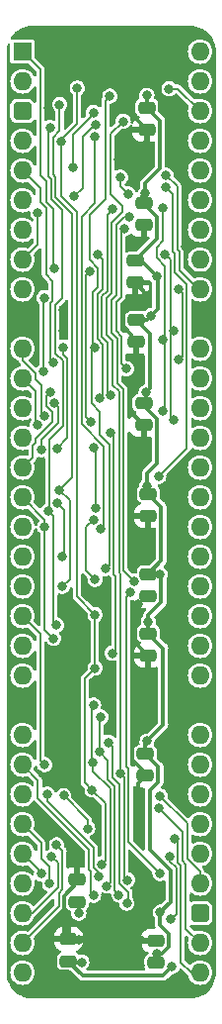
<source format=gbl>
%TF.GenerationSoftware,KiCad,Pcbnew,7.0.5*%
%TF.CreationDate,2024-02-01T16:52:29+02:00*%
%TF.ProjectId,HCP65 MPU Address Decode Wide,48435036-3520-44d5-9055-204164647265,rev?*%
%TF.SameCoordinates,Original*%
%TF.FileFunction,Copper,L2,Bot*%
%TF.FilePolarity,Positive*%
%FSLAX46Y46*%
G04 Gerber Fmt 4.6, Leading zero omitted, Abs format (unit mm)*
G04 Created by KiCad (PCBNEW 7.0.5) date 2024-02-01 16:52:29*
%MOMM*%
%LPD*%
G01*
G04 APERTURE LIST*
G04 Aperture macros list*
%AMRoundRect*
0 Rectangle with rounded corners*
0 $1 Rounding radius*
0 $2 $3 $4 $5 $6 $7 $8 $9 X,Y pos of 4 corners*
0 Add a 4 corners polygon primitive as box body*
4,1,4,$2,$3,$4,$5,$6,$7,$8,$9,$2,$3,0*
0 Add four circle primitives for the rounded corners*
1,1,$1+$1,$2,$3*
1,1,$1+$1,$4,$5*
1,1,$1+$1,$6,$7*
1,1,$1+$1,$8,$9*
0 Add four rect primitives between the rounded corners*
20,1,$1+$1,$2,$3,$4,$5,0*
20,1,$1+$1,$4,$5,$6,$7,0*
20,1,$1+$1,$6,$7,$8,$9,0*
20,1,$1+$1,$8,$9,$2,$3,0*%
G04 Aperture macros list end*
%TA.AperFunction,ComponentPad*%
%ADD10R,1.600000X1.600000*%
%TD*%
%TA.AperFunction,ComponentPad*%
%ADD11O,1.600000X1.600000*%
%TD*%
%TA.AperFunction,ComponentPad*%
%ADD12RoundRect,0.400000X-0.400000X-0.400000X0.400000X-0.400000X0.400000X0.400000X-0.400000X0.400000X0*%
%TD*%
%TA.AperFunction,SMDPad,CuDef*%
%ADD13RoundRect,0.250000X0.475000X-0.250000X0.475000X0.250000X-0.475000X0.250000X-0.475000X-0.250000X0*%
%TD*%
%TA.AperFunction,SMDPad,CuDef*%
%ADD14RoundRect,0.250000X-0.475000X0.250000X-0.475000X-0.250000X0.475000X-0.250000X0.475000X0.250000X0*%
%TD*%
%TA.AperFunction,ViaPad*%
%ADD15C,0.800000*%
%TD*%
%TA.AperFunction,Conductor*%
%ADD16C,0.370000*%
%TD*%
%TA.AperFunction,Conductor*%
%ADD17C,0.200000*%
%TD*%
G04 APERTURE END LIST*
D10*
%TO.P,J2,1,Pin_1*%
%TO.N,/Address Decode Board/~{Device}*%
X86360000Y-71120000D03*
D11*
%TO.P,J2,2,Pin_2*%
%TO.N,/Address Decode Board/Native Latch*%
X86360000Y-73660000D03*
D12*
%TO.P,J2,3,Pin_3*%
%TO.N,/Address Decode Board/5V*%
X86360000Y-76200000D03*
D11*
%TO.P,J2,4,Pin_4*%
%TO.N,/Address Decode Board/~{RAM_{CS}}*%
X86360000Y-78740000D03*
%TO.P,J2,5,Pin_5*%
%TO.N,/Address Decode Board/~{ROM_{CS}}*%
X86360000Y-81280000D03*
%TO.P,J2,6,Pin_6*%
%TO.N,/Address Decode Board/~{Device Group 32K}*%
X86360000Y-83820000D03*
%TO.P,J2,7,Pin_7*%
%TO.N,/Address Decode Board/~{Device Group 128K}*%
X86360000Y-86360000D03*
%TO.P,J2,8,Pin_8*%
%TO.N,/Address Decode Board/~{OTHER}*%
X86360000Y-88900000D03*
%TO.P,J2,9,Pin_9*%
%TO.N,/Address Decode Board/Kernal Mode*%
X86360000Y-91440000D03*
D10*
%TO.P,J2,10,Pin_10*%
%TO.N,/Address Decode Board/GND*%
X86360000Y-93980000D03*
D11*
%TO.P,J2,11,Pin_11*%
%TO.N,/Address Decode Board/A23*%
X86360000Y-96520000D03*
%TO.P,J2,12,Pin_12*%
%TO.N,/Address Decode Board/A22*%
X86360000Y-99060000D03*
%TO.P,J2,13,Pin_13*%
%TO.N,/Address Decode Board/A21*%
X86360000Y-101600000D03*
%TO.P,J2,14,Pin_14*%
%TO.N,/Address Decode Board/A20*%
X86360000Y-104140000D03*
%TO.P,J2,15,Pin_15*%
%TO.N,/Address Decode Board/A19*%
X86360000Y-106680000D03*
%TO.P,J2,16,Pin_16*%
%TO.N,/Address Decode Board/A18*%
X86360000Y-109220000D03*
%TO.P,J2,17,Pin_17*%
%TO.N,/Address Decode Board/A17*%
X86360000Y-111760000D03*
%TO.P,J2,18,Pin_18*%
%TO.N,/Address Decode Board/A16*%
X86360000Y-114300000D03*
%TO.P,J2,19,Pin_19*%
%TO.N,/Address Decode Board/A15*%
X86360000Y-116840000D03*
%TO.P,J2,20,Pin_20*%
%TO.N,/Address Decode Board/A3*%
X86360000Y-119380000D03*
%TO.P,J2,21,Pin_21*%
%TO.N,/Address Decode Board/A2*%
X86360000Y-121920000D03*
%TO.P,J2,22,Pin_22*%
%TO.N,/Address Decode Board/A1*%
X86360000Y-124460000D03*
D10*
%TO.P,J2,23,Pin_23*%
%TO.N,/Address Decode Board/GND*%
X86360000Y-127000000D03*
D11*
%TO.P,J2,24,Pin_24*%
%TO.N,/Address Decode Board/A0*%
X86360000Y-129540000D03*
%TO.P,J2,25,Pin_25*%
%TO.N,/Address Decode Board/~{Special _{CS}8}*%
X86360000Y-132080000D03*
%TO.P,J2,26,Pin_26*%
%TO.N,/Address Decode Board/~{Special _{CS}9}*%
X86360000Y-134620000D03*
%TO.P,J2,27,Pin_27*%
%TO.N,/Address Decode Board/~{Special _{CS}10}*%
X86360000Y-137160000D03*
%TO.P,J2,28,Pin_28*%
%TO.N,/Address Decode Board/~{Special _{CS}11}*%
X86360000Y-139700000D03*
%TO.P,J2,29,Pin_29*%
%TO.N,/Address Decode Board/~{Special _{CS}12}*%
X86360000Y-142240000D03*
%TO.P,J2,30,Pin_30*%
%TO.N,/Address Decode Board/~{Special _{CS}13}*%
X86360000Y-144780000D03*
%TO.P,J2,31,Pin_31*%
%TO.N,/Address Decode Board/~{Special _{CS}14}*%
X86360000Y-147320000D03*
%TO.P,J2,32,Pin_32*%
%TO.N,/Address Decode Board/~{Special _{CS}15}*%
X86360000Y-149860000D03*
%TO.P,J2,33,Pin_33*%
%TO.N,/Address Decode Board/~{Special _{CS}7}*%
X101600000Y-149860000D03*
%TO.P,J2,34,Pin_34*%
%TO.N,/Address Decode Board/~{Special _{CS}6}*%
X101600000Y-147320000D03*
D12*
%TO.P,J2,35,Pin_35*%
%TO.N,/Address Decode Board/5V*%
X101600000Y-144780000D03*
D11*
%TO.P,J2,36,Pin_36*%
%TO.N,/Address Decode Board/~{Special _{CS}5}*%
X101600000Y-142240000D03*
%TO.P,J2,37,Pin_37*%
%TO.N,/Address Decode Board/~{Special _{CS}4}*%
X101600000Y-139700000D03*
%TO.P,J2,38,Pin_38*%
%TO.N,/Address Decode Board/~{Special _{CS}3}*%
X101600000Y-137160000D03*
%TO.P,J2,39,Pin_39*%
%TO.N,/Address Decode Board/~{Special _{CS}2}*%
X101600000Y-134620000D03*
%TO.P,J2,40,Pin_40*%
%TO.N,/Address Decode Board/~{Special _{CS}1}*%
X101600000Y-132080000D03*
%TO.P,J2,41,Pin_41*%
%TO.N,/Address Decode Board/~{Special _{CS}0}*%
X101600000Y-129540000D03*
D10*
%TO.P,J2,42,Pin_42*%
%TO.N,/Address Decode Board/GND*%
X101600000Y-127000000D03*
D11*
%TO.P,J2,43,Pin_43*%
%TO.N,/Address Decode Board/~{Device _{CS}19}*%
X101600000Y-124460000D03*
%TO.P,J2,44,Pin_44*%
%TO.N,/Address Decode Board/~{Device _{CS}18}*%
X101600000Y-121920000D03*
%TO.P,J2,45,Pin_45*%
%TO.N,/Address Decode Board/~{Device _{CS}17}*%
X101600000Y-119380000D03*
%TO.P,J2,46,Pin_46*%
%TO.N,/Address Decode Board/~{Device _{CS}16}*%
X101600000Y-116840000D03*
%TO.P,J2,47,Pin_47*%
%TO.N,/Address Decode Board/~{Device _{CS}15}*%
X101600000Y-114300000D03*
%TO.P,J2,48,Pin_48*%
%TO.N,/Address Decode Board/~{Device _{CS}14}*%
X101600000Y-111760000D03*
%TO.P,J2,49,Pin_49*%
%TO.N,/Address Decode Board/~{Device _{CS}13}*%
X101600000Y-109220000D03*
%TO.P,J2,50,Pin_50*%
%TO.N,/Address Decode Board/~{Device _{CS}12}*%
X101600000Y-106680000D03*
%TO.P,J2,51,Pin_51*%
%TO.N,/Address Decode Board/~{Device _{CS}11}*%
X101600000Y-104140000D03*
%TO.P,J2,52,Pin_52*%
%TO.N,/Address Decode Board/~{Device _{CS}10}*%
X101600000Y-101600000D03*
%TO.P,J2,53,Pin_53*%
%TO.N,/Address Decode Board/~{Device _{CS}9}*%
X101600000Y-99060000D03*
%TO.P,J2,54,Pin_54*%
%TO.N,/Address Decode Board/~{Device _{CS}8}*%
X101600000Y-96520000D03*
D10*
%TO.P,J2,55,Pin_55*%
%TO.N,/Address Decode Board/GND*%
X101600000Y-93980000D03*
D11*
%TO.P,J2,56,Pin_56*%
%TO.N,/Address Decode Board/~{Device _{CS}7}*%
X101600000Y-91440000D03*
%TO.P,J2,57,Pin_57*%
%TO.N,/Address Decode Board/~{Device _{CS}6}*%
X101600000Y-88900000D03*
%TO.P,J2,58,Pin_58*%
%TO.N,/Address Decode Board/~{Device _{CS}5}*%
X101600000Y-86360000D03*
%TO.P,J2,59,Pin_59*%
%TO.N,/Address Decode Board/~{Device _{CS}4}*%
X101600000Y-83820000D03*
%TO.P,J2,60,Pin_60*%
%TO.N,/Address Decode Board/~{Device _{CS}3}*%
X101600000Y-81280000D03*
%TO.P,J2,61,Pin_61*%
%TO.N,/Address Decode Board/~{Device _{CS}2}*%
X101600000Y-78740000D03*
%TO.P,J2,62,Pin_62*%
%TO.N,/Address Decode Board/~{Reset}*%
X101600000Y-76200000D03*
%TO.P,J2,63,Pin_63*%
%TO.N,/Address Decode Board/~{Device _{CS}1}*%
X101600000Y-73660000D03*
%TO.P,J2,64,Pin_64*%
%TO.N,/Address Decode Board/~{SPECIAL}*%
X101600000Y-71120000D03*
%TD*%
D13*
%TO.P,C45,1*%
%TO.N,/Address Decode Board/5V*%
X90297000Y-148889000D03*
%TO.P,C45,2*%
%TO.N,/Address Decode Board/GND*%
X90297000Y-146989000D03*
%TD*%
D14*
%TO.P,C34,2*%
%TO.N,/Address Decode Board/GND*%
X96012000Y-90882000D03*
%TO.P,C34,1*%
%TO.N,/Address Decode Board/3.3V*%
X96012000Y-88982000D03*
%TD*%
%TO.P,C33,1*%
%TO.N,/Address Decode Board/3.3V*%
X97155000Y-120859000D03*
%TO.P,C33,2*%
%TO.N,/Address Decode Board/GND*%
X97155000Y-122759000D03*
%TD*%
D13*
%TO.P,C46,1*%
%TO.N,/Address Decode Board/3.3V*%
X97790000Y-149016000D03*
%TO.P,C46,2*%
%TO.N,/Address Decode Board/GND*%
X97790000Y-147116000D03*
%TD*%
%TO.P,C40,1*%
%TO.N,/Address Decode Board/3.3V*%
X91059000Y-143809000D03*
%TO.P,C40,2*%
%TO.N,/Address Decode Board/GND*%
X91059000Y-141909000D03*
%TD*%
D14*
%TO.P,C37,1*%
%TO.N,/Address Decode Board/3.3V*%
X96139000Y-94062000D03*
%TO.P,C37,2*%
%TO.N,/Address Decode Board/GND*%
X96139000Y-95962000D03*
%TD*%
%TO.P,C36,1*%
%TO.N,/Address Decode Board/3.3V*%
X97028000Y-75901000D03*
%TO.P,C36,2*%
%TO.N,/Address Decode Board/GND*%
X97028000Y-77801000D03*
%TD*%
%TO.P,C35,1*%
%TO.N,/Address Decode Board/3.3V*%
X96774000Y-101174000D03*
%TO.P,C35,2*%
%TO.N,/Address Decode Board/GND*%
X96774000Y-103074000D03*
%TD*%
%TO.P,C38,1*%
%TO.N,/Address Decode Board/3.3V*%
X97155000Y-115779000D03*
%TO.P,C38,2*%
%TO.N,/Address Decode Board/GND*%
X97155000Y-117679000D03*
%TD*%
%TO.P,C39,1*%
%TO.N,/Address Decode Board/3.3V*%
X96901000Y-131146000D03*
%TO.P,C39,2*%
%TO.N,/Address Decode Board/GND*%
X96901000Y-133046000D03*
%TD*%
%TO.P,C31,2*%
%TO.N,/Address Decode Board/GND*%
X96774000Y-85929000D03*
%TO.P,C31,1*%
%TO.N,/Address Decode Board/3.3V*%
X96774000Y-84029000D03*
%TD*%
%TO.P,C32,1*%
%TO.N,/Address Decode Board/3.3V*%
X97155000Y-108921000D03*
%TO.P,C32,2*%
%TO.N,/Address Decode Board/GND*%
X97155000Y-110821000D03*
%TD*%
D15*
%TO.N,/Address Decode Board/~{Device}*%
X89064830Y-89662008D03*
%TO.N,/Address Decode Board/~{RAM_{CS}}*%
X94761887Y-81849094D03*
X95449504Y-83312000D03*
%TO.N,/Address Decode Board/~{Device Group 32K}*%
X98374525Y-84505475D03*
%TO.N,/Address Decode Board/~{Device Group 128K}*%
X98574061Y-88457069D03*
%TO.N,/Address Decode Board/~{Device Group 32K}*%
X98359949Y-95757916D03*
X98359949Y-101854000D03*
%TO.N,/Address Decode Board/~{Device Group 128K}*%
X99307458Y-102631846D03*
X99314000Y-94996000D03*
%TO.N,/Address Decode Board/Kernal Mode\u00B7Native Latch*%
X89873000Y-96393000D03*
X89349022Y-105029000D03*
%TO.N,/Address Decode Board/~{Device Group 128K}*%
X94042000Y-122555000D03*
X93896000Y-103701182D03*
%TO.N,/Address Decode Board/~{Device Group 32K}*%
X92456203Y-104977104D03*
X92646500Y-77406500D03*
X90795830Y-83505500D03*
X92633502Y-110109000D03*
%TO.N,/Address Decode Board/~{Device _{CS}7}*%
X98691870Y-81698039D03*
%TO.N,/Address Decode Board/GND*%
X96266010Y-138175986D03*
X100329996Y-87757000D03*
X88646000Y-126492000D03*
X89027000Y-123063000D03*
X89873000Y-95018000D03*
X91185990Y-147066000D03*
X96465500Y-149225000D03*
X96900992Y-114554000D03*
X96465500Y-147065994D03*
X95696112Y-99697393D03*
X96964496Y-92011504D03*
X89873000Y-93218000D03*
X96254500Y-87408737D03*
X100584000Y-115443000D03*
X96266000Y-136271000D03*
X96647000Y-106350502D03*
X96266000Y-118364000D03*
X90206493Y-138472079D03*
X100792362Y-148671364D03*
X94609689Y-80326000D03*
X88584000Y-75924813D03*
X97028000Y-125984000D03*
%TO.N,/Address Decode Board/3.3V*%
X96901000Y-83250000D03*
X97917000Y-148215500D03*
X97028000Y-74868000D03*
X96963000Y-100251705D03*
X97409000Y-93681000D03*
X97036775Y-130069767D03*
X98170996Y-115824000D03*
X97879656Y-90356180D03*
X97155000Y-119888000D03*
X91186000Y-144780000D03*
X97028000Y-108269000D03*
X98171000Y-144704502D03*
%TO.N,/Address Decode Board/A15*%
X89546557Y-75653724D03*
X89788996Y-116840000D03*
X89535000Y-108585000D03*
%TO.N,/Address Decode Board/A16*%
X92456000Y-76327006D03*
X89724000Y-114299994D03*
X98044000Y-107442000D03*
X89349000Y-109720609D03*
X98612576Y-82694892D03*
X90678000Y-81026000D03*
%TO.N,/Address Decode Board/A17*%
X88568004Y-110383173D03*
X88708000Y-77597000D03*
X89281000Y-120142000D03*
%TO.N,/Address Decode Board/A18*%
X88265000Y-111760000D03*
X92579981Y-78404287D03*
X93096000Y-111923000D03*
X89027000Y-121285000D03*
%TO.N,/Address Decode Board/A19*%
X88714592Y-100228566D03*
%TO.N,/Address Decode Board/A20*%
X89111367Y-101166032D03*
X87949000Y-105154117D03*
%TO.N,/Address Decode Board/A21*%
X92964000Y-100711000D03*
X92822939Y-88457000D03*
%TO.N,/Address Decode Board/A22*%
X87629101Y-103061629D03*
X88203000Y-92172500D03*
X88149366Y-98482808D03*
%TO.N,/Address Decode Board/A23*%
X88207989Y-102246219D03*
X92202000Y-102743000D03*
X92121000Y-89916000D03*
%TO.N,/Address Decode Board/~{SPECIAL}*%
X94769000Y-132841996D03*
X95386904Y-141945430D03*
X94996000Y-77089000D03*
%TO.N,/Address Decode Board/~{A21+A22+A23}*%
X99759927Y-91440000D03*
X99759949Y-97462111D03*
%TO.N,/Address Decode Board/Native Latch*%
X93853000Y-74930000D03*
X92521000Y-96426303D03*
X93496000Y-115316000D03*
%TO.N,/Address Decode Board/~{Native Latch}*%
X95520245Y-85254465D03*
X95905937Y-116378967D03*
%TO.N,/Address Decode Board/A3*%
X88265000Y-132080000D03*
%TO.N,/Address Decode Board/~{OTHER}*%
X87664830Y-84875299D03*
%TO.N,/Address Decode Board/A0*%
X93726000Y-130175000D03*
X95308111Y-143947498D03*
%TO.N,/Address Decode Board/A1*%
X93104137Y-128016000D03*
X94627956Y-143214426D03*
X92963998Y-131012685D03*
%TO.N,/Address Decode Board/A2*%
X92456000Y-127000000D03*
X92404133Y-131919391D03*
X93577109Y-142453999D03*
%TO.N,/Address Decode Board/~{Special _{CS}7}*%
X91948000Y-137541000D03*
X89894870Y-134733612D03*
X99375475Y-138430000D03*
%TO.N,/Address Decode Board/~{Special _{CS}6}*%
X98067000Y-135763000D03*
%TO.N,/Address Decode Board/~{Special _{CS}5}*%
X98171268Y-134768448D03*
%TO.N,/Address Decode Board/~{Special _{CS}15}*%
X99083000Y-145288000D03*
X98979287Y-139907713D03*
%TO.N,/Address Decode Board/~{Special _{CS}14}*%
X89281000Y-138938000D03*
%TO.N,/Address Decode Board/~{Special _{CS}13}*%
X88867298Y-139976274D03*
%TO.N,/Address Decode Board/~{Special _{CS}11}*%
X87989000Y-141414774D03*
%TO.N,/Address Decode Board/~{Special _{CS}10}*%
X88689000Y-142277218D03*
%TO.N,/Address Decode Board/~{Special _{CS}9}*%
X88501155Y-134628205D03*
X92910014Y-141605000D03*
%TO.N,/Address Decode Board/~{Special _{CS}8}*%
X92456358Y-143257374D03*
%TO.N,/Address Decode Board/~{ROM_{CS}}*%
X89006087Y-97724894D03*
%TO.N,Net-(IC37B-2A)*%
X95125794Y-86235792D03*
X95296000Y-98233000D03*
%TO.N,/Address Decode Board/5V*%
X91440000Y-148971000D03*
X99186991Y-149352018D03*
%TO.N,/Address Decode Board/~{Reset}*%
X89661999Y-78826000D03*
X98933000Y-74295000D03*
X92583000Y-119252990D03*
X92583000Y-123825000D03*
X91059000Y-74229992D03*
X92328840Y-134239161D03*
X93172000Y-140589000D03*
%TO.N,/Address Decode Board/~{A3}*%
X95637000Y-117353621D03*
X98151780Y-141377931D03*
%TO.N,/Address Decode Board/~{RAM}*%
X93937337Y-100481607D03*
X94107000Y-84582000D03*
%TO.N,/Address Decode Board/Reset*%
X92583000Y-116262994D03*
X92454035Y-111156263D03*
%TD*%
D16*
%TO.N,/Address Decode Board/3.3V*%
X97939999Y-93150001D02*
X97409000Y-93681000D01*
X97939999Y-90416523D02*
X97939999Y-93150001D01*
X96139000Y-94062000D02*
X97028000Y-94062000D01*
X97028000Y-94062000D02*
X97409000Y-93681000D01*
X97879656Y-90356180D02*
X97939999Y-90416523D01*
%TO.N,/Address Decode Board/GND*%
X94996000Y-92964000D02*
X95948496Y-92011504D01*
X95708000Y-95327000D02*
X94996000Y-94615000D01*
X95948496Y-92011504D02*
X96964496Y-92011504D01*
X95708000Y-95835000D02*
X95708000Y-95327000D01*
X96139000Y-99254505D02*
X95696112Y-99697393D01*
X96139000Y-95962000D02*
X96139000Y-99254505D01*
%TO.N,/Address Decode Board/3.3V*%
X96139000Y-94062000D02*
X97282000Y-95205000D01*
X97282000Y-99932705D02*
X96963000Y-100251705D01*
%TO.N,/Address Decode Board/GND*%
X94996000Y-94615000D02*
X94996000Y-92964000D01*
%TO.N,/Address Decode Board/3.3V*%
X97282000Y-95205000D02*
X97282000Y-99932705D01*
D17*
%TO.N,Net-(IC37B-2A)*%
X94821000Y-92072106D02*
X94821000Y-86540586D01*
X94383999Y-92509107D02*
X94821000Y-92072106D01*
X94383999Y-95018999D02*
X94383999Y-92509107D01*
X94869000Y-95504000D02*
X94383999Y-95018999D01*
X94821000Y-86540586D02*
X95125794Y-86235792D01*
X94869000Y-97806000D02*
X94869000Y-95504000D01*
X95296000Y-98233000D02*
X94869000Y-97806000D01*
D16*
%TO.N,/Address Decode Board/3.3V*%
X97917000Y-85258000D02*
X96774000Y-84115000D01*
%TO.N,/Address Decode Board/GND*%
X96012000Y-90882000D02*
X96964496Y-91834496D01*
%TO.N,/Address Decode Board/3.3V*%
X96012000Y-88982000D02*
X97917000Y-87077000D01*
X97917000Y-87077000D02*
X97917000Y-85258000D01*
%TO.N,/Address Decode Board/GND*%
X96964496Y-91834496D02*
X96964496Y-92011504D01*
%TO.N,/Address Decode Board/3.3V*%
X96423476Y-88900000D02*
X97879656Y-90356180D01*
D17*
%TO.N,/Address Decode Board/A16*%
X90678000Y-78232000D02*
X90678000Y-81026000D01*
X92456000Y-76327006D02*
X92456000Y-76454000D01*
%TO.N,/Address Decode Board/~{Device Group 32K}*%
X92545550Y-77406500D02*
X91529000Y-78423050D01*
X92646500Y-77406500D02*
X92545550Y-77406500D01*
X91529000Y-82772330D02*
X90795830Y-83505500D01*
X91529000Y-78423050D02*
X91529000Y-82772330D01*
%TO.N,/Address Decode Board/A16*%
X92456000Y-76454000D02*
X90678000Y-78232000D01*
D16*
%TO.N,/Address Decode Board/GND*%
X95315000Y-80326000D02*
X94609689Y-80326000D01*
X97028000Y-78613000D02*
X95315000Y-80326000D01*
X97028000Y-77801000D02*
X97028000Y-78613000D01*
D17*
%TO.N,/Address Decode Board/~{SPECIAL}*%
X93909689Y-83267739D02*
X93909689Y-78175311D01*
X94934000Y-84871950D02*
X94934000Y-84292050D01*
X94021000Y-85784950D02*
X94934000Y-84871950D01*
X94021000Y-91740734D02*
X94021000Y-85784950D01*
X93583999Y-92177735D02*
X94021000Y-91740734D01*
X93583999Y-95367981D02*
X93583999Y-92177735D01*
X94069000Y-95852982D02*
X93583999Y-95367981D01*
X94069000Y-99623319D02*
X94069000Y-95852982D01*
X94637337Y-115676052D02*
X94637337Y-100191657D01*
X93909689Y-78175311D02*
X94996000Y-77089000D01*
X94769000Y-115807716D02*
X94637337Y-115676052D01*
X94769000Y-132841996D02*
X94769000Y-115807716D01*
X94934000Y-84292050D02*
X93909689Y-83267739D01*
%TO.N,/Address Decode Board/~{Native Latch}*%
X95117171Y-85254465D02*
X95520245Y-85254465D01*
X94469000Y-95687296D02*
X93983999Y-95202296D01*
X95037337Y-100025971D02*
X94469000Y-99457634D01*
X94421000Y-85950636D02*
X95117171Y-85254465D01*
X94421000Y-91906419D02*
X94421000Y-85950636D01*
X95037337Y-115510367D02*
X95037337Y-100025971D01*
X93983999Y-92343421D02*
X94421000Y-91906419D01*
X95905937Y-116378967D02*
X95037337Y-115510367D01*
X94469000Y-99457634D02*
X94469000Y-95687296D01*
%TO.N,/Address Decode Board/~{SPECIAL}*%
X94637337Y-100191657D02*
X94069000Y-99623319D01*
%TO.N,/Address Decode Board/~{Native Latch}*%
X93983999Y-95202296D02*
X93983999Y-92343421D01*
%TO.N,/Address Decode Board/~{RAM}*%
X93183999Y-95533667D02*
X93183999Y-92012050D01*
X93669000Y-96018668D02*
X93183999Y-95533667D01*
X93937337Y-100481607D02*
X93669000Y-100213270D01*
X93183999Y-92012050D02*
X93621000Y-91575050D01*
X93621000Y-91575050D02*
X93621000Y-85068000D01*
X93669000Y-100213270D02*
X93669000Y-96018668D01*
X93621000Y-85068000D02*
X94107000Y-84582000D01*
%TO.N,/Address Decode Board/~{RAM_{CS}}*%
X94761887Y-82624383D02*
X95449504Y-83312000D01*
X94761887Y-81849094D02*
X94761887Y-82624383D01*
%TO.N,/Address Decode Board/~{ROM_{CS}}*%
X87865000Y-82785000D02*
X86360000Y-81280000D01*
X87865000Y-83985685D02*
X87865000Y-82785000D01*
X88364830Y-84485515D02*
X87865000Y-83985685D01*
X88364830Y-90181788D02*
X88364830Y-84485515D01*
X88903000Y-92462450D02*
X88903000Y-90719958D01*
X88773000Y-97491807D02*
X88773000Y-92592450D01*
%TO.N,/Address Decode Board/A17*%
X88649000Y-110302177D02*
X88568004Y-110383173D01*
X89811367Y-103127681D02*
X88649000Y-104290048D01*
%TO.N,/Address Decode Board/~{ROM_{CS}}*%
X89006087Y-97724894D02*
X88773000Y-97491807D01*
%TO.N,/Address Decode Board/A17*%
X89811367Y-97540224D02*
X89811367Y-103127681D01*
X89173000Y-96901857D02*
X89811367Y-97540224D01*
%TO.N,/Address Decode Board/~{ROM_{CS}}*%
X88903000Y-90719958D02*
X88364830Y-90181788D01*
%TO.N,/Address Decode Board/A17*%
X89173000Y-92758136D02*
X89173000Y-96901857D01*
X89764830Y-92166306D02*
X89173000Y-92758136D01*
X89764830Y-84684830D02*
X89764830Y-92166306D01*
X88792000Y-83712000D02*
X89764830Y-84684830D01*
X88792000Y-82003315D02*
X88792000Y-83712000D01*
X88561999Y-81773313D02*
X88792000Y-82003315D01*
X88561999Y-77743001D02*
X88561999Y-81773313D01*
X88708000Y-77597000D02*
X88561999Y-77743001D01*
%TO.N,/Address Decode Board/~{Device}*%
X87884000Y-81661000D02*
X88392000Y-82169000D01*
X87884000Y-72644000D02*
X87884000Y-81661000D01*
X86360000Y-71120000D02*
X87884000Y-72644000D01*
%TO.N,/Address Decode Board/~{ROM_{CS}}*%
X88773000Y-92592450D02*
X88903000Y-92462450D01*
%TO.N,/Address Decode Board/~{Device}*%
X89027000Y-84582000D02*
X89027000Y-89624178D01*
X89027000Y-89624178D02*
X89064830Y-89662008D01*
X88392000Y-83947000D02*
X89027000Y-84582000D01*
%TO.N,/Address Decode Board/A17*%
X88649000Y-104290048D02*
X88649000Y-110302177D01*
%TO.N,/Address Decode Board/~{Device}*%
X88392000Y-82169000D02*
X88392000Y-83947000D01*
%TO.N,/Address Decode Board/~{OTHER}*%
X87664830Y-87595170D02*
X87664830Y-84875299D01*
X86360000Y-88900000D02*
X87664830Y-87595170D01*
%TO.N,/Address Decode Board/A22*%
X88149366Y-98482808D02*
X88149366Y-92226134D01*
X88149366Y-92226134D02*
X88203000Y-92172500D01*
%TO.N,/Address Decode Board/A15*%
X88961999Y-78450051D02*
X89546557Y-77865493D01*
X88961999Y-81607629D02*
X88961999Y-78450051D01*
X89192000Y-83546314D02*
X89192000Y-81837630D01*
X89535000Y-108585000D02*
X90621000Y-107499000D01*
D16*
%TO.N,/Address Decode Board/GND*%
X88584000Y-73976000D02*
X88584000Y-75924813D01*
X89789000Y-72771000D02*
X88584000Y-73976000D01*
X95758000Y-74549000D02*
X93980000Y-72771000D01*
D17*
%TO.N,/Address Decode Board/A15*%
X89546557Y-77865493D02*
X89546557Y-75653724D01*
D16*
%TO.N,/Address Decode Board/GND*%
X93980000Y-72771000D02*
X89789000Y-72771000D01*
D17*
%TO.N,/Address Decode Board/A15*%
X90621000Y-107499000D02*
X90621000Y-84975314D01*
X89192000Y-81837630D02*
X88961999Y-81607629D01*
X90621000Y-84975314D02*
X89192000Y-83546314D01*
%TO.N,/Address Decode Board/~{Reset}*%
X89661999Y-83450627D02*
X89661999Y-78826000D01*
X91021000Y-117690990D02*
X91021000Y-84809628D01*
X92583000Y-119252990D02*
X91021000Y-117690990D01*
X91021000Y-84809628D02*
X89661999Y-83450627D01*
%TO.N,/Address Decode Board/A23*%
X91821000Y-102362000D02*
X91821000Y-90216000D01*
X92202000Y-102743000D02*
X91821000Y-102362000D01*
X91821000Y-90216000D02*
X92121000Y-89916000D01*
%TO.N,/Address Decode Board/A18*%
X93345000Y-111674000D02*
X93096000Y-111923000D01*
X91421000Y-102951950D02*
X93345000Y-104875950D01*
X91421000Y-85236000D02*
X91421000Y-102951950D01*
X92579981Y-84077019D02*
X91421000Y-85236000D01*
X92579981Y-78404287D02*
X92579981Y-84077019D01*
X93345000Y-104875950D02*
X93345000Y-111674000D01*
D16*
%TO.N,/Address Decode Board/GND*%
X89873000Y-95018000D02*
X89873000Y-93218000D01*
D17*
%TO.N,/Address Decode Board/Kernal Mode\u00B7Native Latch*%
X90211367Y-104166655D02*
X90211367Y-97374538D01*
X89349022Y-105029000D02*
X90211367Y-104166655D01*
X89873000Y-97036171D02*
X89873000Y-96393000D01*
X90211367Y-97374538D02*
X89873000Y-97036171D01*
%TO.N,/Address Decode Board/A23*%
X87989000Y-102027230D02*
X88207989Y-102246219D01*
X87460000Y-99117950D02*
X87989000Y-99646950D01*
X86360000Y-97504365D02*
X87460000Y-98604365D01*
X86360000Y-97028000D02*
X86360000Y-97504365D01*
X87989000Y-99646950D02*
X87989000Y-102027230D01*
X87460000Y-98604365D02*
X87460000Y-99117950D01*
%TO.N,/Address Decode Board/A19*%
X88389000Y-100554158D02*
X88714592Y-100228566D01*
X88389000Y-101437280D02*
X88389000Y-100554158D01*
X88907989Y-101956269D02*
X88389000Y-101437280D01*
X88907989Y-102772691D02*
X88907989Y-101956269D01*
X87460000Y-104591786D02*
X87460000Y-104220680D01*
X87249000Y-104802786D02*
X87460000Y-104591786D01*
X86360000Y-106680000D02*
X87249000Y-105791000D01*
X87249000Y-105791000D02*
X87249000Y-104802786D01*
X87460000Y-104220680D02*
X88907989Y-102772691D01*
D16*
%TO.N,/Address Decode Board/3.3V*%
X96647000Y-83504000D02*
X96901000Y-83250000D01*
X96647000Y-83902000D02*
X96647000Y-83504000D01*
X98138000Y-77011000D02*
X98138000Y-81141751D01*
X97028000Y-75901000D02*
X98138000Y-77011000D01*
X98138000Y-81141751D02*
X96901000Y-82378751D01*
X96901000Y-82378751D02*
X96901000Y-83250000D01*
D17*
%TO.N,/Address Decode Board/Native Latch*%
X92383999Y-96289302D02*
X92521000Y-96426303D01*
X92383999Y-91680680D02*
X92383999Y-96289302D01*
X92821000Y-91243679D02*
X92383999Y-91680680D01*
X92821000Y-89626050D02*
X92821000Y-91243679D01*
X92122939Y-85099747D02*
X92122939Y-88927989D01*
X93472057Y-83750629D02*
X92122939Y-85099747D01*
X93853000Y-74930000D02*
X93472057Y-75310943D01*
X93472057Y-75310943D02*
X93472057Y-83750629D01*
X92122939Y-88927989D02*
X92821000Y-89626050D01*
D16*
%TO.N,/Address Decode Board/GND*%
X96774000Y-86889237D02*
X96254500Y-87408737D01*
X96774000Y-85929000D02*
X96774000Y-86889237D01*
D17*
%TO.N,/Address Decode Board/~{Device Group 32K}*%
X98402000Y-87322894D02*
X98402000Y-84532950D01*
X97874061Y-88747019D02*
X97874061Y-87850833D01*
X98579656Y-89452614D02*
X97874061Y-88747019D01*
X98402000Y-84532950D02*
X98374525Y-84505475D01*
X98359949Y-95757916D02*
X98579656Y-95538209D01*
X97874061Y-87850833D02*
X98402000Y-87322894D01*
X98579656Y-95538209D02*
X98579656Y-89452614D01*
%TO.N,/Address Decode Board/A16*%
X99227207Y-83309523D02*
X98612576Y-82694892D01*
X99229998Y-88091220D02*
X99227207Y-88088428D01*
X99229998Y-88212635D02*
X99229998Y-88091220D01*
X99442207Y-89973688D02*
X99442207Y-88424845D01*
X100459949Y-105026051D02*
X100459949Y-90991431D01*
X98044000Y-107442000D02*
X100459949Y-105026051D01*
%TO.N,/Address Decode Board/~{Device _{CS}7}*%
X99627207Y-82633376D02*
X98691870Y-81698039D01*
X99627207Y-88044159D02*
X99627207Y-82633376D01*
X101474204Y-91440000D02*
X99842207Y-89808003D01*
%TO.N,/Address Decode Board/A16*%
X99227207Y-88088428D02*
X99227207Y-83309523D01*
X100459949Y-90991431D02*
X99442207Y-89973688D01*
%TO.N,/Address Decode Board/~{Device _{CS}7}*%
X99842207Y-89808003D02*
X99842207Y-88259159D01*
X99842207Y-88259159D02*
X99627207Y-88044159D01*
%TO.N,/Address Decode Board/A16*%
X99442207Y-88424845D02*
X99229998Y-88212635D01*
D16*
%TO.N,/Address Decode Board/GND*%
X100329996Y-89305840D02*
X100329996Y-87757000D01*
X101109156Y-90085000D02*
X100329996Y-89305840D01*
D17*
%TO.N,/Address Decode Board/~{Device Group 128K}*%
X99042207Y-88925215D02*
X98574061Y-88457069D01*
X99042207Y-94724207D02*
X99042207Y-88925215D01*
X99314000Y-94996000D02*
X99042207Y-94724207D01*
D16*
%TO.N,/Address Decode Board/GND*%
X102108000Y-90085000D02*
X101109156Y-90085000D01*
D17*
%TO.N,/Address Decode Board/~{Device Group 128K}*%
X99059947Y-95250053D02*
X99314000Y-94996000D01*
X99307458Y-102631846D02*
X99059947Y-102384335D01*
X99059947Y-102384335D02*
X99059947Y-95250053D01*
%TO.N,/Address Decode Board/A21*%
X93221000Y-88855061D02*
X92822939Y-88457000D01*
X92783999Y-91846365D02*
X93221000Y-91409364D01*
X92783999Y-95699353D02*
X92783999Y-91846365D01*
X93220998Y-100454002D02*
X93220998Y-96136352D01*
X92964000Y-100711000D02*
X93220998Y-100454002D01*
X93220998Y-96136352D02*
X92783999Y-95699353D01*
X93221000Y-91409364D02*
X93221000Y-88855061D01*
%TO.N,/Address Decode Board/~{A21+A22+A23}*%
X100059949Y-91740022D02*
X99759927Y-91440000D01*
X100059949Y-97162111D02*
X100059949Y-91740022D01*
X99759949Y-97462111D02*
X100059949Y-97162111D01*
%TO.N,/Address Decode Board/~{Device Group 32K}*%
X98607452Y-101606497D02*
X98607452Y-96005419D01*
X98359949Y-101854000D02*
X98607452Y-101606497D01*
X98607452Y-96005419D02*
X98359949Y-95757916D01*
D16*
%TO.N,/Address Decode Board/3.3V*%
X96963000Y-100985000D02*
X96963000Y-100251705D01*
D17*
%TO.N,/Address Decode Board/Native Latch*%
X92264000Y-96683303D02*
X92521000Y-96426303D01*
X92964000Y-101907645D02*
X92264000Y-101207645D01*
X93796000Y-115016000D02*
X93796000Y-104718000D01*
X93496000Y-115316000D02*
X93796000Y-115016000D01*
X93796000Y-104718000D02*
X92964000Y-103886000D01*
X92964000Y-103886000D02*
X92964000Y-101907645D01*
X92264000Y-101207645D02*
X92264000Y-96683303D01*
%TO.N,/Address Decode Board/~{Device Group 32K}*%
X92633502Y-110109000D02*
X92633502Y-105154403D01*
X92633502Y-105154403D02*
X92456203Y-104977104D01*
D16*
%TO.N,/Address Decode Board/GND*%
X95631000Y-99762505D02*
X95696112Y-99697393D01*
X96774000Y-103074000D02*
X95631000Y-101931000D01*
X95631000Y-101931000D02*
X95631000Y-99762505D01*
%TO.N,/Address Decode Board/3.3V*%
X97028000Y-107188000D02*
X97028000Y-108269000D01*
X97917000Y-106299000D02*
X97028000Y-107188000D01*
X97917000Y-102554319D02*
X97917000Y-106299000D01*
X96774000Y-101411319D02*
X97917000Y-102554319D01*
%TO.N,/Address Decode Board/GND*%
X96901000Y-106096502D02*
X96647000Y-106350502D01*
X96901000Y-103201000D02*
X96901000Y-106096502D01*
D17*
%TO.N,/Address Decode Board/A16*%
X89916000Y-110287609D02*
X89349000Y-109720609D01*
X89916000Y-114107994D02*
X89916000Y-110287609D01*
X89724000Y-114299994D02*
X89916000Y-114107994D01*
%TO.N,/Address Decode Board/A20*%
X87949000Y-104297365D02*
X87949000Y-105154117D01*
X89389000Y-102857365D02*
X87949000Y-104297365D01*
X89389000Y-101443665D02*
X89389000Y-102857365D01*
X89111367Y-101166032D02*
X89389000Y-101443665D01*
%TO.N,/Address Decode Board/Reset*%
X91821000Y-111789298D02*
X92454035Y-111156263D01*
X91821000Y-115500994D02*
X91821000Y-111789298D01*
%TO.N,/Address Decode Board/~{Device Group 128K}*%
X94196000Y-115800400D02*
X94196000Y-104001182D01*
X94342000Y-115946401D02*
X94196000Y-115800400D01*
X94342000Y-122255000D02*
X94342000Y-115946401D01*
X94042000Y-122555000D02*
X94342000Y-122255000D01*
X94196000Y-104001182D02*
X93896000Y-103701182D01*
%TO.N,/Address Decode Board/Reset*%
X92583000Y-116262994D02*
X91821000Y-115500994D01*
D16*
%TO.N,/Address Decode Board/GND*%
X102785000Y-147980844D02*
X102094480Y-148671364D01*
X96901000Y-133046000D02*
X96266000Y-133681000D01*
X100796000Y-115655000D02*
X102090844Y-115655000D01*
X96465500Y-149225000D02*
X96465500Y-147065994D01*
X102785000Y-95165000D02*
X102785000Y-114960844D01*
X102090844Y-115655000D02*
X102793000Y-116357156D01*
X96515506Y-147116000D02*
X96465500Y-147065994D01*
X90297000Y-146989000D02*
X91108990Y-146989000D01*
X96266000Y-138175976D02*
X96266010Y-138175986D01*
X102785000Y-73169156D02*
X102785000Y-89408000D01*
X97155000Y-122759000D02*
X97155000Y-125857000D01*
X102108000Y-90085000D02*
X102785000Y-90762000D01*
X97832000Y-72475000D02*
X102090844Y-72475000D01*
X102785000Y-128185000D02*
X102785000Y-147980844D01*
X102793000Y-125807000D02*
X101600000Y-127000000D01*
X97155000Y-110821000D02*
X97155000Y-114299992D01*
X97790000Y-147116000D02*
X96515506Y-147116000D01*
X96951000Y-117679000D02*
X96266000Y-118364000D01*
X95758000Y-76531000D02*
X97028000Y-77801000D01*
X96045000Y-121649000D02*
X97155000Y-122759000D01*
X91059000Y-139324586D02*
X90206493Y-138472079D01*
X89949000Y-146641000D02*
X90297000Y-146989000D01*
X97155000Y-114299992D02*
X96900992Y-114554000D01*
X96266000Y-133681000D02*
X96266000Y-136271000D01*
X89949000Y-143295974D02*
X89949000Y-146641000D01*
X95758000Y-74549000D02*
X95758000Y-76531000D01*
X102108000Y-90085000D02*
X102785000Y-89408000D01*
X89027000Y-123063000D02*
X89027000Y-126111000D01*
X102090844Y-72475000D02*
X102785000Y-73169156D01*
X96266000Y-136271000D02*
X96266000Y-138175976D01*
X96045000Y-118585000D02*
X96045000Y-121649000D01*
X102785000Y-91059000D02*
X102785000Y-92795000D01*
X91059000Y-142185974D02*
X89949000Y-143295974D01*
X91108990Y-146989000D02*
X91185990Y-147066000D01*
X95758000Y-74549000D02*
X97832000Y-72475000D01*
X95791000Y-131659026D02*
X95791000Y-130396000D01*
X101600000Y-93980000D02*
X102785000Y-95165000D01*
X102785000Y-114960844D02*
X102090844Y-115655000D01*
X91059000Y-141909000D02*
X91059000Y-139324586D01*
X102793000Y-116357156D02*
X102793000Y-125807000D01*
X96266000Y-129921000D02*
X96266000Y-126746000D01*
X102785000Y-92795000D02*
X101600000Y-93980000D01*
X102785000Y-90762000D02*
X102785000Y-91059000D01*
X95791000Y-130396000D02*
X96266000Y-129921000D01*
X89027000Y-126111000D02*
X88646000Y-126492000D01*
X96266000Y-126746000D02*
X97028000Y-125984000D01*
X96266000Y-118364000D02*
X96045000Y-118585000D01*
X101600000Y-127000000D02*
X102785000Y-128185000D01*
X102094480Y-148671364D02*
X100792362Y-148671364D01*
X96901000Y-132769026D02*
X95791000Y-131659026D01*
X97155000Y-125857000D02*
X97028000Y-125984000D01*
X100584000Y-115443000D02*
X100796000Y-115655000D01*
%TO.N,/Address Decode Board/3.3V*%
X97917000Y-148215500D02*
X98313526Y-148215500D01*
X98265000Y-118192026D02*
X98265000Y-115918004D01*
X98011000Y-133559026D02*
X98011000Y-132256000D01*
X98265000Y-110031000D02*
X97155000Y-108921000D01*
X97155000Y-119888000D02*
X97155000Y-119302026D01*
X98265000Y-115918004D02*
X98170996Y-115824000D01*
X97200000Y-115824000D02*
X98170996Y-115824000D01*
X97155000Y-115779000D02*
X98265000Y-114669000D01*
X98011000Y-132256000D02*
X96901000Y-131146000D01*
X98900000Y-147629026D02*
X98900000Y-146525000D01*
X98900000Y-146525000D02*
X98171000Y-145796000D01*
X98265000Y-114669000D02*
X98265000Y-110031000D01*
X99064000Y-141102584D02*
X97282000Y-139320584D01*
X91186000Y-143936000D02*
X91186000Y-144780000D01*
X98171000Y-145796000D02*
X98171000Y-144704502D01*
X97282000Y-134288026D02*
X98011000Y-133559026D01*
X98171000Y-144704502D02*
X99064000Y-143811502D01*
X97282000Y-139320584D02*
X97282000Y-134288026D01*
X96901000Y-131146000D02*
X96901000Y-130205542D01*
X97155000Y-108396000D02*
X97028000Y-108269000D01*
X99064000Y-143811502D02*
X99064000Y-141102584D01*
X98425000Y-122129000D02*
X98425000Y-128681542D01*
X96901000Y-130205542D02*
X97036775Y-130069767D01*
X97028000Y-75901000D02*
X97028000Y-74868000D01*
X97155000Y-120859000D02*
X98425000Y-122129000D01*
X97155000Y-119888000D02*
X97155000Y-120859000D01*
X97155000Y-119302026D02*
X98265000Y-118192026D01*
X98425000Y-128681542D02*
X97036775Y-130069767D01*
X97155000Y-108921000D02*
X97155000Y-108396000D01*
X97917000Y-148215500D02*
X97917000Y-148889000D01*
X98313526Y-148215500D02*
X98900000Y-147629026D01*
D17*
%TO.N,/Address Decode Board/A15*%
X90424000Y-116204996D02*
X90424000Y-109474000D01*
X90424000Y-109474000D02*
X89535000Y-108585000D01*
X89788996Y-116840000D02*
X90424000Y-116204996D01*
%TO.N,/Address Decode Board/A17*%
X89024000Y-110839169D02*
X88568004Y-110383173D01*
X89281000Y-120142000D02*
X89024000Y-119885000D01*
X89024000Y-119885000D02*
X89024000Y-110839169D01*
%TO.N,/Address Decode Board/A18*%
X89027000Y-121285000D02*
X88265000Y-120523000D01*
X86360000Y-109220000D02*
X88265000Y-111125000D01*
X88265000Y-111125000D02*
X88265000Y-111760000D01*
X88265000Y-120523000D02*
X88265000Y-111760000D01*
%TO.N,/Address Decode Board/A22*%
X87497142Y-100197142D02*
X87497142Y-102929670D01*
X87497142Y-102929670D02*
X87629101Y-103061629D01*
X86360000Y-99060000D02*
X87497142Y-100197142D01*
%TO.N,/Address Decode Board/~{SPECIAL}*%
X94769000Y-132841996D02*
X95072000Y-133144996D01*
X95072000Y-133144996D02*
X95072000Y-141630526D01*
X95072000Y-141630526D02*
X95386904Y-141945430D01*
%TO.N,/Address Decode Board/A3*%
X87884000Y-131699000D02*
X88265000Y-132080000D01*
X87884000Y-120904000D02*
X87884000Y-131699000D01*
X86360000Y-119380000D02*
X87884000Y-120904000D01*
%TO.N,/Address Decode Board/A0*%
X94676999Y-141801211D02*
X94671998Y-141796210D01*
X94671998Y-141796210D02*
X94671998Y-133799626D01*
X94069000Y-130518000D02*
X93726000Y-130175000D01*
X95442000Y-143813609D02*
X95442000Y-142990477D01*
X94671998Y-133799626D02*
X94069000Y-133196628D01*
X94069000Y-133196628D02*
X94069000Y-130518000D01*
X95308111Y-143947498D02*
X95442000Y-143813609D01*
X95442000Y-142990477D02*
X94677000Y-142225477D01*
X94677000Y-142225477D02*
X94676999Y-141801211D01*
%TO.N,/Address Decode Board/A1*%
X94627956Y-143214426D02*
X94276999Y-142863469D01*
X93104137Y-128016000D02*
X92963998Y-128156139D01*
X94271998Y-135050950D02*
X94271998Y-133965312D01*
X92963998Y-128156139D02*
X92963998Y-131012685D01*
X93669000Y-133362314D02*
X93669000Y-131717687D01*
X94272000Y-141961896D02*
X94272000Y-135050952D01*
X93669000Y-131717687D02*
X92963998Y-131012685D01*
X94271998Y-133965312D02*
X93669000Y-133362314D01*
X94276999Y-142863469D02*
X94276999Y-141966897D01*
X94272000Y-135050952D02*
X94271998Y-135050950D01*
X94276999Y-141966897D02*
X94272000Y-141961896D01*
%TO.N,/Address Decode Board/A2*%
X93871998Y-134130998D02*
X93871998Y-142159110D01*
X92263998Y-127192002D02*
X92456000Y-127000000D01*
X93871998Y-142159110D02*
X93577109Y-142453999D01*
X92404133Y-131919391D02*
X92404133Y-132663133D01*
X92263998Y-131779256D02*
X92263998Y-127192002D01*
X92404133Y-131919391D02*
X92263998Y-131779256D01*
X92404133Y-132663133D02*
X93871998Y-134130998D01*
%TO.N,/Address Decode Board/~{Special _{CS}7}*%
X100838000Y-149860000D02*
X99949000Y-148971000D01*
X99949000Y-140736005D02*
X99700000Y-140487005D01*
X99949000Y-148971000D02*
X99949000Y-140736005D01*
X89894870Y-134733612D02*
X91948000Y-136786742D01*
X99700000Y-140487005D02*
X99700000Y-138754525D01*
X91948000Y-136786742D02*
X91948000Y-137541000D01*
X101600000Y-149860000D02*
X100838000Y-149860000D01*
X99700000Y-138754525D02*
X99375475Y-138430000D01*
%TO.N,/Address Decode Board/~{Special _{CS}6}*%
X100368001Y-140589322D02*
X100100000Y-140321320D01*
X100368000Y-146088000D02*
X100368001Y-140589322D01*
X101600000Y-147320000D02*
X100368000Y-146088000D01*
X100100000Y-140321320D02*
X100100000Y-137796000D01*
X100100000Y-137796000D02*
X98067000Y-135763000D01*
%TO.N,/Address Decode Board/~{Special _{CS}5}*%
X100500000Y-140155635D02*
X100500000Y-137097180D01*
X100500000Y-137097180D02*
X98171268Y-134768448D01*
X101600000Y-142240000D02*
X101600000Y-141255635D01*
X101600000Y-141255635D02*
X100500000Y-140155635D01*
%TO.N,/Address Decode Board/~{Special _{CS}15}*%
X99549000Y-140901690D02*
X99549000Y-144822000D01*
X99549000Y-144822000D02*
X99083000Y-145288000D01*
X98979287Y-140331977D02*
X99549000Y-140901690D01*
X98979287Y-139907713D02*
X98979287Y-140331977D01*
%TO.N,/Address Decode Board/~{Special _{CS}14}*%
X86360000Y-147320000D02*
X89463999Y-144216001D01*
X89463999Y-143095081D02*
X89789000Y-142770080D01*
X89789000Y-139446000D02*
X89281000Y-138938000D01*
X89463999Y-144216001D02*
X89463999Y-143095081D01*
X89789000Y-142770080D02*
X89789000Y-139446000D01*
%TO.N,/Address Decode Board/~{Special _{CS}13}*%
X89389000Y-140497976D02*
X88867298Y-139976274D01*
X89389000Y-142604394D02*
X89389000Y-140497976D01*
X87213394Y-144780000D02*
X89389000Y-142604394D01*
X86360000Y-144780000D02*
X87213394Y-144780000D01*
%TO.N,/Address Decode Board/~{Special _{CS}11}*%
X86360000Y-139700000D02*
X87989000Y-141329000D01*
X87989000Y-141329000D02*
X87989000Y-141414774D01*
%TO.N,/Address Decode Board/~{Special _{CS}10}*%
X87955004Y-138755004D02*
X87955004Y-140077930D01*
X86360000Y-137160000D02*
X87955004Y-138755004D01*
X88689000Y-140811926D02*
X88689000Y-142277218D01*
X87955004Y-140077930D02*
X88689000Y-140811926D01*
%TO.N,/Address Decode Board/~{Special _{CS}9}*%
X92472000Y-140299050D02*
X92477000Y-140294050D01*
X88501155Y-135211105D02*
X88501155Y-134628205D01*
X92910014Y-141605000D02*
X92910014Y-141316964D01*
X92477000Y-139186950D02*
X88501155Y-135211105D01*
X92472000Y-140878950D02*
X92472000Y-140299050D01*
X92477000Y-140294050D02*
X92477000Y-139186950D01*
X92910014Y-141316964D02*
X92472000Y-140878950D01*
%TO.N,/Address Decode Board/~{Special _{CS}8}*%
X86360000Y-132080000D02*
X87682361Y-133402361D01*
X92072000Y-139347636D02*
X92072000Y-141044636D01*
X92072000Y-141044636D02*
X92210000Y-141182636D01*
X92210000Y-141182636D02*
X92210000Y-143011016D01*
X92210000Y-143011016D02*
X92456358Y-143257374D01*
X87682361Y-133402361D02*
X87682361Y-134957997D01*
X87682361Y-134957997D02*
X92072000Y-139347636D01*
D16*
%TO.N,/Address Decode Board/5V*%
X91440000Y-148971000D02*
X90379000Y-148971000D01*
X90297000Y-148889000D02*
X91522000Y-150114000D01*
X91522000Y-150114000D02*
X98425009Y-150114000D01*
X98425009Y-150114000D02*
X99186991Y-149352018D01*
D17*
%TO.N,/Address Decode Board/~{Reset}*%
X91059000Y-77285314D02*
X89661999Y-78682315D01*
X101600000Y-76200000D02*
X99695000Y-74295000D01*
X99695000Y-74295000D02*
X98933000Y-74295000D01*
X93472000Y-135382321D02*
X93472000Y-140289000D01*
X93472000Y-140289000D02*
X93172000Y-140589000D01*
X91695735Y-133606056D02*
X92328840Y-134239161D01*
X91695735Y-124712265D02*
X91695735Y-133606056D01*
X92583000Y-123825000D02*
X91695735Y-124712265D01*
X92328840Y-134239161D02*
X93472000Y-135382321D01*
X89661999Y-78682315D02*
X89661999Y-78826000D01*
X92583000Y-123825000D02*
X92583000Y-119252990D01*
X91059000Y-74229992D02*
X91059000Y-77285314D01*
%TO.N,/Address Decode Board/~{A3}*%
X95472000Y-138698151D02*
X98151780Y-141377931D01*
X95637000Y-117353621D02*
X95250000Y-117740621D01*
X95250000Y-117740621D02*
X95250000Y-132207000D01*
X95472000Y-132429000D02*
X95472000Y-138698151D01*
X95250000Y-132207000D02*
X95472000Y-132429000D01*
%TD*%
%TA.AperFunction,Conductor*%
%TO.N,/Address Decode Board/GND*%
G36*
X100766139Y-68906880D02*
G01*
X100804759Y-68909215D01*
X101027313Y-68922675D01*
X101034743Y-68923577D01*
X101290257Y-68970399D01*
X101297519Y-68972190D01*
X101545522Y-69049468D01*
X101552522Y-69052122D01*
X101756097Y-69143741D01*
X101789401Y-69158730D01*
X101796032Y-69162210D01*
X102018344Y-69296600D01*
X102024491Y-69300843D01*
X102228984Y-69461050D01*
X102234581Y-69466010D01*
X102418267Y-69649692D01*
X102423236Y-69655302D01*
X102583432Y-69859774D01*
X102587689Y-69865941D01*
X102722075Y-70088240D01*
X102725554Y-70094869D01*
X102748013Y-70144769D01*
X102832165Y-70331746D01*
X102834820Y-70338745D01*
X102886716Y-70505284D01*
X102912101Y-70586747D01*
X102913894Y-70594023D01*
X102960718Y-70849528D01*
X102961622Y-70856967D01*
X102977386Y-71117568D01*
X102977499Y-71121313D01*
X102977499Y-149853770D01*
X102977500Y-149853780D01*
X102977500Y-149858122D01*
X102977387Y-149861867D01*
X102961588Y-150123027D01*
X102960685Y-150130466D01*
X102913862Y-150385969D01*
X102912069Y-150393244D01*
X102834790Y-150641239D01*
X102832136Y-150648238D01*
X102725529Y-150885107D01*
X102722046Y-150891742D01*
X102587662Y-151114038D01*
X102583405Y-151120205D01*
X102423213Y-151324674D01*
X102418243Y-151330283D01*
X102234560Y-151513964D01*
X102228951Y-151518934D01*
X102024483Y-151679121D01*
X102018316Y-151683378D01*
X101796023Y-151817757D01*
X101789387Y-151821239D01*
X101552516Y-151927843D01*
X101545510Y-151930500D01*
X101297512Y-152007777D01*
X101290236Y-152009571D01*
X101034742Y-152056388D01*
X101027303Y-152057292D01*
X100765612Y-152073119D01*
X100761868Y-152073232D01*
X100203000Y-152073232D01*
X100203000Y-149720681D01*
X100549897Y-150067578D01*
X100580877Y-150119264D01*
X100583155Y-150126774D01*
X100624768Y-150263954D01*
X100722315Y-150446450D01*
X100722317Y-150446452D01*
X100853589Y-150606410D01*
X100950209Y-150685702D01*
X101013550Y-150737685D01*
X101196046Y-150835232D01*
X101394066Y-150895300D01*
X101394065Y-150895300D01*
X101414347Y-150897297D01*
X101600000Y-150915583D01*
X101805934Y-150895300D01*
X102003954Y-150835232D01*
X102186450Y-150737685D01*
X102346410Y-150606410D01*
X102477685Y-150446450D01*
X102575232Y-150263954D01*
X102635300Y-150065934D01*
X102655583Y-149860000D01*
X102635300Y-149654066D01*
X102575232Y-149456046D01*
X102477685Y-149273550D01*
X102425702Y-149210209D01*
X102346410Y-149113589D01*
X102186452Y-148982317D01*
X102186453Y-148982317D01*
X102186450Y-148982315D01*
X102003954Y-148884768D01*
X101805934Y-148824700D01*
X101805932Y-148824699D01*
X101805934Y-148824699D01*
X101618463Y-148806235D01*
X101600000Y-148804417D01*
X101599999Y-148804417D01*
X101394067Y-148824699D01*
X101196043Y-148884769D01*
X101102726Y-148934649D01*
X101013550Y-148982315D01*
X101013548Y-148982316D01*
X101013547Y-148982317D01*
X100853588Y-149113590D01*
X100820337Y-149154107D01*
X100762591Y-149193441D01*
X100692747Y-149195310D01*
X100636804Y-149163122D01*
X100335819Y-148862137D01*
X100302334Y-148800814D01*
X100299500Y-148774456D01*
X100299500Y-147357394D01*
X100309935Y-147321856D01*
X100301672Y-147305710D01*
X100299500Y-147282605D01*
X100299500Y-146814544D01*
X100319185Y-146747505D01*
X100371989Y-146701750D01*
X100441147Y-146691806D01*
X100504703Y-146720831D01*
X100511181Y-146726863D01*
X100589808Y-146805490D01*
X100623293Y-146866813D01*
X100620788Y-146929166D01*
X100564699Y-147114067D01*
X100546903Y-147294759D01*
X100538325Y-147315999D01*
X100542477Y-147322459D01*
X100546903Y-147345240D01*
X100564699Y-147525932D01*
X100564700Y-147525934D01*
X100624768Y-147723954D01*
X100722315Y-147906450D01*
X100722317Y-147906452D01*
X100853589Y-148066410D01*
X100950209Y-148145702D01*
X101013550Y-148197685D01*
X101196046Y-148295232D01*
X101394066Y-148355300D01*
X101394065Y-148355300D01*
X101412529Y-148357118D01*
X101600000Y-148375583D01*
X101805934Y-148355300D01*
X102003954Y-148295232D01*
X102186450Y-148197685D01*
X102346410Y-148066410D01*
X102477685Y-147906450D01*
X102575232Y-147723954D01*
X102635300Y-147525934D01*
X102655583Y-147320000D01*
X102635300Y-147114066D01*
X102575232Y-146916046D01*
X102477685Y-146733550D01*
X102425702Y-146670209D01*
X102346410Y-146573589D01*
X102186452Y-146442317D01*
X102186453Y-146442317D01*
X102186450Y-146442315D01*
X102003954Y-146344768D01*
X101805934Y-146284700D01*
X101805932Y-146284699D01*
X101805934Y-146284699D01*
X101618463Y-146266235D01*
X101600000Y-146264417D01*
X101599999Y-146264417D01*
X101394067Y-146284699D01*
X101209166Y-146340788D01*
X101139299Y-146341411D01*
X101085490Y-146309808D01*
X100754819Y-145979137D01*
X100721334Y-145917814D01*
X100718500Y-145891456D01*
X100718500Y-145868379D01*
X100738185Y-145801340D01*
X100790989Y-145755585D01*
X100860147Y-145745641D01*
X100905620Y-145761647D01*
X100939602Y-145781744D01*
X100981224Y-145793836D01*
X101097426Y-145827597D01*
X101097429Y-145827597D01*
X101097431Y-145827598D01*
X101134306Y-145830500D01*
X101134314Y-145830500D01*
X102065686Y-145830500D01*
X102065694Y-145830500D01*
X102102569Y-145827598D01*
X102102571Y-145827597D01*
X102102573Y-145827597D01*
X102144191Y-145815505D01*
X102260398Y-145781744D01*
X102401865Y-145698081D01*
X102518081Y-145581865D01*
X102601744Y-145440398D01*
X102647598Y-145282569D01*
X102650500Y-145245694D01*
X102650500Y-144314306D01*
X102647598Y-144277431D01*
X102601744Y-144119602D01*
X102518081Y-143978135D01*
X102518079Y-143978133D01*
X102518076Y-143978129D01*
X102401870Y-143861923D01*
X102401862Y-143861917D01*
X102260396Y-143778255D01*
X102260393Y-143778254D01*
X102102573Y-143732402D01*
X102102567Y-143732401D01*
X102065701Y-143729500D01*
X102065694Y-143729500D01*
X101134306Y-143729500D01*
X101134298Y-143729500D01*
X101097432Y-143732401D01*
X101097426Y-143732402D01*
X100939606Y-143778254D01*
X100939605Y-143778254D01*
X100905620Y-143798353D01*
X100837896Y-143815534D01*
X100771634Y-143793374D01*
X100727871Y-143738908D01*
X100718500Y-143691620D01*
X100718500Y-143137720D01*
X100738185Y-143070681D01*
X100790989Y-143024926D01*
X100860147Y-143014982D01*
X100921164Y-143041866D01*
X101013550Y-143117685D01*
X101196046Y-143215232D01*
X101394066Y-143275300D01*
X101394065Y-143275300D01*
X101414347Y-143277297D01*
X101600000Y-143295583D01*
X101805934Y-143275300D01*
X102003954Y-143215232D01*
X102186450Y-143117685D01*
X102346410Y-142986410D01*
X102477685Y-142826450D01*
X102575232Y-142643954D01*
X102635300Y-142445934D01*
X102655583Y-142240000D01*
X102635300Y-142034066D01*
X102575232Y-141836046D01*
X102477685Y-141653550D01*
X102425702Y-141590209D01*
X102346410Y-141493589D01*
X102186452Y-141362317D01*
X102186453Y-141362317D01*
X102186450Y-141362315D01*
X102007457Y-141266640D01*
X101957614Y-141217678D01*
X101942864Y-141172621D01*
X101940573Y-141154241D01*
X101938477Y-141147203D01*
X101936091Y-141140251D01*
X101912317Y-141096323D01*
X101911157Y-141094072D01*
X101892734Y-141056384D01*
X101889200Y-141049154D01*
X101884919Y-141043159D01*
X101880420Y-141037379D01*
X101880418Y-141037377D01*
X101843642Y-141003522D01*
X101841820Y-141001773D01*
X101775302Y-140935255D01*
X101741817Y-140873932D01*
X101746801Y-140804240D01*
X101788673Y-140748307D01*
X101826985Y-140728914D01*
X102003954Y-140675232D01*
X102186450Y-140577685D01*
X102346410Y-140446410D01*
X102477685Y-140286450D01*
X102575232Y-140103954D01*
X102635300Y-139905934D01*
X102655583Y-139700000D01*
X102635300Y-139494066D01*
X102575232Y-139296046D01*
X102477685Y-139113550D01*
X102425702Y-139050209D01*
X102346410Y-138953589D01*
X102228677Y-138856969D01*
X102186450Y-138822315D01*
X102003954Y-138724768D01*
X101805934Y-138664700D01*
X101805932Y-138664699D01*
X101805934Y-138664699D01*
X101618463Y-138646235D01*
X101600000Y-138644417D01*
X101599999Y-138644417D01*
X101394067Y-138664699D01*
X101196041Y-138724769D01*
X101032951Y-138811944D01*
X100964549Y-138826186D01*
X100899305Y-138801186D01*
X100857934Y-138744881D01*
X100850498Y-138702591D01*
X100850499Y-138157409D01*
X100870183Y-138090374D01*
X100922987Y-138044619D01*
X100992145Y-138034675D01*
X101032948Y-138048053D01*
X101196046Y-138135232D01*
X101394066Y-138195300D01*
X101394065Y-138195300D01*
X101412529Y-138197118D01*
X101600000Y-138215583D01*
X101805934Y-138195300D01*
X102003954Y-138135232D01*
X102186450Y-138037685D01*
X102346410Y-137906410D01*
X102477685Y-137746450D01*
X102575232Y-137563954D01*
X102635300Y-137365934D01*
X102655583Y-137160000D01*
X102635300Y-136954066D01*
X102575232Y-136756046D01*
X102477685Y-136573550D01*
X102425702Y-136510209D01*
X102346410Y-136413589D01*
X102186452Y-136282317D01*
X102186453Y-136282317D01*
X102186450Y-136282315D01*
X102003954Y-136184768D01*
X101805934Y-136124700D01*
X101805932Y-136124699D01*
X101805934Y-136124699D01*
X101618463Y-136106235D01*
X101600000Y-136104417D01*
X101599999Y-136104417D01*
X101394067Y-136124699D01*
X101196043Y-136184769D01*
X101085897Y-136243643D01*
X101013550Y-136282315D01*
X101013548Y-136282316D01*
X101013547Y-136282317D01*
X100853589Y-136413589D01*
X100722315Y-136573549D01*
X100713954Y-136589191D01*
X100664990Y-136639034D01*
X100596852Y-136654492D01*
X100531173Y-136630658D01*
X100516917Y-136618415D01*
X100203000Y-136304498D01*
X100203000Y-134620000D01*
X100544417Y-134620000D01*
X100564699Y-134825932D01*
X100564700Y-134825934D01*
X100624768Y-135023954D01*
X100722315Y-135206450D01*
X100722317Y-135206452D01*
X100853589Y-135366410D01*
X100947842Y-135443760D01*
X101013550Y-135497685D01*
X101196046Y-135595232D01*
X101394066Y-135655300D01*
X101394065Y-135655300D01*
X101412529Y-135657118D01*
X101600000Y-135675583D01*
X101805934Y-135655300D01*
X102003954Y-135595232D01*
X102186450Y-135497685D01*
X102346410Y-135366410D01*
X102477685Y-135206450D01*
X102575232Y-135023954D01*
X102635300Y-134825934D01*
X102655583Y-134620000D01*
X102635300Y-134414066D01*
X102575232Y-134216046D01*
X102477685Y-134033550D01*
X102425702Y-133970209D01*
X102346410Y-133873589D01*
X102186452Y-133742317D01*
X102186453Y-133742317D01*
X102186450Y-133742315D01*
X102003954Y-133644768D01*
X101805934Y-133584700D01*
X101805932Y-133584699D01*
X101805934Y-133584699D01*
X101600000Y-133564417D01*
X101394067Y-133584699D01*
X101196043Y-133644769D01*
X101085897Y-133703643D01*
X101013550Y-133742315D01*
X101013548Y-133742316D01*
X101013547Y-133742317D01*
X100853589Y-133873589D01*
X100722317Y-134033547D01*
X100624769Y-134216043D01*
X100564699Y-134414067D01*
X100544417Y-134620000D01*
X100203000Y-134620000D01*
X100203000Y-132080000D01*
X100544417Y-132080000D01*
X100564699Y-132285932D01*
X100564700Y-132285934D01*
X100624768Y-132483954D01*
X100722315Y-132666450D01*
X100722317Y-132666452D01*
X100853589Y-132826410D01*
X100950209Y-132905702D01*
X101013550Y-132957685D01*
X101196046Y-133055232D01*
X101394066Y-133115300D01*
X101394065Y-133115300D01*
X101414347Y-133117297D01*
X101600000Y-133135583D01*
X101805934Y-133115300D01*
X102003954Y-133055232D01*
X102186450Y-132957685D01*
X102346410Y-132826410D01*
X102477685Y-132666450D01*
X102575232Y-132483954D01*
X102635300Y-132285934D01*
X102655583Y-132080000D01*
X102635300Y-131874066D01*
X102575232Y-131676046D01*
X102477685Y-131493550D01*
X102425702Y-131430209D01*
X102346410Y-131333589D01*
X102186452Y-131202317D01*
X102186453Y-131202317D01*
X102186450Y-131202315D01*
X102003954Y-131104768D01*
X101805934Y-131044700D01*
X101805932Y-131044699D01*
X101805934Y-131044699D01*
X101618463Y-131026235D01*
X101600000Y-131024417D01*
X101599999Y-131024417D01*
X101394067Y-131044699D01*
X101196043Y-131104769D01*
X101085897Y-131163643D01*
X101013550Y-131202315D01*
X101013548Y-131202316D01*
X101013547Y-131202317D01*
X100853589Y-131333589D01*
X100722317Y-131493547D01*
X100624769Y-131676043D01*
X100564699Y-131874067D01*
X100544417Y-132080000D01*
X100203000Y-132080000D01*
X100203000Y-129539999D01*
X100544417Y-129539999D01*
X100564699Y-129745932D01*
X100564700Y-129745934D01*
X100624768Y-129943954D01*
X100722315Y-130126450D01*
X100722317Y-130126452D01*
X100853589Y-130286410D01*
X100950209Y-130365702D01*
X101013550Y-130417685D01*
X101196046Y-130515232D01*
X101394066Y-130575300D01*
X101394065Y-130575300D01*
X101412529Y-130577118D01*
X101600000Y-130595583D01*
X101805934Y-130575300D01*
X102003954Y-130515232D01*
X102186450Y-130417685D01*
X102346410Y-130286410D01*
X102477685Y-130126450D01*
X102575232Y-129943954D01*
X102635300Y-129745934D01*
X102655583Y-129540000D01*
X102635300Y-129334066D01*
X102575232Y-129136046D01*
X102477685Y-128953550D01*
X102425702Y-128890209D01*
X102346410Y-128793589D01*
X102186452Y-128662317D01*
X102186453Y-128662317D01*
X102186450Y-128662315D01*
X102003954Y-128564768D01*
X101805934Y-128504700D01*
X101805932Y-128504699D01*
X101805934Y-128504699D01*
X101618463Y-128486235D01*
X101600000Y-128484417D01*
X101599999Y-128484417D01*
X101394067Y-128504699D01*
X101196043Y-128564769D01*
X101085897Y-128623643D01*
X101013550Y-128662315D01*
X101013548Y-128662316D01*
X101013547Y-128662317D01*
X100853589Y-128793589D01*
X100722317Y-128953547D01*
X100624769Y-129136043D01*
X100564699Y-129334067D01*
X100544417Y-129539999D01*
X100203000Y-129539999D01*
X100203000Y-124459999D01*
X100544417Y-124459999D01*
X100564699Y-124665932D01*
X100564700Y-124665934D01*
X100624768Y-124863954D01*
X100722315Y-125046450D01*
X100722317Y-125046452D01*
X100853589Y-125206410D01*
X100950209Y-125285702D01*
X101013550Y-125337685D01*
X101196046Y-125435232D01*
X101394066Y-125495300D01*
X101394065Y-125495300D01*
X101414347Y-125497297D01*
X101600000Y-125515583D01*
X101805934Y-125495300D01*
X102003954Y-125435232D01*
X102186450Y-125337685D01*
X102346410Y-125206410D01*
X102477685Y-125046450D01*
X102575232Y-124863954D01*
X102635300Y-124665934D01*
X102655583Y-124460000D01*
X102635300Y-124254066D01*
X102575232Y-124056046D01*
X102477685Y-123873550D01*
X102425702Y-123810209D01*
X102346410Y-123713589D01*
X102186452Y-123582317D01*
X102186453Y-123582317D01*
X102186450Y-123582315D01*
X102003954Y-123484768D01*
X101805934Y-123424700D01*
X101805932Y-123424699D01*
X101805934Y-123424699D01*
X101600000Y-123404417D01*
X101394067Y-123424699D01*
X101196043Y-123484769D01*
X101085897Y-123543643D01*
X101013550Y-123582315D01*
X101013548Y-123582316D01*
X101013547Y-123582317D01*
X100853589Y-123713589D01*
X100722317Y-123873547D01*
X100624769Y-124056043D01*
X100564699Y-124254067D01*
X100544417Y-124459999D01*
X100203000Y-124459999D01*
X100203000Y-121920000D01*
X100544417Y-121920000D01*
X100564699Y-122125932D01*
X100564700Y-122125934D01*
X100624768Y-122323954D01*
X100722315Y-122506450D01*
X100722317Y-122506452D01*
X100853589Y-122666410D01*
X100950209Y-122745702D01*
X101013550Y-122797685D01*
X101196046Y-122895232D01*
X101394066Y-122955300D01*
X101394065Y-122955300D01*
X101414347Y-122957297D01*
X101600000Y-122975583D01*
X101805934Y-122955300D01*
X102003954Y-122895232D01*
X102186450Y-122797685D01*
X102346410Y-122666410D01*
X102477685Y-122506450D01*
X102575232Y-122323954D01*
X102635300Y-122125934D01*
X102655583Y-121920000D01*
X102635300Y-121714066D01*
X102575232Y-121516046D01*
X102477685Y-121333550D01*
X102425702Y-121270209D01*
X102346410Y-121173589D01*
X102186452Y-121042317D01*
X102186453Y-121042317D01*
X102186450Y-121042315D01*
X102003954Y-120944768D01*
X101805934Y-120884700D01*
X101805932Y-120884699D01*
X101805934Y-120884699D01*
X101618463Y-120866235D01*
X101600000Y-120864417D01*
X101599999Y-120864417D01*
X101394067Y-120884699D01*
X101196043Y-120944769D01*
X101085897Y-121003643D01*
X101013550Y-121042315D01*
X101013548Y-121042316D01*
X101013547Y-121042317D01*
X100853589Y-121173589D01*
X100722317Y-121333547D01*
X100624769Y-121516043D01*
X100564699Y-121714067D01*
X100544417Y-121920000D01*
X100203000Y-121920000D01*
X100203000Y-119380000D01*
X100544417Y-119380000D01*
X100564699Y-119585932D01*
X100564700Y-119585934D01*
X100624768Y-119783954D01*
X100722315Y-119966450D01*
X100722317Y-119966452D01*
X100853589Y-120126410D01*
X100950209Y-120205702D01*
X101013550Y-120257685D01*
X101196046Y-120355232D01*
X101394066Y-120415300D01*
X101394065Y-120415300D01*
X101412529Y-120417118D01*
X101600000Y-120435583D01*
X101805934Y-120415300D01*
X102003954Y-120355232D01*
X102186450Y-120257685D01*
X102346410Y-120126410D01*
X102477685Y-119966450D01*
X102575232Y-119783954D01*
X102635300Y-119585934D01*
X102655583Y-119380000D01*
X102635300Y-119174066D01*
X102575232Y-118976046D01*
X102477685Y-118793550D01*
X102425702Y-118730209D01*
X102346410Y-118633589D01*
X102186452Y-118502317D01*
X102186453Y-118502317D01*
X102186450Y-118502315D01*
X102003954Y-118404768D01*
X101805934Y-118344700D01*
X101805932Y-118344699D01*
X101805934Y-118344699D01*
X101618463Y-118326235D01*
X101600000Y-118324417D01*
X101599999Y-118324417D01*
X101394067Y-118344699D01*
X101196043Y-118404769D01*
X101085897Y-118463643D01*
X101013550Y-118502315D01*
X101013548Y-118502316D01*
X101013547Y-118502317D01*
X100853589Y-118633589D01*
X100722317Y-118793547D01*
X100624769Y-118976043D01*
X100564699Y-119174067D01*
X100544417Y-119380000D01*
X100203000Y-119380000D01*
X100203000Y-116840000D01*
X100544417Y-116840000D01*
X100564699Y-117045932D01*
X100564700Y-117045934D01*
X100624768Y-117243954D01*
X100722315Y-117426450D01*
X100722317Y-117426452D01*
X100853589Y-117586410D01*
X100950209Y-117665702D01*
X101013550Y-117717685D01*
X101196046Y-117815232D01*
X101394066Y-117875300D01*
X101394065Y-117875300D01*
X101412529Y-117877118D01*
X101600000Y-117895583D01*
X101805934Y-117875300D01*
X102003954Y-117815232D01*
X102186450Y-117717685D01*
X102346410Y-117586410D01*
X102477685Y-117426450D01*
X102575232Y-117243954D01*
X102635300Y-117045934D01*
X102655583Y-116840000D01*
X102635300Y-116634066D01*
X102575232Y-116436046D01*
X102477685Y-116253550D01*
X102425702Y-116190209D01*
X102346410Y-116093589D01*
X102186452Y-115962317D01*
X102186453Y-115962317D01*
X102186450Y-115962315D01*
X102003954Y-115864768D01*
X101805934Y-115804700D01*
X101805932Y-115804699D01*
X101805934Y-115804699D01*
X101600000Y-115784417D01*
X101394067Y-115804699D01*
X101196043Y-115864769D01*
X101085897Y-115923643D01*
X101013550Y-115962315D01*
X101013548Y-115962316D01*
X101013547Y-115962317D01*
X100853589Y-116093589D01*
X100722317Y-116253547D01*
X100624769Y-116436043D01*
X100564699Y-116634067D01*
X100544417Y-116840000D01*
X100203000Y-116840000D01*
X100203000Y-114299999D01*
X100544417Y-114299999D01*
X100564699Y-114505932D01*
X100564700Y-114505934D01*
X100624768Y-114703954D01*
X100722315Y-114886450D01*
X100722317Y-114886452D01*
X100853589Y-115046410D01*
X100950209Y-115125702D01*
X101013550Y-115177685D01*
X101196046Y-115275232D01*
X101394066Y-115335300D01*
X101394065Y-115335300D01*
X101414348Y-115337297D01*
X101600000Y-115355583D01*
X101805934Y-115335300D01*
X102003954Y-115275232D01*
X102186450Y-115177685D01*
X102346410Y-115046410D01*
X102477685Y-114886450D01*
X102575232Y-114703954D01*
X102635300Y-114505934D01*
X102655583Y-114300000D01*
X102635300Y-114094066D01*
X102575232Y-113896046D01*
X102477685Y-113713550D01*
X102425702Y-113650209D01*
X102346410Y-113553589D01*
X102186452Y-113422317D01*
X102186453Y-113422317D01*
X102186450Y-113422315D01*
X102003954Y-113324768D01*
X101805934Y-113264700D01*
X101805932Y-113264699D01*
X101805934Y-113264699D01*
X101600000Y-113244417D01*
X101394067Y-113264699D01*
X101196043Y-113324769D01*
X101085897Y-113383643D01*
X101013550Y-113422315D01*
X101013548Y-113422316D01*
X101013547Y-113422317D01*
X100853589Y-113553589D01*
X100722317Y-113713547D01*
X100624769Y-113896043D01*
X100564699Y-114094067D01*
X100544417Y-114299999D01*
X100203000Y-114299999D01*
X100203000Y-111760000D01*
X100544417Y-111760000D01*
X100564699Y-111965932D01*
X100564700Y-111965934D01*
X100624768Y-112163954D01*
X100722315Y-112346450D01*
X100722317Y-112346452D01*
X100853589Y-112506410D01*
X100950209Y-112585702D01*
X101013550Y-112637685D01*
X101196046Y-112735232D01*
X101394066Y-112795300D01*
X101394065Y-112795300D01*
X101414348Y-112797297D01*
X101600000Y-112815583D01*
X101805934Y-112795300D01*
X102003954Y-112735232D01*
X102186450Y-112637685D01*
X102346410Y-112506410D01*
X102477685Y-112346450D01*
X102575232Y-112163954D01*
X102635300Y-111965934D01*
X102655583Y-111760000D01*
X102635300Y-111554066D01*
X102575232Y-111356046D01*
X102477685Y-111173550D01*
X102425702Y-111110209D01*
X102346410Y-111013589D01*
X102186452Y-110882317D01*
X102186453Y-110882317D01*
X102186450Y-110882315D01*
X102003954Y-110784768D01*
X101805934Y-110724700D01*
X101805932Y-110724699D01*
X101805934Y-110724699D01*
X101618463Y-110706235D01*
X101600000Y-110704417D01*
X101599999Y-110704417D01*
X101394067Y-110724699D01*
X101196043Y-110784769D01*
X101085897Y-110843643D01*
X101013550Y-110882315D01*
X101013548Y-110882316D01*
X101013547Y-110882317D01*
X100853589Y-111013589D01*
X100722317Y-111173547D01*
X100624769Y-111356043D01*
X100564699Y-111554067D01*
X100544417Y-111760000D01*
X100203000Y-111760000D01*
X100203000Y-109220000D01*
X100544417Y-109220000D01*
X100564699Y-109425932D01*
X100564700Y-109425934D01*
X100624768Y-109623954D01*
X100722315Y-109806450D01*
X100722317Y-109806452D01*
X100853589Y-109966410D01*
X100950209Y-110045702D01*
X101013550Y-110097685D01*
X101196046Y-110195232D01*
X101394066Y-110255300D01*
X101394065Y-110255300D01*
X101412529Y-110257118D01*
X101600000Y-110275583D01*
X101805934Y-110255300D01*
X102003954Y-110195232D01*
X102186450Y-110097685D01*
X102346410Y-109966410D01*
X102477685Y-109806450D01*
X102575232Y-109623954D01*
X102635300Y-109425934D01*
X102655583Y-109220000D01*
X102635300Y-109014066D01*
X102575232Y-108816046D01*
X102477685Y-108633550D01*
X102425702Y-108570209D01*
X102346410Y-108473589D01*
X102186452Y-108342317D01*
X102186453Y-108342317D01*
X102186450Y-108342315D01*
X102003954Y-108244768D01*
X101805934Y-108184700D01*
X101805932Y-108184699D01*
X101805934Y-108184699D01*
X101600000Y-108164417D01*
X101394067Y-108184699D01*
X101196043Y-108244769D01*
X101085897Y-108303643D01*
X101013550Y-108342315D01*
X101013548Y-108342316D01*
X101013547Y-108342317D01*
X100853589Y-108473589D01*
X100722317Y-108633547D01*
X100624769Y-108816043D01*
X100564699Y-109014067D01*
X100544417Y-109220000D01*
X100203000Y-109220000D01*
X100203000Y-106679999D01*
X100544417Y-106679999D01*
X100564699Y-106885932D01*
X100564700Y-106885934D01*
X100624768Y-107083954D01*
X100722315Y-107266450D01*
X100722317Y-107266452D01*
X100853589Y-107426410D01*
X100950209Y-107505702D01*
X101013550Y-107557685D01*
X101196046Y-107655232D01*
X101394066Y-107715300D01*
X101394065Y-107715300D01*
X101414347Y-107717297D01*
X101600000Y-107735583D01*
X101805934Y-107715300D01*
X102003954Y-107655232D01*
X102186450Y-107557685D01*
X102346410Y-107426410D01*
X102477685Y-107266450D01*
X102575232Y-107083954D01*
X102635300Y-106885934D01*
X102655583Y-106680000D01*
X102635300Y-106474066D01*
X102575232Y-106276046D01*
X102477685Y-106093550D01*
X102425702Y-106030209D01*
X102346410Y-105933589D01*
X102186452Y-105802317D01*
X102186453Y-105802317D01*
X102186450Y-105802315D01*
X102003954Y-105704768D01*
X101805934Y-105644700D01*
X101805932Y-105644699D01*
X101805934Y-105644699D01*
X101600000Y-105624417D01*
X101394067Y-105644699D01*
X101196043Y-105704769D01*
X101085897Y-105763643D01*
X101013550Y-105802315D01*
X101013548Y-105802316D01*
X101013547Y-105802317D01*
X100853589Y-105933589D01*
X100722317Y-106093547D01*
X100624769Y-106276043D01*
X100564699Y-106474067D01*
X100544417Y-106679999D01*
X100203000Y-106679999D01*
X100203000Y-105778680D01*
X100672992Y-105308687D01*
X100692843Y-105292567D01*
X100700618Y-105287488D01*
X100720813Y-105261539D01*
X100725891Y-105255788D01*
X100728324Y-105253357D01*
X100740250Y-105236651D01*
X100741753Y-105234635D01*
X100772466Y-105195177D01*
X100772468Y-105195168D01*
X100775966Y-105188706D01*
X100779190Y-105182114D01*
X100781218Y-105175300D01*
X100793455Y-105134195D01*
X100794213Y-105131828D01*
X100810449Y-105084539D01*
X100810449Y-105084537D01*
X100813785Y-105074820D01*
X100816597Y-105075785D01*
X100839895Y-105027673D01*
X100899509Y-104991234D01*
X100969361Y-104992809D01*
X101010419Y-105015115D01*
X101013550Y-105017685D01*
X101196046Y-105115232D01*
X101394066Y-105175300D01*
X101394065Y-105175300D01*
X101414348Y-105177297D01*
X101600000Y-105195583D01*
X101805934Y-105175300D01*
X102003954Y-105115232D01*
X102186450Y-105017685D01*
X102346410Y-104886410D01*
X102477685Y-104726450D01*
X102575232Y-104543954D01*
X102635300Y-104345934D01*
X102655583Y-104140000D01*
X102635300Y-103934066D01*
X102575232Y-103736046D01*
X102477685Y-103553550D01*
X102425702Y-103490209D01*
X102346410Y-103393589D01*
X102190577Y-103265702D01*
X102186450Y-103262315D01*
X102003954Y-103164768D01*
X101805934Y-103104700D01*
X101805932Y-103104699D01*
X101805934Y-103104699D01*
X101600000Y-103084417D01*
X101394067Y-103104699D01*
X101196043Y-103164769D01*
X101013543Y-103262319D01*
X101013538Y-103262322D01*
X101013099Y-103262683D01*
X101012823Y-103262799D01*
X101008480Y-103265702D01*
X101007929Y-103264877D01*
X100948785Y-103289987D01*
X100879920Y-103278186D01*
X100828366Y-103231027D01*
X100810449Y-103166822D01*
X100810449Y-102573180D01*
X100830134Y-102506140D01*
X100882938Y-102460386D01*
X100952096Y-102450442D01*
X101007969Y-102475062D01*
X101008480Y-102474298D01*
X101012827Y-102477202D01*
X101013118Y-102477330D01*
X101013550Y-102477685D01*
X101196046Y-102575232D01*
X101394066Y-102635300D01*
X101394065Y-102635300D01*
X101412529Y-102637118D01*
X101600000Y-102655583D01*
X101805934Y-102635300D01*
X102003954Y-102575232D01*
X102186450Y-102477685D01*
X102346410Y-102346410D01*
X102477685Y-102186450D01*
X102575232Y-102003954D01*
X102635300Y-101805934D01*
X102655583Y-101600000D01*
X102635300Y-101394066D01*
X102575232Y-101196046D01*
X102477685Y-101013550D01*
X102425702Y-100950209D01*
X102346410Y-100853589D01*
X102190577Y-100725702D01*
X102186450Y-100722315D01*
X102003954Y-100624768D01*
X101805934Y-100564700D01*
X101805932Y-100564699D01*
X101805934Y-100564699D01*
X101618463Y-100546235D01*
X101600000Y-100544417D01*
X101599999Y-100544417D01*
X101394067Y-100564699D01*
X101196043Y-100624769D01*
X101013543Y-100722319D01*
X101013538Y-100722322D01*
X101013099Y-100722683D01*
X101012823Y-100722799D01*
X101008480Y-100725702D01*
X101007929Y-100724877D01*
X100948785Y-100749987D01*
X100879920Y-100738186D01*
X100828366Y-100691027D01*
X100810449Y-100626822D01*
X100810449Y-100033180D01*
X100830134Y-99966140D01*
X100882938Y-99920386D01*
X100952096Y-99910442D01*
X101007969Y-99935062D01*
X101008480Y-99934298D01*
X101012827Y-99937202D01*
X101013118Y-99937330D01*
X101013550Y-99937685D01*
X101196046Y-100035232D01*
X101394066Y-100095300D01*
X101394065Y-100095300D01*
X101412529Y-100097118D01*
X101600000Y-100115583D01*
X101805934Y-100095300D01*
X102003954Y-100035232D01*
X102186450Y-99937685D01*
X102346410Y-99806410D01*
X102477685Y-99646450D01*
X102575232Y-99463954D01*
X102635300Y-99265934D01*
X102655583Y-99060000D01*
X102635300Y-98854066D01*
X102575232Y-98656046D01*
X102477685Y-98473550D01*
X102425702Y-98410209D01*
X102346410Y-98313589D01*
X102190577Y-98185702D01*
X102186450Y-98182315D01*
X102003954Y-98084768D01*
X101805934Y-98024700D01*
X101805932Y-98024699D01*
X101805934Y-98024699D01*
X101600000Y-98004417D01*
X101394067Y-98024699D01*
X101196043Y-98084769D01*
X101013543Y-98182319D01*
X101013538Y-98182322D01*
X101013099Y-98182683D01*
X101012823Y-98182799D01*
X101008480Y-98185702D01*
X101007929Y-98184877D01*
X100948785Y-98209987D01*
X100879920Y-98198186D01*
X100828366Y-98151027D01*
X100810449Y-98086822D01*
X100810449Y-97493179D01*
X100830134Y-97426140D01*
X100882938Y-97380386D01*
X100952096Y-97370442D01*
X101007969Y-97395062D01*
X101008480Y-97394298D01*
X101012827Y-97397202D01*
X101013118Y-97397330D01*
X101013550Y-97397685D01*
X101196046Y-97495232D01*
X101394066Y-97555300D01*
X101394065Y-97555300D01*
X101412529Y-97557118D01*
X101600000Y-97575583D01*
X101805934Y-97555300D01*
X102003954Y-97495232D01*
X102186450Y-97397685D01*
X102346410Y-97266410D01*
X102477685Y-97106450D01*
X102575232Y-96923954D01*
X102635300Y-96725934D01*
X102655583Y-96520000D01*
X102635300Y-96314066D01*
X102575232Y-96116046D01*
X102477685Y-95933550D01*
X102425702Y-95870209D01*
X102346410Y-95773589D01*
X102190577Y-95645702D01*
X102186450Y-95642315D01*
X102003954Y-95544768D01*
X101805934Y-95484700D01*
X101805932Y-95484699D01*
X101805934Y-95484699D01*
X101600000Y-95464417D01*
X101394067Y-95484699D01*
X101196043Y-95544769D01*
X101013544Y-95642318D01*
X101013109Y-95642676D01*
X101012835Y-95642792D01*
X101008480Y-95645702D01*
X101007928Y-95644876D01*
X100948798Y-95669986D01*
X100879931Y-95658191D01*
X100828373Y-95611037D01*
X100810449Y-95546819D01*
X100810449Y-92413180D01*
X100830134Y-92346141D01*
X100882938Y-92300386D01*
X100952096Y-92290442D01*
X101007969Y-92315062D01*
X101008480Y-92314298D01*
X101012827Y-92317202D01*
X101013118Y-92317330D01*
X101013550Y-92317685D01*
X101196046Y-92415232D01*
X101394066Y-92475300D01*
X101394065Y-92475300D01*
X101412529Y-92477118D01*
X101600000Y-92495583D01*
X101805934Y-92475300D01*
X102003954Y-92415232D01*
X102186450Y-92317685D01*
X102346410Y-92186410D01*
X102477685Y-92026450D01*
X102575232Y-91843954D01*
X102635300Y-91645934D01*
X102655583Y-91440000D01*
X102635300Y-91234066D01*
X102575232Y-91036046D01*
X102477685Y-90853550D01*
X102425121Y-90789500D01*
X102346410Y-90693589D01*
X102186452Y-90562317D01*
X102186453Y-90562317D01*
X102186450Y-90562315D01*
X102003954Y-90464768D01*
X101805934Y-90404700D01*
X101805932Y-90404699D01*
X101805934Y-90404699D01*
X101600000Y-90384417D01*
X101394067Y-90404699D01*
X101277149Y-90440165D01*
X101196046Y-90464768D01*
X101196043Y-90464769D01*
X101196041Y-90464770D01*
X101196038Y-90464771D01*
X101145909Y-90491566D01*
X101077506Y-90505808D01*
X101012262Y-90480808D01*
X100999775Y-90469889D01*
X100229026Y-89699140D01*
X100203000Y-89651477D01*
X100203000Y-88899999D01*
X100544417Y-88899999D01*
X100564699Y-89105932D01*
X100564700Y-89105934D01*
X100624768Y-89303954D01*
X100722315Y-89486450D01*
X100722317Y-89486452D01*
X100853589Y-89646410D01*
X100917842Y-89699140D01*
X101013550Y-89777685D01*
X101196046Y-89875232D01*
X101394066Y-89935300D01*
X101394065Y-89935300D01*
X101412529Y-89937118D01*
X101600000Y-89955583D01*
X101805934Y-89935300D01*
X102003954Y-89875232D01*
X102186450Y-89777685D01*
X102346410Y-89646410D01*
X102477685Y-89486450D01*
X102575232Y-89303954D01*
X102635300Y-89105934D01*
X102655583Y-88900000D01*
X102635300Y-88694066D01*
X102575232Y-88496046D01*
X102477685Y-88313550D01*
X102415191Y-88237400D01*
X102346410Y-88153589D01*
X102186452Y-88022317D01*
X102186453Y-88022317D01*
X102186450Y-88022315D01*
X102003954Y-87924768D01*
X101805934Y-87864700D01*
X101805932Y-87864699D01*
X101805934Y-87864699D01*
X101600000Y-87844417D01*
X101394067Y-87864699D01*
X101196043Y-87924769D01*
X101085897Y-87983643D01*
X101013550Y-88022315D01*
X101013548Y-88022316D01*
X101013547Y-88022317D01*
X100853589Y-88153589D01*
X100722317Y-88313547D01*
X100624769Y-88496043D01*
X100564699Y-88694067D01*
X100544417Y-88899999D01*
X100203000Y-88899999D01*
X100203000Y-86360000D01*
X100544417Y-86360000D01*
X100564699Y-86565932D01*
X100564700Y-86565934D01*
X100624768Y-86763954D01*
X100722315Y-86946450D01*
X100722317Y-86946452D01*
X100853589Y-87106410D01*
X100950209Y-87185702D01*
X101013550Y-87237685D01*
X101196046Y-87335232D01*
X101394066Y-87395300D01*
X101394065Y-87395300D01*
X101414347Y-87397297D01*
X101600000Y-87415583D01*
X101805934Y-87395300D01*
X102003954Y-87335232D01*
X102186450Y-87237685D01*
X102346410Y-87106410D01*
X102477685Y-86946450D01*
X102575232Y-86763954D01*
X102635300Y-86565934D01*
X102655583Y-86360000D01*
X102635300Y-86154066D01*
X102575232Y-85956046D01*
X102477685Y-85773550D01*
X102425702Y-85710209D01*
X102346410Y-85613589D01*
X102186452Y-85482317D01*
X102186453Y-85482317D01*
X102186450Y-85482315D01*
X102003954Y-85384768D01*
X101805934Y-85324700D01*
X101805932Y-85324699D01*
X101805934Y-85324699D01*
X101600000Y-85304417D01*
X101394067Y-85324699D01*
X101196043Y-85384769D01*
X101085897Y-85443643D01*
X101013550Y-85482315D01*
X101013548Y-85482316D01*
X101013547Y-85482317D01*
X100853589Y-85613589D01*
X100722317Y-85773547D01*
X100624769Y-85956043D01*
X100564699Y-86154067D01*
X100544417Y-86360000D01*
X100203000Y-86360000D01*
X100203000Y-83820000D01*
X100544417Y-83820000D01*
X100564699Y-84025932D01*
X100564700Y-84025934D01*
X100624768Y-84223954D01*
X100722315Y-84406450D01*
X100722317Y-84406452D01*
X100853589Y-84566410D01*
X100950209Y-84645702D01*
X101013550Y-84697685D01*
X101196046Y-84795232D01*
X101394066Y-84855300D01*
X101394065Y-84855300D01*
X101412529Y-84857118D01*
X101600000Y-84875583D01*
X101805934Y-84855300D01*
X102003954Y-84795232D01*
X102186450Y-84697685D01*
X102346410Y-84566410D01*
X102477685Y-84406450D01*
X102575232Y-84223954D01*
X102635300Y-84025934D01*
X102655583Y-83820000D01*
X102635300Y-83614066D01*
X102575232Y-83416046D01*
X102477685Y-83233550D01*
X102425702Y-83170209D01*
X102346410Y-83073589D01*
X102186452Y-82942317D01*
X102186453Y-82942317D01*
X102186450Y-82942315D01*
X102003954Y-82844768D01*
X101805934Y-82784700D01*
X101805932Y-82784699D01*
X101805934Y-82784699D01*
X101600000Y-82764417D01*
X101394067Y-82784699D01*
X101196043Y-82844769D01*
X101085898Y-82903643D01*
X101013550Y-82942315D01*
X101013548Y-82942316D01*
X101013547Y-82942317D01*
X100853589Y-83073589D01*
X100722317Y-83233547D01*
X100624769Y-83416043D01*
X100564699Y-83614067D01*
X100544417Y-83820000D01*
X100203000Y-83820000D01*
X100203000Y-81280000D01*
X100544417Y-81280000D01*
X100564699Y-81485932D01*
X100564700Y-81485934D01*
X100624768Y-81683954D01*
X100722315Y-81866450D01*
X100722317Y-81866452D01*
X100853589Y-82026410D01*
X100950209Y-82105702D01*
X101013550Y-82157685D01*
X101196046Y-82255232D01*
X101394066Y-82315300D01*
X101394065Y-82315300D01*
X101412529Y-82317118D01*
X101600000Y-82335583D01*
X101805934Y-82315300D01*
X102003954Y-82255232D01*
X102186450Y-82157685D01*
X102346410Y-82026410D01*
X102477685Y-81866450D01*
X102575232Y-81683954D01*
X102635300Y-81485934D01*
X102655583Y-81280000D01*
X102635300Y-81074066D01*
X102575232Y-80876046D01*
X102477685Y-80693550D01*
X102425702Y-80630209D01*
X102346410Y-80533589D01*
X102186452Y-80402317D01*
X102186453Y-80402317D01*
X102186450Y-80402315D01*
X102003954Y-80304768D01*
X101805934Y-80244700D01*
X101805932Y-80244699D01*
X101805934Y-80244699D01*
X101600000Y-80224417D01*
X101394067Y-80244699D01*
X101196043Y-80304769D01*
X101085898Y-80363643D01*
X101013550Y-80402315D01*
X101013548Y-80402316D01*
X101013547Y-80402317D01*
X100853589Y-80533589D01*
X100722317Y-80693547D01*
X100624769Y-80876043D01*
X100564699Y-81074067D01*
X100544417Y-81280000D01*
X100203000Y-81280000D01*
X100203000Y-78739999D01*
X100544417Y-78739999D01*
X100564699Y-78945932D01*
X100564700Y-78945934D01*
X100624768Y-79143954D01*
X100722315Y-79326450D01*
X100722317Y-79326452D01*
X100853589Y-79486410D01*
X100950209Y-79565702D01*
X101013550Y-79617685D01*
X101196046Y-79715232D01*
X101394066Y-79775300D01*
X101394065Y-79775300D01*
X101412529Y-79777118D01*
X101600000Y-79795583D01*
X101805934Y-79775300D01*
X102003954Y-79715232D01*
X102186450Y-79617685D01*
X102346410Y-79486410D01*
X102477685Y-79326450D01*
X102575232Y-79143954D01*
X102635300Y-78945934D01*
X102655583Y-78740000D01*
X102635300Y-78534066D01*
X102575232Y-78336046D01*
X102477685Y-78153550D01*
X102425702Y-78090209D01*
X102346410Y-77993589D01*
X102186452Y-77862317D01*
X102186453Y-77862317D01*
X102186450Y-77862315D01*
X102003954Y-77764768D01*
X101805934Y-77704700D01*
X101805932Y-77704699D01*
X101805934Y-77704699D01*
X101600000Y-77684417D01*
X101394067Y-77704699D01*
X101196043Y-77764769D01*
X101085898Y-77823643D01*
X101013550Y-77862315D01*
X101013548Y-77862316D01*
X101013547Y-77862317D01*
X100853589Y-77993589D01*
X100722317Y-78153547D01*
X100624769Y-78336043D01*
X100564699Y-78534067D01*
X100544417Y-78739999D01*
X100203000Y-78739999D01*
X100203000Y-75298681D01*
X100589808Y-75685489D01*
X100623293Y-75746812D01*
X100620788Y-75809165D01*
X100564699Y-75994067D01*
X100544417Y-76200000D01*
X100564699Y-76405932D01*
X100564700Y-76405934D01*
X100624768Y-76603954D01*
X100722315Y-76786450D01*
X100722317Y-76786452D01*
X100853589Y-76946410D01*
X100950209Y-77025702D01*
X101013550Y-77077685D01*
X101196046Y-77175232D01*
X101394066Y-77235300D01*
X101394065Y-77235300D01*
X101412529Y-77237118D01*
X101600000Y-77255583D01*
X101805934Y-77235300D01*
X102003954Y-77175232D01*
X102186450Y-77077685D01*
X102346410Y-76946410D01*
X102477685Y-76786450D01*
X102575232Y-76603954D01*
X102635300Y-76405934D01*
X102655583Y-76200000D01*
X102635300Y-75994066D01*
X102575232Y-75796046D01*
X102477685Y-75613550D01*
X102425702Y-75550209D01*
X102346410Y-75453589D01*
X102186452Y-75322317D01*
X102186453Y-75322317D01*
X102186450Y-75322315D01*
X102003954Y-75224768D01*
X101805934Y-75164700D01*
X101805932Y-75164699D01*
X101805934Y-75164699D01*
X101600000Y-75144417D01*
X101394067Y-75164699D01*
X101209166Y-75220788D01*
X101139299Y-75221411D01*
X101085490Y-75189808D01*
X100203000Y-74307317D01*
X100203000Y-73660000D01*
X100544417Y-73660000D01*
X100564699Y-73865932D01*
X100564700Y-73865934D01*
X100624768Y-74063954D01*
X100722315Y-74246450D01*
X100722317Y-74246452D01*
X100853589Y-74406410D01*
X100950209Y-74485702D01*
X101013550Y-74537685D01*
X101196046Y-74635232D01*
X101394066Y-74695300D01*
X101394065Y-74695300D01*
X101412529Y-74697118D01*
X101600000Y-74715583D01*
X101805934Y-74695300D01*
X102003954Y-74635232D01*
X102186450Y-74537685D01*
X102346410Y-74406410D01*
X102477685Y-74246450D01*
X102575232Y-74063954D01*
X102635300Y-73865934D01*
X102655583Y-73660000D01*
X102635300Y-73454066D01*
X102575232Y-73256046D01*
X102477685Y-73073550D01*
X102425702Y-73010209D01*
X102346410Y-72913589D01*
X102186452Y-72782317D01*
X102186453Y-72782317D01*
X102186450Y-72782315D01*
X102003954Y-72684768D01*
X101805934Y-72624700D01*
X101805932Y-72624699D01*
X101805934Y-72624699D01*
X101600000Y-72604417D01*
X101394067Y-72624699D01*
X101196043Y-72684769D01*
X101085898Y-72743643D01*
X101013550Y-72782315D01*
X101013548Y-72782316D01*
X101013547Y-72782317D01*
X100853589Y-72913589D01*
X100722317Y-73073547D01*
X100624769Y-73256043D01*
X100564699Y-73454067D01*
X100544417Y-73660000D01*
X100203000Y-73660000D01*
X100203000Y-71119999D01*
X100544417Y-71119999D01*
X100564699Y-71325932D01*
X100564700Y-71325934D01*
X100624768Y-71523954D01*
X100722315Y-71706450D01*
X100722317Y-71706452D01*
X100853589Y-71866410D01*
X100950209Y-71945702D01*
X101013550Y-71997685D01*
X101196046Y-72095232D01*
X101394066Y-72155300D01*
X101394065Y-72155300D01*
X101412529Y-72157118D01*
X101600000Y-72175583D01*
X101805934Y-72155300D01*
X102003954Y-72095232D01*
X102186450Y-71997685D01*
X102346410Y-71866410D01*
X102477685Y-71706450D01*
X102575232Y-71523954D01*
X102635300Y-71325934D01*
X102655583Y-71120000D01*
X102635300Y-70914066D01*
X102575232Y-70716046D01*
X102477685Y-70533550D01*
X102425702Y-70470209D01*
X102346410Y-70373589D01*
X102186452Y-70242317D01*
X102186453Y-70242317D01*
X102186450Y-70242315D01*
X102003954Y-70144768D01*
X101805934Y-70084700D01*
X101805932Y-70084699D01*
X101805934Y-70084699D01*
X101600000Y-70064417D01*
X101394067Y-70084699D01*
X101196043Y-70144769D01*
X101085898Y-70203643D01*
X101013550Y-70242315D01*
X101013548Y-70242316D01*
X101013547Y-70242317D01*
X100853589Y-70373589D01*
X100722317Y-70533547D01*
X100624769Y-70716043D01*
X100564699Y-70914067D01*
X100544417Y-71119999D01*
X100203000Y-71119999D01*
X100203000Y-68906767D01*
X100762396Y-68906767D01*
X100766139Y-68906880D01*
G37*
%TD.AperFunction*%
%TD*%
%TA.AperFunction,Conductor*%
%TO.N,/Address Decode Board/GND*%
G36*
X95627703Y-139349982D02*
G01*
X95634181Y-139356014D01*
X97471089Y-141192922D01*
X97504574Y-141254245D01*
X97506504Y-141295548D01*
X97496502Y-141377930D01*
X97496502Y-141377931D01*
X97515542Y-141534749D01*
X97555803Y-141640906D01*
X97571560Y-141682454D01*
X97661297Y-141812461D01*
X97779540Y-141917214D01*
X97779542Y-141917215D01*
X97919414Y-141990627D01*
X98072794Y-142028431D01*
X98072795Y-142028431D01*
X98230765Y-142028431D01*
X98384145Y-141990627D01*
X98446874Y-141957703D01*
X98515382Y-141943978D01*
X98580435Y-141969470D01*
X98621380Y-142026085D01*
X98628500Y-142067500D01*
X98628500Y-143579750D01*
X98608815Y-143646789D01*
X98592181Y-143667431D01*
X98241929Y-144017683D01*
X98180606Y-144051168D01*
X98154248Y-144054002D01*
X98092014Y-144054002D01*
X97938634Y-144091805D01*
X97798762Y-144165217D01*
X97680516Y-144269973D01*
X97590781Y-144399977D01*
X97590780Y-144399978D01*
X97534762Y-144547683D01*
X97515722Y-144704501D01*
X97515722Y-144704502D01*
X97534762Y-144861320D01*
X97590780Y-145009025D01*
X97590781Y-145009026D01*
X97680515Y-145139030D01*
X97680516Y-145139031D01*
X97680517Y-145139032D01*
X97693727Y-145150735D01*
X97730853Y-145209922D01*
X97735500Y-145243550D01*
X97735500Y-145768061D01*
X97735110Y-145775009D01*
X97730888Y-145812467D01*
X97741364Y-145867841D01*
X97741752Y-145870124D01*
X97750148Y-145925819D01*
X97752579Y-145933698D01*
X97758364Y-145950230D01*
X97754926Y-145951432D01*
X97765297Y-146002608D01*
X97739950Y-146067718D01*
X97683425Y-146108788D01*
X97641752Y-146116000D01*
X97265028Y-146116000D01*
X97265012Y-146116001D01*
X97162302Y-146126494D01*
X96995880Y-146181641D01*
X96995875Y-146181643D01*
X96846654Y-146273684D01*
X96722684Y-146397654D01*
X96630643Y-146546875D01*
X96630641Y-146546880D01*
X96575494Y-146713302D01*
X96575493Y-146713309D01*
X96565000Y-146816013D01*
X96565000Y-146866000D01*
X97916000Y-146866000D01*
X97983039Y-146885685D01*
X98028794Y-146938489D01*
X98040000Y-146990000D01*
X98040000Y-147242000D01*
X98020315Y-147309039D01*
X97967511Y-147354794D01*
X97916000Y-147366000D01*
X96565001Y-147366000D01*
X96565001Y-147415986D01*
X96575494Y-147518697D01*
X96630641Y-147685119D01*
X96630643Y-147685124D01*
X96722684Y-147834345D01*
X96846654Y-147958315D01*
X96995875Y-148050356D01*
X96995880Y-148050358D01*
X97088140Y-148080930D01*
X97145585Y-148120702D01*
X97172408Y-148185218D01*
X97160093Y-148253994D01*
X97112550Y-148305194D01*
X97092471Y-148314817D01*
X97072674Y-148322201D01*
X97072664Y-148322206D01*
X96957455Y-148408452D01*
X96957452Y-148408455D01*
X96871206Y-148523664D01*
X96871202Y-148523671D01*
X96832208Y-148628222D01*
X96820909Y-148658517D01*
X96814500Y-148718127D01*
X96814500Y-148718134D01*
X96814500Y-148718135D01*
X96814500Y-149313870D01*
X96814501Y-149313876D01*
X96820908Y-149373483D01*
X96872261Y-149511167D01*
X96877245Y-149580859D01*
X96843760Y-149642182D01*
X96782436Y-149675666D01*
X96756079Y-149678500D01*
X91949324Y-149678500D01*
X91882285Y-149658815D01*
X91836530Y-149606011D01*
X91826586Y-149536853D01*
X91855611Y-149473297D01*
X91867093Y-149461687D01*
X91930483Y-149405530D01*
X92020220Y-149275523D01*
X92076237Y-149127818D01*
X92095278Y-148971000D01*
X92076237Y-148814182D01*
X92075688Y-148812735D01*
X92039811Y-148718135D01*
X92020220Y-148666477D01*
X91930483Y-148536470D01*
X91812240Y-148431717D01*
X91812238Y-148431716D01*
X91812237Y-148431715D01*
X91672365Y-148358303D01*
X91518986Y-148320500D01*
X91518985Y-148320500D01*
X91361015Y-148320500D01*
X91361014Y-148320500D01*
X91270008Y-148342930D01*
X91200206Y-148339860D01*
X91143144Y-148299540D01*
X91141067Y-148296844D01*
X91129547Y-148281456D01*
X91129546Y-148281454D01*
X91108234Y-148265500D01*
X91014335Y-148195206D01*
X91014329Y-148195203D01*
X90994529Y-148187818D01*
X90938596Y-148145946D01*
X90914179Y-148080482D01*
X90929031Y-148012209D01*
X90978437Y-147962804D01*
X90998860Y-147953930D01*
X91091117Y-147923359D01*
X91091124Y-147923356D01*
X91240345Y-147831315D01*
X91364315Y-147707345D01*
X91456356Y-147558124D01*
X91456358Y-147558119D01*
X91511505Y-147391697D01*
X91511506Y-147391690D01*
X91521999Y-147288986D01*
X91522000Y-147288973D01*
X91522000Y-147239000D01*
X89072001Y-147239000D01*
X89072001Y-147288986D01*
X89082494Y-147391697D01*
X89137641Y-147558119D01*
X89137643Y-147558124D01*
X89229684Y-147707345D01*
X89353654Y-147831315D01*
X89502875Y-147923356D01*
X89502880Y-147923358D01*
X89595140Y-147953930D01*
X89652585Y-147993702D01*
X89679408Y-148058218D01*
X89667093Y-148126994D01*
X89619550Y-148178194D01*
X89599471Y-148187817D01*
X89579674Y-148195201D01*
X89579664Y-148195206D01*
X89464455Y-148281452D01*
X89464452Y-148281455D01*
X89378206Y-148396664D01*
X89378202Y-148396671D01*
X89330836Y-148523669D01*
X89327909Y-148531517D01*
X89321500Y-148591127D01*
X89321500Y-148591134D01*
X89321500Y-148591135D01*
X89321500Y-149186870D01*
X89321501Y-149186876D01*
X89327908Y-149246483D01*
X89378202Y-149381328D01*
X89378206Y-149381335D01*
X89464452Y-149496544D01*
X89464455Y-149496547D01*
X89579664Y-149582793D01*
X89579671Y-149582797D01*
X89616425Y-149596505D01*
X89714517Y-149633091D01*
X89774127Y-149639500D01*
X90380247Y-149639499D01*
X90447286Y-149659183D01*
X90467928Y-149675818D01*
X91194295Y-150402185D01*
X91198931Y-150407372D01*
X91222439Y-150436850D01*
X91269040Y-150468622D01*
X91270838Y-150469897D01*
X91316207Y-150503381D01*
X91316208Y-150503381D01*
X91316209Y-150503382D01*
X91323520Y-150507246D01*
X91330905Y-150510802D01*
X91330906Y-150510802D01*
X91330909Y-150510804D01*
X91384803Y-150527428D01*
X91386918Y-150528124D01*
X91440122Y-150546741D01*
X91440124Y-150546741D01*
X91440127Y-150546742D01*
X91448194Y-150548268D01*
X91456355Y-150549498D01*
X91456359Y-150549500D01*
X91512702Y-150549500D01*
X91514985Y-150549542D01*
X91568325Y-150551538D01*
X91571310Y-150551650D01*
X91571310Y-150551649D01*
X91571311Y-150551650D01*
X91571311Y-150551649D01*
X91580543Y-150550610D01*
X91580640Y-150551476D01*
X91595660Y-150549500D01*
X98397070Y-150549500D01*
X98404010Y-150549889D01*
X98428177Y-150552612D01*
X98441475Y-150554111D01*
X98441475Y-150554110D01*
X98441477Y-150554111D01*
X98496882Y-150543627D01*
X98499090Y-150543252D01*
X98554825Y-150534852D01*
X98554828Y-150534850D01*
X98554831Y-150534850D01*
X98562713Y-150532419D01*
X98570466Y-150529706D01*
X98570466Y-150529705D01*
X98570470Y-150529705D01*
X98620343Y-150503344D01*
X98622330Y-150502341D01*
X98673106Y-150477891D01*
X98673108Y-150477888D01*
X98673114Y-150477886D01*
X98679892Y-150473265D01*
X98686535Y-150468361D01*
X98686539Y-150468360D01*
X98726433Y-150428464D01*
X98728005Y-150426950D01*
X98769342Y-150388597D01*
X98769343Y-150388594D01*
X98775137Y-150381330D01*
X98775822Y-150381876D01*
X98785036Y-150369861D01*
X99116063Y-150038834D01*
X99177385Y-150005352D01*
X99203743Y-150002518D01*
X99265976Y-150002518D01*
X99419356Y-149964714D01*
X99419355Y-149964714D01*
X99559231Y-149891301D01*
X99677474Y-149786548D01*
X99767211Y-149656541D01*
X99801394Y-149566405D01*
X99843570Y-149510705D01*
X99909167Y-149486647D01*
X99977358Y-149501873D01*
X100005016Y-149522697D01*
X100203000Y-149720681D01*
X100203000Y-152073232D01*
X87757000Y-152073232D01*
X87757000Y-146739000D01*
X89072000Y-146739000D01*
X90047000Y-146739000D01*
X90047000Y-145989000D01*
X90547000Y-145989000D01*
X90547000Y-146739000D01*
X91521999Y-146739000D01*
X91521999Y-146689028D01*
X91521998Y-146689013D01*
X91511505Y-146586302D01*
X91456358Y-146419880D01*
X91456356Y-146419875D01*
X91364315Y-146270654D01*
X91240345Y-146146684D01*
X91091124Y-146054643D01*
X91091119Y-146054641D01*
X90924697Y-145999494D01*
X90924690Y-145999493D01*
X90821986Y-145989000D01*
X90547000Y-145989000D01*
X90047000Y-145989000D01*
X89772029Y-145989000D01*
X89772012Y-145989001D01*
X89669302Y-145999494D01*
X89502880Y-146054641D01*
X89502875Y-146054643D01*
X89353654Y-146146684D01*
X89229684Y-146270654D01*
X89137643Y-146419875D01*
X89137641Y-146419880D01*
X89082494Y-146586302D01*
X89082493Y-146586309D01*
X89072000Y-146689013D01*
X89072000Y-146739000D01*
X87757000Y-146739000D01*
X87757000Y-146418681D01*
X89677045Y-144498635D01*
X89696901Y-144482512D01*
X89704668Y-144477438D01*
X89724872Y-144451478D01*
X89729940Y-144445740D01*
X89732374Y-144443308D01*
X89744312Y-144426586D01*
X89745808Y-144424579D01*
X89776516Y-144385127D01*
X89776517Y-144385121D01*
X89780016Y-144378657D01*
X89783234Y-144372072D01*
X89783238Y-144372068D01*
X89797499Y-144324164D01*
X89798269Y-144321764D01*
X89808181Y-144292892D01*
X89814499Y-144274489D01*
X89814499Y-144274484D01*
X89815705Y-144267257D01*
X89816616Y-144259953D01*
X89814552Y-144210052D01*
X89814499Y-144207490D01*
X89814499Y-143291624D01*
X89834184Y-143224585D01*
X89850812Y-143203948D01*
X90002050Y-143052710D01*
X90021896Y-143036595D01*
X90029669Y-143031517D01*
X90049871Y-143005559D01*
X90054950Y-142999810D01*
X90057375Y-142997386D01*
X90069301Y-142980680D01*
X90070804Y-142978664D01*
X90101517Y-142939206D01*
X90101519Y-142939197D01*
X90105017Y-142932735D01*
X90108236Y-142926150D01*
X90108240Y-142926146D01*
X90108254Y-142926096D01*
X90108292Y-142926037D01*
X90112758Y-142916906D01*
X90113859Y-142917444D01*
X90146246Y-142867458D01*
X90209908Y-142838668D01*
X90266106Y-142843764D01*
X90357140Y-142873930D01*
X90414585Y-142913703D01*
X90441408Y-142978219D01*
X90429093Y-143046995D01*
X90381550Y-143098194D01*
X90361471Y-143107817D01*
X90341674Y-143115201D01*
X90341664Y-143115206D01*
X90226455Y-143201452D01*
X90226452Y-143201455D01*
X90140206Y-143316664D01*
X90140202Y-143316671D01*
X90103830Y-143414192D01*
X90089909Y-143451517D01*
X90083500Y-143511127D01*
X90083500Y-143511134D01*
X90083500Y-143511135D01*
X90083500Y-144106870D01*
X90083501Y-144106876D01*
X90089908Y-144166483D01*
X90140202Y-144301328D01*
X90140206Y-144301335D01*
X90226452Y-144416544D01*
X90226455Y-144416547D01*
X90341664Y-144502793D01*
X90341671Y-144502797D01*
X90428504Y-144535183D01*
X90462017Y-144547683D01*
X90463192Y-144548121D01*
X90519126Y-144589992D01*
X90543543Y-144655456D01*
X90542955Y-144679249D01*
X90530722Y-144779999D01*
X90530722Y-144780000D01*
X90549762Y-144936818D01*
X90593126Y-145051158D01*
X90605780Y-145084523D01*
X90695517Y-145214530D01*
X90813760Y-145319283D01*
X90813762Y-145319284D01*
X90953634Y-145392696D01*
X91107014Y-145430500D01*
X91107015Y-145430500D01*
X91264985Y-145430500D01*
X91418365Y-145392696D01*
X91418364Y-145392695D01*
X91558240Y-145319283D01*
X91676483Y-145214530D01*
X91766220Y-145084523D01*
X91822237Y-144936818D01*
X91841278Y-144780000D01*
X91822237Y-144623182D01*
X91809629Y-144589940D01*
X91804263Y-144520278D01*
X91837410Y-144458771D01*
X91851262Y-144446702D01*
X91891546Y-144416546D01*
X91977796Y-144301331D01*
X92028091Y-144166483D01*
X92034500Y-144106873D01*
X92034499Y-143975735D01*
X92054183Y-143908698D01*
X92106987Y-143862943D01*
X92176145Y-143852999D01*
X92216125Y-143865941D01*
X92223992Y-143870070D01*
X92377372Y-143907874D01*
X92377373Y-143907874D01*
X92535343Y-143907874D01*
X92688723Y-143870070D01*
X92702302Y-143862943D01*
X92828598Y-143796657D01*
X92946841Y-143691904D01*
X93036578Y-143561897D01*
X93092595Y-143414192D01*
X93111636Y-143257374D01*
X93099519Y-143157582D01*
X93110979Y-143088660D01*
X93157883Y-143036874D01*
X93225339Y-143018667D01*
X93280240Y-143032840D01*
X93344744Y-143066695D01*
X93421434Y-143085597D01*
X93498123Y-143104499D01*
X93498124Y-143104499D01*
X93656094Y-143104499D01*
X93816758Y-143064900D01*
X93817196Y-143066680D01*
X93877207Y-143062045D01*
X93938720Y-143095180D01*
X93972553Y-143156312D01*
X93974635Y-143198303D01*
X93972678Y-143214423D01*
X93972678Y-143214426D01*
X93991718Y-143371244D01*
X94045468Y-143512968D01*
X94047736Y-143518949D01*
X94137473Y-143648956D01*
X94255716Y-143753709D01*
X94255718Y-143753710D01*
X94395590Y-143827122D01*
X94556253Y-143866721D01*
X94555871Y-143868267D01*
X94611944Y-143892398D01*
X94651003Y-143950331D01*
X94655920Y-143972929D01*
X94671874Y-144104317D01*
X94694971Y-144165219D01*
X94727891Y-144252021D01*
X94817628Y-144382028D01*
X94935871Y-144486781D01*
X94935873Y-144486782D01*
X95075745Y-144560194D01*
X95229125Y-144597998D01*
X95229126Y-144597998D01*
X95387096Y-144597998D01*
X95540476Y-144560194D01*
X95563479Y-144548121D01*
X95680351Y-144486781D01*
X95798594Y-144382028D01*
X95888331Y-144252021D01*
X95944348Y-144104316D01*
X95963389Y-143947498D01*
X95944348Y-143790680D01*
X95888331Y-143642975D01*
X95814450Y-143535939D01*
X95792567Y-143469584D01*
X95792500Y-143465499D01*
X95792500Y-143039683D01*
X95795139Y-143014237D01*
X95797042Y-143005162D01*
X95794782Y-142987038D01*
X95792977Y-142972545D01*
X95792500Y-142964868D01*
X95792500Y-142961440D01*
X95792499Y-142961434D01*
X95789123Y-142941205D01*
X95788753Y-142938665D01*
X95786041Y-142916906D01*
X95782573Y-142889084D01*
X95782572Y-142889081D01*
X95780481Y-142882056D01*
X95778091Y-142875093D01*
X95754317Y-142831165D01*
X95753157Y-142828914D01*
X95739949Y-142801895D01*
X95731200Y-142783996D01*
X95726919Y-142778001D01*
X95722420Y-142772221D01*
X95722418Y-142772219D01*
X95685642Y-142738364D01*
X95683820Y-142736615D01*
X95663709Y-142716504D01*
X95630224Y-142655181D01*
X95635208Y-142585489D01*
X95677080Y-142529556D01*
X95693755Y-142519031D01*
X95759144Y-142484713D01*
X95877387Y-142379960D01*
X95967124Y-142249953D01*
X96023141Y-142102248D01*
X96042182Y-141945430D01*
X96023141Y-141788612D01*
X95967124Y-141640907D01*
X95877387Y-141510900D01*
X95759144Y-141406147D01*
X95759142Y-141406146D01*
X95759141Y-141406145D01*
X95619270Y-141332734D01*
X95516825Y-141307484D01*
X95456444Y-141272328D01*
X95424656Y-141210108D01*
X95422500Y-141187087D01*
X95422500Y-139443695D01*
X95442185Y-139376656D01*
X95494989Y-139330901D01*
X95564147Y-139320957D01*
X95627703Y-139349982D01*
G37*
%TD.AperFunction*%
%TA.AperFunction,Conductor*%
G36*
X89032833Y-143558756D02*
G01*
X89088766Y-143600628D01*
X89113183Y-143666092D01*
X89113499Y-143674938D01*
X89113499Y-144019457D01*
X89093814Y-144086496D01*
X89077180Y-144107138D01*
X87757000Y-145427318D01*
X87757000Y-144732075D01*
X88901818Y-143587256D01*
X88963141Y-143553772D01*
X89032833Y-143558756D01*
G37*
%TD.AperFunction*%
%TA.AperFunction,Conductor*%
G36*
X87910014Y-142065274D02*
G01*
X87919489Y-142065274D01*
X87986528Y-142084959D01*
X88032283Y-142137763D01*
X88042585Y-142204220D01*
X88033722Y-142277217D01*
X88033722Y-142277218D01*
X88052762Y-142434036D01*
X88071982Y-142484713D01*
X88108780Y-142581741D01*
X88198517Y-142711748D01*
X88316760Y-142816501D01*
X88406552Y-142863628D01*
X88456763Y-142912211D01*
X88472738Y-142980230D01*
X88449403Y-143046087D01*
X88436606Y-143061104D01*
X87757000Y-143740710D01*
X87757000Y-142027560D01*
X87910014Y-142065274D01*
G37*
%TD.AperFunction*%
%TA.AperFunction,Conductor*%
G36*
X91685182Y-139456500D02*
G01*
X91718666Y-139517821D01*
X91721500Y-139544179D01*
X91721500Y-140785735D01*
X91701815Y-140852774D01*
X91649011Y-140898529D01*
X91587158Y-140908725D01*
X91587136Y-140909161D01*
X91585135Y-140909059D01*
X91584918Y-140909095D01*
X91583999Y-140909001D01*
X91583974Y-140909000D01*
X91309000Y-140909000D01*
X91309000Y-142035000D01*
X91289315Y-142102039D01*
X91236511Y-142147794D01*
X91185000Y-142159000D01*
X90933000Y-142159000D01*
X90865961Y-142139315D01*
X90820206Y-142086511D01*
X90809000Y-142035000D01*
X90809000Y-140909000D01*
X90534029Y-140909000D01*
X90534012Y-140909001D01*
X90431302Y-140919494D01*
X90302504Y-140962174D01*
X90232676Y-140964576D01*
X90172634Y-140928844D01*
X90141441Y-140866324D01*
X90139500Y-140844468D01*
X90139500Y-139495206D01*
X90142139Y-139469760D01*
X90142918Y-139466045D01*
X90144042Y-139460685D01*
X90141523Y-139440476D01*
X90139977Y-139428068D01*
X90139500Y-139420391D01*
X90139500Y-139416963D01*
X90139499Y-139416957D01*
X90136123Y-139396728D01*
X90135753Y-139394188D01*
X90133568Y-139376656D01*
X90129573Y-139344607D01*
X90129572Y-139344604D01*
X90127481Y-139337579D01*
X90125091Y-139330616D01*
X90101317Y-139286688D01*
X90100157Y-139284437D01*
X90086849Y-139257213D01*
X90078200Y-139239519D01*
X90073919Y-139233524D01*
X90069420Y-139227744D01*
X90069418Y-139227742D01*
X90032642Y-139193887D01*
X90030820Y-139192138D01*
X89961689Y-139123007D01*
X89928204Y-139061684D01*
X89926274Y-139020384D01*
X89936278Y-138938000D01*
X89917237Y-138781182D01*
X89861220Y-138633477D01*
X89771483Y-138503470D01*
X89653240Y-138398717D01*
X89653238Y-138398716D01*
X89653237Y-138398715D01*
X89513365Y-138325303D01*
X89359986Y-138287500D01*
X89359985Y-138287500D01*
X89202015Y-138287500D01*
X89202014Y-138287500D01*
X89048634Y-138325303D01*
X88908762Y-138398715D01*
X88873448Y-138430000D01*
X88792125Y-138502046D01*
X88790516Y-138503471D01*
X88700781Y-138633475D01*
X88700780Y-138633476D01*
X88644762Y-138781181D01*
X88625722Y-138937999D01*
X88625722Y-138938000D01*
X88644762Y-139094818D01*
X88682014Y-139193042D01*
X88688716Y-139210714D01*
X88689183Y-139211944D01*
X88694550Y-139281607D01*
X88661403Y-139343113D01*
X88630868Y-139365711D01*
X88488418Y-139440476D01*
X88487052Y-139437873D01*
X88433567Y-139455501D01*
X88365918Y-139438024D01*
X88318458Y-139386747D01*
X88305504Y-139331568D01*
X88305504Y-138804210D01*
X88308143Y-138778764D01*
X88310046Y-138769689D01*
X88307786Y-138751565D01*
X88305981Y-138737072D01*
X88305504Y-138729395D01*
X88305504Y-138725967D01*
X88305503Y-138725961D01*
X88302127Y-138705732D01*
X88301757Y-138703192D01*
X88300422Y-138692488D01*
X88295577Y-138653611D01*
X88295576Y-138653608D01*
X88293485Y-138646583D01*
X88291095Y-138639620D01*
X88267321Y-138595692D01*
X88266161Y-138593441D01*
X88246377Y-138552969D01*
X88244204Y-138548523D01*
X88239923Y-138542528D01*
X88235424Y-138536748D01*
X88225883Y-138527965D01*
X88198646Y-138502891D01*
X88196824Y-138501142D01*
X87757000Y-138061318D01*
X87757000Y-135528318D01*
X91685182Y-139456500D01*
G37*
%TD.AperFunction*%
%TA.AperFunction,Conductor*%
G36*
X90593006Y-116908014D02*
G01*
X90647769Y-116951405D01*
X90670380Y-117017515D01*
X90670500Y-117022963D01*
X90670500Y-117641778D01*
X90667861Y-117667222D01*
X90665957Y-117676301D01*
X90665957Y-117676307D01*
X90670023Y-117708927D01*
X90670500Y-117716604D01*
X90670500Y-117720030D01*
X90673232Y-117736410D01*
X90673876Y-117740266D01*
X90674245Y-117742798D01*
X90680427Y-117792383D01*
X90682520Y-117799416D01*
X90684907Y-117806369D01*
X90684908Y-117806371D01*
X90692608Y-117820599D01*
X90708691Y-117850320D01*
X90709864Y-117852598D01*
X90731802Y-117897474D01*
X90731804Y-117897476D01*
X90736071Y-117903454D01*
X90740582Y-117909249D01*
X90777341Y-117943088D01*
X90779190Y-117944862D01*
X91902309Y-119067981D01*
X91935794Y-119129304D01*
X91937724Y-119170607D01*
X91927722Y-119252989D01*
X91927722Y-119252990D01*
X91946762Y-119409808D01*
X92002780Y-119557513D01*
X92002781Y-119557514D01*
X92092517Y-119687521D01*
X92141802Y-119731182D01*
X92190726Y-119774525D01*
X92227853Y-119833713D01*
X92232500Y-119867340D01*
X92232500Y-123210649D01*
X92212815Y-123277688D01*
X92190728Y-123303462D01*
X92162898Y-123328119D01*
X92092516Y-123390471D01*
X92002781Y-123520475D01*
X92002780Y-123520476D01*
X91946763Y-123668181D01*
X91927722Y-123825000D01*
X91937724Y-123907381D01*
X91926263Y-123976304D01*
X91902309Y-124010007D01*
X91482690Y-124429626D01*
X91462841Y-124445747D01*
X91455066Y-124450827D01*
X91434878Y-124476763D01*
X91429802Y-124482513D01*
X91427369Y-124484946D01*
X91427359Y-124484959D01*
X91415430Y-124501666D01*
X91413899Y-124503718D01*
X91383218Y-124543137D01*
X91379710Y-124549618D01*
X91376496Y-124556196D01*
X91362241Y-124604074D01*
X91361460Y-124606511D01*
X91345234Y-124653777D01*
X91344029Y-124660998D01*
X91343117Y-124668311D01*
X91345182Y-124718213D01*
X91345235Y-124720775D01*
X91345235Y-133556844D01*
X91342596Y-133582288D01*
X91340692Y-133591367D01*
X91340692Y-133591373D01*
X91344758Y-133623993D01*
X91345235Y-133631670D01*
X91345235Y-133635096D01*
X91346204Y-133640904D01*
X91348611Y-133655332D01*
X91348980Y-133657864D01*
X91355162Y-133707449D01*
X91357255Y-133714482D01*
X91359642Y-133721435D01*
X91359643Y-133721437D01*
X91367343Y-133735665D01*
X91383426Y-133765386D01*
X91384599Y-133767664D01*
X91406537Y-133812540D01*
X91406539Y-133812542D01*
X91410806Y-133818520D01*
X91415317Y-133824315D01*
X91452076Y-133858154D01*
X91453925Y-133859928D01*
X91648149Y-134054152D01*
X91681634Y-134115475D01*
X91683564Y-134156778D01*
X91673562Y-134239160D01*
X91673562Y-134239161D01*
X91692602Y-134395979D01*
X91721201Y-134471387D01*
X91748620Y-134543684D01*
X91838357Y-134673691D01*
X91956600Y-134778444D01*
X91956602Y-134778445D01*
X92096474Y-134851857D01*
X92249854Y-134889661D01*
X92249855Y-134889661D01*
X92407826Y-134889661D01*
X92415271Y-134888757D01*
X92415677Y-134892102D01*
X92470299Y-134894382D01*
X92518115Y-134924118D01*
X93085182Y-135491185D01*
X93118666Y-135552506D01*
X93121500Y-135578864D01*
X93121500Y-139834330D01*
X93101815Y-139901369D01*
X93049011Y-139947124D01*
X93027175Y-139954727D01*
X92981175Y-139966065D01*
X92911373Y-139962996D01*
X92854311Y-139922676D01*
X92828105Y-139857907D01*
X92827500Y-139845668D01*
X92827500Y-139236161D01*
X92830139Y-139210714D01*
X92831153Y-139205878D01*
X92832043Y-139201635D01*
X92830270Y-139187413D01*
X92827977Y-139169011D01*
X92827500Y-139161335D01*
X92827500Y-139157912D01*
X92824543Y-139140193D01*
X92824118Y-139137649D01*
X92823754Y-139135140D01*
X92817573Y-139085557D01*
X92815477Y-139078518D01*
X92813091Y-139071566D01*
X92789317Y-139027638D01*
X92788157Y-139025387D01*
X92774949Y-138998368D01*
X92766200Y-138980469D01*
X92761919Y-138974474D01*
X92757420Y-138968694D01*
X92757418Y-138968692D01*
X92720642Y-138934837D01*
X92718820Y-138933088D01*
X92141292Y-138355560D01*
X92107807Y-138294237D01*
X92112791Y-138224545D01*
X92154663Y-138168612D01*
X92174113Y-138157923D01*
X92173724Y-138157182D01*
X92241151Y-138121792D01*
X92320240Y-138080283D01*
X92438483Y-137975530D01*
X92528220Y-137845523D01*
X92584237Y-137697818D01*
X92603278Y-137541000D01*
X92584237Y-137384182D01*
X92571204Y-137349818D01*
X92537669Y-137261393D01*
X92528220Y-137236477D01*
X92438483Y-137106470D01*
X92340272Y-137019463D01*
X92303147Y-136960276D01*
X92298500Y-136926649D01*
X92298500Y-136835948D01*
X92301139Y-136810502D01*
X92301793Y-136807383D01*
X92303042Y-136801427D01*
X92300782Y-136783303D01*
X92298977Y-136768810D01*
X92298500Y-136761133D01*
X92298500Y-136757705D01*
X92298499Y-136757699D01*
X92295123Y-136737470D01*
X92294753Y-136734930D01*
X92293418Y-136724226D01*
X92288573Y-136685349D01*
X92288572Y-136685346D01*
X92286481Y-136678321D01*
X92284091Y-136671358D01*
X92260317Y-136627430D01*
X92259157Y-136625179D01*
X92245949Y-136598160D01*
X92237200Y-136580261D01*
X92232919Y-136574266D01*
X92228420Y-136568486D01*
X92228418Y-136568484D01*
X92191642Y-136534629D01*
X92189820Y-136532880D01*
X90575559Y-134918619D01*
X90542074Y-134857296D01*
X90540144Y-134815996D01*
X90550148Y-134733612D01*
X90531107Y-134576794D01*
X90475090Y-134429089D01*
X90385353Y-134299082D01*
X90267110Y-134194329D01*
X90267108Y-134194328D01*
X90267107Y-134194327D01*
X90127235Y-134120915D01*
X89973856Y-134083112D01*
X89973855Y-134083112D01*
X89815885Y-134083112D01*
X89815884Y-134083112D01*
X89662504Y-134120915D01*
X89522632Y-134194327D01*
X89404386Y-134299083D01*
X89324107Y-134415387D01*
X89269824Y-134459377D01*
X89200375Y-134467037D01*
X89137810Y-134435933D01*
X89106115Y-134388917D01*
X89103293Y-134381476D01*
X89081375Y-134323682D01*
X88991638Y-134193675D01*
X88873395Y-134088922D01*
X88873393Y-134088921D01*
X88873392Y-134088920D01*
X88733520Y-134015508D01*
X88580141Y-133977705D01*
X88580140Y-133977705D01*
X88422170Y-133977705D01*
X88422169Y-133977705D01*
X88268789Y-134015508D01*
X88214487Y-134044009D01*
X88145978Y-134057735D01*
X88080925Y-134032242D01*
X88039981Y-133975627D01*
X88032861Y-133934213D01*
X88032861Y-133451572D01*
X88035500Y-133426125D01*
X88037404Y-133417046D01*
X88035631Y-133402824D01*
X88033338Y-133384422D01*
X88032861Y-133376746D01*
X88032861Y-133373323D01*
X88032861Y-133373321D01*
X88029479Y-133353060D01*
X88029115Y-133350551D01*
X88022934Y-133300968D01*
X88020838Y-133293929D01*
X88018452Y-133286977D01*
X87994678Y-133243049D01*
X87993518Y-133240798D01*
X87980310Y-133213779D01*
X87971561Y-133195880D01*
X87967280Y-133189885D01*
X87962781Y-133184105D01*
X87962779Y-133184103D01*
X87926003Y-133150248D01*
X87924181Y-133148499D01*
X87757000Y-132981317D01*
X87756999Y-132489152D01*
X87774516Y-132514529D01*
X87774517Y-132514530D01*
X87892760Y-132619283D01*
X87892762Y-132619284D01*
X88032634Y-132692696D01*
X88186014Y-132730500D01*
X88186015Y-132730500D01*
X88343985Y-132730500D01*
X88497365Y-132692696D01*
X88581671Y-132648448D01*
X88637240Y-132619283D01*
X88755483Y-132514530D01*
X88845220Y-132384523D01*
X88901237Y-132236818D01*
X88920278Y-132080000D01*
X88917687Y-132058656D01*
X88901237Y-131923181D01*
X88858929Y-131811625D01*
X88845220Y-131775477D01*
X88755483Y-131645470D01*
X88637240Y-131540717D01*
X88637238Y-131540716D01*
X88637237Y-131540715D01*
X88497365Y-131467303D01*
X88343982Y-131429499D01*
X88343545Y-131429446D01*
X88343248Y-131429318D01*
X88336703Y-131427705D01*
X88336971Y-131426616D01*
X88279369Y-131401820D01*
X88240316Y-131343883D01*
X88234500Y-131306351D01*
X88234500Y-121679912D01*
X88254185Y-121612873D01*
X88306989Y-121567118D01*
X88376147Y-121557174D01*
X88439703Y-121586199D01*
X88460548Y-121609470D01*
X88494751Y-121659021D01*
X88536515Y-121719528D01*
X88536517Y-121719530D01*
X88654760Y-121824283D01*
X88654762Y-121824284D01*
X88794634Y-121897696D01*
X88948014Y-121935500D01*
X88948015Y-121935500D01*
X89105985Y-121935500D01*
X89259365Y-121897696D01*
X89316955Y-121867470D01*
X89399240Y-121824283D01*
X89517483Y-121719530D01*
X89607220Y-121589523D01*
X89663237Y-121441818D01*
X89682278Y-121285000D01*
X89663237Y-121128182D01*
X89607220Y-120980477D01*
X89547369Y-120893768D01*
X89525487Y-120827414D01*
X89542952Y-120759763D01*
X89591794Y-120713533D01*
X89609890Y-120704034D01*
X89653240Y-120681283D01*
X89771483Y-120576530D01*
X89861220Y-120446523D01*
X89917237Y-120298818D01*
X89936278Y-120142000D01*
X89923173Y-120034065D01*
X89917237Y-119985181D01*
X89880380Y-119887999D01*
X89861220Y-119837477D01*
X89771483Y-119707470D01*
X89653240Y-119602717D01*
X89653238Y-119602716D01*
X89653237Y-119602715D01*
X89513365Y-119529303D01*
X89513362Y-119529302D01*
X89468823Y-119518324D01*
X89408443Y-119483167D01*
X89376655Y-119420947D01*
X89374500Y-119397928D01*
X89374500Y-117562227D01*
X89394185Y-117495188D01*
X89446989Y-117449433D01*
X89516147Y-117439489D01*
X89549521Y-117450293D01*
X89549619Y-117450037D01*
X89554814Y-117452007D01*
X89556131Y-117452433D01*
X89556631Y-117452696D01*
X89633320Y-117471597D01*
X89710010Y-117490500D01*
X89710011Y-117490500D01*
X89867981Y-117490500D01*
X90021361Y-117452696D01*
X90027578Y-117449433D01*
X90161236Y-117379283D01*
X90279479Y-117274530D01*
X90369216Y-117144523D01*
X90425233Y-116996818D01*
X90425233Y-116996814D01*
X90426103Y-116993290D01*
X90427446Y-116990982D01*
X90427893Y-116989805D01*
X90428088Y-116989879D01*
X90461258Y-116932908D01*
X90523477Y-116901119D01*
X90593006Y-116908014D01*
G37*
%TD.AperFunction*%
%TA.AperFunction,Conductor*%
G36*
X96011597Y-133921588D02*
G01*
X96106869Y-133980353D01*
X96106880Y-133980358D01*
X96273302Y-134035505D01*
X96273309Y-134035506D01*
X96376019Y-134045999D01*
X96730535Y-134045999D01*
X96797574Y-134065683D01*
X96843329Y-134118487D01*
X96853273Y-134187646D01*
X96850983Y-134197019D01*
X96850987Y-134197020D01*
X96849260Y-134206143D01*
X96849259Y-134206147D01*
X96849258Y-134206150D01*
X96847723Y-134214265D01*
X96846500Y-134222383D01*
X96846500Y-134278726D01*
X96846457Y-134281011D01*
X96845781Y-134299082D01*
X96844349Y-134337331D01*
X96845391Y-134346567D01*
X96844521Y-134346665D01*
X96846500Y-134361684D01*
X96846500Y-139277607D01*
X96826815Y-139344646D01*
X96774011Y-139390401D01*
X96704853Y-139400345D01*
X96641297Y-139371320D01*
X96634819Y-139365288D01*
X95858819Y-138589288D01*
X95825334Y-138527965D01*
X95822500Y-138501607D01*
X95822500Y-134027126D01*
X95842185Y-133960087D01*
X95894989Y-133914332D01*
X95964147Y-133904388D01*
X96011597Y-133921588D01*
G37*
%TD.AperFunction*%
%TA.AperFunction,Conductor*%
G36*
X100203000Y-136304498D02*
G01*
X98851957Y-134953455D01*
X98818472Y-134892132D01*
X98816542Y-134850832D01*
X98826546Y-134768448D01*
X98807505Y-134611630D01*
X98751488Y-134463925D01*
X98661751Y-134333918D01*
X98543508Y-134229165D01*
X98543506Y-134229164D01*
X98543505Y-134229163D01*
X98403635Y-134155752D01*
X98317480Y-134134517D01*
X98257100Y-134099360D01*
X98225312Y-134037141D01*
X98232208Y-133967612D01*
X98259473Y-133926441D01*
X98299200Y-133886714D01*
X98304372Y-133882094D01*
X98309556Y-133877960D01*
X98333850Y-133858587D01*
X98365628Y-133811975D01*
X98366923Y-133810152D01*
X98370998Y-133804631D01*
X98400381Y-133764819D01*
X98400382Y-133764815D01*
X98404227Y-133757542D01*
X98407799Y-133750124D01*
X98407804Y-133750117D01*
X98424426Y-133696225D01*
X98425133Y-133694080D01*
X98443741Y-133640905D01*
X98443741Y-133640897D01*
X98445273Y-133632805D01*
X98446498Y-133624673D01*
X98446500Y-133624667D01*
X98446499Y-133568325D01*
X98446541Y-133566040D01*
X98448650Y-133509715D01*
X98448649Y-133509714D01*
X98448650Y-133509713D01*
X98447610Y-133500482D01*
X98448476Y-133500384D01*
X98446500Y-133485366D01*
X98446500Y-132895250D01*
X98446500Y-132283919D01*
X98446887Y-132277018D01*
X98451111Y-132239532D01*
X98440631Y-132184143D01*
X98440247Y-132181880D01*
X98431852Y-132126185D01*
X98429418Y-132118295D01*
X98426705Y-132110541D01*
X98426705Y-132110539D01*
X98400365Y-132060703D01*
X98399332Y-132058656D01*
X98374890Y-132007901D01*
X98370254Y-132001101D01*
X98365360Y-131994470D01*
X98325515Y-131954625D01*
X98323924Y-131952973D01*
X98285597Y-131911667D01*
X98285592Y-131911664D01*
X98278333Y-131905875D01*
X98278877Y-131905192D01*
X98266861Y-131895971D01*
X97912456Y-131541566D01*
X97878971Y-131480243D01*
X97877452Y-131447243D01*
X97876527Y-131447194D01*
X97876500Y-131447194D01*
X97876499Y-131447192D01*
X97876322Y-131447183D01*
X97876497Y-131443898D01*
X97876500Y-131443873D01*
X97876499Y-130848128D01*
X97870091Y-130788517D01*
X97819796Y-130653669D01*
X97819795Y-130653668D01*
X97819793Y-130653664D01*
X97733548Y-130538456D01*
X97733546Y-130538455D01*
X97733546Y-130538454D01*
X97669009Y-130490141D01*
X97627140Y-130434210D01*
X97622156Y-130364518D01*
X97627380Y-130346906D01*
X97636760Y-130322173D01*
X97673012Y-130226585D01*
X97692053Y-130069767D01*
X97692052Y-130069763D01*
X97692338Y-130067412D01*
X97719959Y-130003234D01*
X97727742Y-129994688D01*
X98713200Y-129009230D01*
X98718372Y-129004610D01*
X98719480Y-129003726D01*
X98747850Y-128981103D01*
X98779628Y-128934491D01*
X98780923Y-128932668D01*
X98814381Y-128887335D01*
X98814382Y-128887331D01*
X98818227Y-128880058D01*
X98821800Y-128872637D01*
X98821804Y-128872633D01*
X98838432Y-128818724D01*
X98839125Y-128816619D01*
X98857741Y-128763420D01*
X98857741Y-128763415D01*
X98857742Y-128763413D01*
X98859267Y-128755355D01*
X98860500Y-128747180D01*
X98860500Y-128690839D01*
X98860542Y-128688555D01*
X98862650Y-128632231D01*
X98861610Y-128622999D01*
X98862476Y-128622901D01*
X98860500Y-128607882D01*
X98860500Y-122156937D01*
X98860889Y-122149998D01*
X98865111Y-122112532D01*
X98854626Y-122057119D01*
X98854249Y-122054895D01*
X98845852Y-121999184D01*
X98845850Y-121999180D01*
X98843420Y-121991303D01*
X98840705Y-121983541D01*
X98815314Y-121935500D01*
X98814371Y-121933716D01*
X98813338Y-121931668D01*
X98788891Y-121880903D01*
X98784249Y-121874095D01*
X98779360Y-121867470D01*
X98739515Y-121827625D01*
X98737924Y-121825973D01*
X98699597Y-121784667D01*
X98699592Y-121784664D01*
X98692333Y-121778875D01*
X98692877Y-121778192D01*
X98680861Y-121768971D01*
X98166456Y-121254566D01*
X98132971Y-121193243D01*
X98131452Y-121160243D01*
X98130527Y-121160194D01*
X98130500Y-121160194D01*
X98130499Y-121160192D01*
X98130322Y-121160183D01*
X98130497Y-121156898D01*
X98130500Y-121156873D01*
X98130499Y-120561128D01*
X98124091Y-120501517D01*
X98077954Y-120377818D01*
X98073797Y-120366671D01*
X98073793Y-120366664D01*
X97987547Y-120251455D01*
X97987544Y-120251452D01*
X97872335Y-120165206D01*
X97872332Y-120165204D01*
X97872318Y-120165199D01*
X97872305Y-120165194D01*
X97872283Y-120165177D01*
X97864546Y-120160953D01*
X97865153Y-120159840D01*
X97816372Y-120123324D01*
X97791954Y-120057860D01*
X97792541Y-120034071D01*
X97810278Y-119888000D01*
X97791237Y-119731182D01*
X97735220Y-119583477D01*
X97717298Y-119557513D01*
X97693553Y-119523111D01*
X97671671Y-119456756D01*
X97689137Y-119389105D01*
X97707919Y-119364995D01*
X98553200Y-118519714D01*
X98558372Y-118515094D01*
X98559480Y-118514210D01*
X98587850Y-118491587D01*
X98619615Y-118444993D01*
X98620900Y-118443183D01*
X98654381Y-118397820D01*
X98654381Y-118397819D01*
X98654383Y-118397817D01*
X98658221Y-118390555D01*
X98661800Y-118383122D01*
X98661804Y-118383117D01*
X98678435Y-118329198D01*
X98679110Y-118327145D01*
X98697741Y-118273905D01*
X98697741Y-118273899D01*
X98697742Y-118273897D01*
X98699266Y-118265844D01*
X98700500Y-118257664D01*
X98700500Y-118201324D01*
X98700542Y-118199040D01*
X98702650Y-118142715D01*
X98701610Y-118133483D01*
X98702476Y-118133385D01*
X98700500Y-118118366D01*
X98700500Y-116240637D01*
X98720185Y-116173598D01*
X98722451Y-116170196D01*
X98732911Y-116155043D01*
X98751216Y-116128523D01*
X98807233Y-115980818D01*
X98826274Y-115824000D01*
X98819265Y-115766271D01*
X98807233Y-115667181D01*
X98784604Y-115607513D01*
X98751216Y-115519477D01*
X98661479Y-115389470D01*
X98543236Y-115284717D01*
X98510095Y-115267323D01*
X98459884Y-115218737D01*
X98443910Y-115150718D01*
X98467246Y-115084861D01*
X98480036Y-115069852D01*
X98553200Y-114996688D01*
X98558372Y-114992068D01*
X98559480Y-114991184D01*
X98587850Y-114968561D01*
X98619615Y-114921967D01*
X98620900Y-114920157D01*
X98654381Y-114874794D01*
X98654381Y-114874793D01*
X98654383Y-114874791D01*
X98658221Y-114867529D01*
X98661800Y-114860096D01*
X98661804Y-114860091D01*
X98678435Y-114806172D01*
X98679110Y-114804119D01*
X98697741Y-114750879D01*
X98697741Y-114750873D01*
X98697742Y-114750871D01*
X98699266Y-114742818D01*
X98700500Y-114734638D01*
X98700500Y-114678298D01*
X98700542Y-114676014D01*
X98702650Y-114619689D01*
X98701610Y-114610457D01*
X98702476Y-114610359D01*
X98700500Y-114595340D01*
X98700500Y-110058937D01*
X98700889Y-110051998D01*
X98705111Y-110014532D01*
X98694631Y-109959143D01*
X98694247Y-109956880D01*
X98685852Y-109901185D01*
X98683418Y-109893295D01*
X98680705Y-109885541D01*
X98680705Y-109885539D01*
X98654365Y-109835703D01*
X98653332Y-109833656D01*
X98628890Y-109782901D01*
X98624254Y-109776101D01*
X98619360Y-109769470D01*
X98579515Y-109729625D01*
X98577924Y-109727973D01*
X98539597Y-109686667D01*
X98539592Y-109686664D01*
X98532333Y-109680875D01*
X98532877Y-109680192D01*
X98520861Y-109670971D01*
X98166456Y-109316566D01*
X98132971Y-109255243D01*
X98131452Y-109222243D01*
X98130527Y-109222194D01*
X98130500Y-109222194D01*
X98130499Y-109222192D01*
X98130322Y-109222183D01*
X98130497Y-109218898D01*
X98130500Y-109218873D01*
X98130499Y-108623128D01*
X98124091Y-108563517D01*
X98073796Y-108428669D01*
X98073795Y-108428668D01*
X98073793Y-108428664D01*
X97987547Y-108313455D01*
X97981275Y-108307183D01*
X97982952Y-108305505D01*
X97948763Y-108259831D01*
X97943780Y-108190139D01*
X97977267Y-108128817D01*
X98038591Y-108095333D01*
X98064946Y-108092500D01*
X98122985Y-108092500D01*
X98276365Y-108054696D01*
X98334258Y-108024311D01*
X98416240Y-107981283D01*
X98534483Y-107876530D01*
X98624220Y-107746523D01*
X98680237Y-107598818D01*
X98699278Y-107442000D01*
X98689274Y-107359616D01*
X98700734Y-107290695D01*
X98724686Y-107256993D01*
X100203000Y-105778680D01*
X100203000Y-136304498D01*
G37*
%TD.AperFunction*%
%TA.AperFunction,Conductor*%
G36*
X95859108Y-117989117D02*
G01*
X95916171Y-118029436D01*
X95937854Y-118075437D01*
X95938364Y-118075269D01*
X95939757Y-118079473D01*
X95940234Y-118080485D01*
X95940492Y-118081692D01*
X95995641Y-118248119D01*
X95995643Y-118248124D01*
X96087684Y-118397345D01*
X96211654Y-118521315D01*
X96360875Y-118613356D01*
X96360880Y-118613358D01*
X96527302Y-118668505D01*
X96527309Y-118668506D01*
X96630019Y-118678999D01*
X96862772Y-118678999D01*
X96929812Y-118698683D01*
X96975567Y-118751487D01*
X96985511Y-118820646D01*
X96956486Y-118884201D01*
X96950454Y-118890680D01*
X96866813Y-118974322D01*
X96861625Y-118978958D01*
X96832154Y-119002460D01*
X96832148Y-119002466D01*
X96800408Y-119049019D01*
X96799069Y-119050907D01*
X96765619Y-119096231D01*
X96761762Y-119103528D01*
X96758196Y-119110934D01*
X96741583Y-119164787D01*
X96740859Y-119166986D01*
X96722260Y-119220144D01*
X96720723Y-119228265D01*
X96719500Y-119236383D01*
X96719500Y-119292726D01*
X96719457Y-119295010D01*
X96718579Y-119318483D01*
X96717191Y-119355558D01*
X96695012Y-119421814D01*
X96675508Y-119443731D01*
X96664524Y-119453462D01*
X96664515Y-119453472D01*
X96574781Y-119583475D01*
X96574780Y-119583476D01*
X96518762Y-119731181D01*
X96499722Y-119887999D01*
X96499722Y-119888000D01*
X96517457Y-120034066D01*
X96505996Y-120102989D01*
X96459092Y-120154775D01*
X96437709Y-120165188D01*
X96437674Y-120165201D01*
X96437665Y-120165205D01*
X96322455Y-120251452D01*
X96322452Y-120251455D01*
X96236206Y-120366664D01*
X96236202Y-120366671D01*
X96186462Y-120500034D01*
X96185909Y-120501517D01*
X96179500Y-120561127D01*
X96179500Y-120561134D01*
X96179500Y-120561135D01*
X96179500Y-121156870D01*
X96179501Y-121156876D01*
X96185908Y-121216483D01*
X96236202Y-121351328D01*
X96236206Y-121351335D01*
X96322452Y-121466544D01*
X96322455Y-121466547D01*
X96437664Y-121552793D01*
X96437673Y-121552798D01*
X96457468Y-121560181D01*
X96513402Y-121602051D01*
X96537820Y-121667515D01*
X96522969Y-121735788D01*
X96473565Y-121785194D01*
X96453141Y-121794069D01*
X96360878Y-121824642D01*
X96360875Y-121824643D01*
X96211654Y-121916684D01*
X96087684Y-122040654D01*
X95995643Y-122189875D01*
X95995641Y-122189880D01*
X95940494Y-122356302D01*
X95940493Y-122356309D01*
X95930000Y-122459013D01*
X95930000Y-122509000D01*
X97281000Y-122509000D01*
X97348039Y-122528685D01*
X97393794Y-122581489D01*
X97405000Y-122633000D01*
X97405000Y-123758999D01*
X97679972Y-123758999D01*
X97679986Y-123758998D01*
X97782695Y-123748506D01*
X97826495Y-123733992D01*
X97896324Y-123731590D01*
X97956366Y-123767321D01*
X97987559Y-123829841D01*
X97989500Y-123851698D01*
X97989500Y-128449790D01*
X97969815Y-128516829D01*
X97953181Y-128537471D01*
X97107704Y-129382948D01*
X97046381Y-129416433D01*
X97020023Y-129419267D01*
X96957789Y-129419267D01*
X96804409Y-129457070D01*
X96664537Y-129530482D01*
X96546291Y-129635238D01*
X96456556Y-129765242D01*
X96456555Y-129765243D01*
X96400537Y-129912948D01*
X96381497Y-130069766D01*
X96381497Y-130069767D01*
X96400538Y-130226585D01*
X96404698Y-130237555D01*
X96410065Y-130307219D01*
X96376917Y-130368725D01*
X96325238Y-130397732D01*
X96325785Y-130399198D01*
X96183671Y-130452202D01*
X96183664Y-130452206D01*
X96068455Y-130538452D01*
X96068452Y-130538455D01*
X95982206Y-130653664D01*
X95982202Y-130653671D01*
X95931910Y-130788513D01*
X95931909Y-130788517D01*
X95925500Y-130848127D01*
X95925500Y-130848134D01*
X95925500Y-130848135D01*
X95925500Y-131443870D01*
X95925501Y-131443876D01*
X95931908Y-131503483D01*
X95982202Y-131638328D01*
X95982206Y-131638335D01*
X96068452Y-131753544D01*
X96068455Y-131753547D01*
X96183664Y-131839793D01*
X96183673Y-131839798D01*
X96203468Y-131847181D01*
X96259402Y-131889051D01*
X96283820Y-131954515D01*
X96268969Y-132022788D01*
X96219565Y-132072194D01*
X96199141Y-132081069D01*
X96106878Y-132111642D01*
X96106875Y-132111643D01*
X95957654Y-132203684D01*
X95938443Y-132222895D01*
X95877120Y-132256379D01*
X95807428Y-132251393D01*
X95760603Y-132217022D01*
X95759978Y-132217702D01*
X95753871Y-132212080D01*
X95752913Y-132211377D01*
X95752422Y-132210746D01*
X95744751Y-132203684D01*
X95715642Y-132176887D01*
X95713820Y-132175138D01*
X95636819Y-132098137D01*
X95603334Y-132036814D01*
X95600500Y-132010456D01*
X95600500Y-123009000D01*
X95930001Y-123009000D01*
X95930001Y-123058986D01*
X95940494Y-123161697D01*
X95995641Y-123328119D01*
X95995643Y-123328124D01*
X96087684Y-123477345D01*
X96211654Y-123601315D01*
X96360875Y-123693356D01*
X96360880Y-123693358D01*
X96527302Y-123748505D01*
X96527309Y-123748506D01*
X96630019Y-123758999D01*
X96904999Y-123758999D01*
X96905000Y-123758998D01*
X96905000Y-123009000D01*
X95930001Y-123009000D01*
X95600500Y-123009000D01*
X95600500Y-118127997D01*
X95620185Y-118060958D01*
X95672989Y-118015203D01*
X95709562Y-118004900D01*
X95715977Y-118004121D01*
X95715985Y-118004121D01*
X95789310Y-117986048D01*
X95859108Y-117989117D01*
G37*
%TD.AperFunction*%
%TA.AperFunction,Conductor*%
G36*
X91576703Y-115752824D02*
G01*
X91583166Y-115758842D01*
X91765507Y-115941182D01*
X91902309Y-116077984D01*
X91935794Y-116139307D01*
X91937724Y-116180610D01*
X91927722Y-116262993D01*
X91927722Y-116262994D01*
X91946762Y-116419812D01*
X92002780Y-116567517D01*
X92092517Y-116697524D01*
X92210760Y-116802277D01*
X92210762Y-116802278D01*
X92350634Y-116875690D01*
X92504014Y-116913494D01*
X92504015Y-116913494D01*
X92661985Y-116913494D01*
X92815365Y-116875690D01*
X92955240Y-116802277D01*
X93073483Y-116697524D01*
X93163220Y-116567517D01*
X93219237Y-116419812D01*
X93238278Y-116262994D01*
X93219237Y-116106176D01*
X93219234Y-116106170D01*
X93218880Y-116104729D01*
X93218928Y-116103631D01*
X93218333Y-116098730D01*
X93219147Y-116098631D01*
X93221947Y-116034926D01*
X93262265Y-115977863D01*
X93327034Y-115951656D01*
X93368947Y-115954652D01*
X93417015Y-115966500D01*
X93417017Y-115966500D01*
X93574985Y-115966500D01*
X93728365Y-115928696D01*
X93735377Y-115926037D01*
X93735980Y-115927629D01*
X93795447Y-115915703D01*
X93860505Y-115941182D01*
X93895988Y-115984765D01*
X93906801Y-116006883D01*
X93906802Y-116006884D01*
X93906803Y-116006886D01*
X93911049Y-116012834D01*
X93915585Y-116018662D01*
X93952338Y-116052495D01*
X93954163Y-116054245D01*
X93955181Y-116055263D01*
X93988666Y-116116586D01*
X93991500Y-116142944D01*
X93991500Y-121800330D01*
X93971815Y-121867369D01*
X93919011Y-121913124D01*
X93897175Y-121920727D01*
X93809633Y-121942304D01*
X93669762Y-122015715D01*
X93551516Y-122120471D01*
X93461781Y-122250475D01*
X93461780Y-122250476D01*
X93405762Y-122398181D01*
X93386722Y-122554999D01*
X93386722Y-122555000D01*
X93405762Y-122711818D01*
X93461780Y-122859523D01*
X93551517Y-122989530D01*
X93669760Y-123094283D01*
X93669762Y-123094284D01*
X93809634Y-123167696D01*
X93963014Y-123205500D01*
X93963015Y-123205500D01*
X94120985Y-123205500D01*
X94264826Y-123170047D01*
X94334626Y-123173116D01*
X94391688Y-123213436D01*
X94417894Y-123278205D01*
X94418499Y-123290444D01*
X94418499Y-129643924D01*
X94398814Y-129710963D01*
X94346010Y-129756718D01*
X94276852Y-129766662D01*
X94213296Y-129737637D01*
X94212330Y-129736791D01*
X94098240Y-129635717D01*
X94098237Y-129635714D01*
X93958365Y-129562303D01*
X93804986Y-129524500D01*
X93804985Y-129524500D01*
X93647015Y-129524500D01*
X93647014Y-129524500D01*
X93493634Y-129562303D01*
X93486623Y-129564963D01*
X93485896Y-129563047D01*
X93427612Y-129574722D01*
X93362560Y-129549228D01*
X93321617Y-129492611D01*
X93314498Y-129451201D01*
X93314498Y-128715204D01*
X93334183Y-128648165D01*
X93380870Y-128605409D01*
X93476377Y-128555283D01*
X93594620Y-128450530D01*
X93684357Y-128320523D01*
X93740374Y-128172818D01*
X93759415Y-128016000D01*
X93740374Y-127859182D01*
X93684357Y-127711477D01*
X93594620Y-127581470D01*
X93476377Y-127476717D01*
X93476375Y-127476716D01*
X93476374Y-127476715D01*
X93336502Y-127403303D01*
X93183117Y-127365498D01*
X93177694Y-127364840D01*
X93113518Y-127337216D01*
X93074463Y-127279280D01*
X93072931Y-127209427D01*
X93076705Y-127197772D01*
X93092237Y-127156818D01*
X93111278Y-127000000D01*
X93092237Y-126843182D01*
X93036220Y-126695477D01*
X92946483Y-126565470D01*
X92828240Y-126460717D01*
X92828238Y-126460716D01*
X92828237Y-126460715D01*
X92688365Y-126387303D01*
X92534986Y-126349500D01*
X92534985Y-126349500D01*
X92377015Y-126349500D01*
X92377014Y-126349500D01*
X92223634Y-126387303D01*
X92216623Y-126389963D01*
X92215698Y-126387525D01*
X92159333Y-126398809D01*
X92094284Y-126373306D01*
X92053348Y-126316684D01*
X92046235Y-126275289D01*
X92046235Y-124908808D01*
X92065920Y-124841769D01*
X92082554Y-124821127D01*
X92235370Y-124668311D01*
X92393725Y-124509955D01*
X92455046Y-124476472D01*
X92496271Y-124477039D01*
X92496568Y-124474596D01*
X92504014Y-124475500D01*
X92504015Y-124475500D01*
X92661985Y-124475500D01*
X92815365Y-124437696D01*
X92830741Y-124429626D01*
X92955240Y-124364283D01*
X93073483Y-124259530D01*
X93163220Y-124129523D01*
X93219237Y-123981818D01*
X93238278Y-123825000D01*
X93219237Y-123668182D01*
X93163220Y-123520477D01*
X93073483Y-123390470D01*
X92975272Y-123303463D01*
X92938147Y-123244276D01*
X92933500Y-123210649D01*
X92933500Y-119867340D01*
X92953185Y-119800301D01*
X92975271Y-119774526D01*
X93073483Y-119687520D01*
X93163220Y-119557513D01*
X93219237Y-119409808D01*
X93238278Y-119252990D01*
X93227702Y-119165883D01*
X93219237Y-119096171D01*
X93183699Y-119002466D01*
X93163220Y-118948467D01*
X93073483Y-118818460D01*
X92955240Y-118713707D01*
X92955238Y-118713706D01*
X92955237Y-118713705D01*
X92815365Y-118640293D01*
X92661986Y-118602490D01*
X92661985Y-118602490D01*
X92504015Y-118602490D01*
X92504014Y-118602490D01*
X92496568Y-118603394D01*
X92496177Y-118600178D01*
X92440782Y-118597509D01*
X92393723Y-118568032D01*
X91906176Y-118080485D01*
X91407819Y-117582127D01*
X91374334Y-117520804D01*
X91371500Y-117494446D01*
X91371500Y-115846537D01*
X91391185Y-115779498D01*
X91443989Y-115733743D01*
X91513147Y-115723799D01*
X91576703Y-115752824D01*
G37*
%TD.AperFunction*%
%TA.AperFunction,Conductor*%
G36*
X87774516Y-112194529D02*
G01*
X87774517Y-112194530D01*
X87872726Y-112281535D01*
X87909852Y-112340723D01*
X87914499Y-112374350D01*
X87914499Y-120139455D01*
X87894814Y-120206494D01*
X87842010Y-120252249D01*
X87772852Y-120262193D01*
X87757000Y-120254953D01*
X87756999Y-112169152D01*
X87774516Y-112194529D01*
G37*
%TD.AperFunction*%
%TA.AperFunction,Conductor*%
G36*
X96967039Y-102843685D02*
G01*
X97012794Y-102896489D01*
X97024000Y-102948000D01*
X97024000Y-104073999D01*
X97298972Y-104073999D01*
X97298986Y-104073998D01*
X97344898Y-104069308D01*
X97413591Y-104082077D01*
X97464475Y-104129958D01*
X97481500Y-104192666D01*
X97481500Y-106067247D01*
X97461815Y-106134286D01*
X97445181Y-106154928D01*
X96739812Y-106860296D01*
X96734625Y-106864932D01*
X96705154Y-106888434D01*
X96705148Y-106888440D01*
X96673408Y-106934993D01*
X96672069Y-106936881D01*
X96638619Y-106982205D01*
X96634762Y-106989502D01*
X96631196Y-106996908D01*
X96614583Y-107050761D01*
X96613859Y-107052960D01*
X96595260Y-107106118D01*
X96593723Y-107114239D01*
X96592500Y-107122357D01*
X96592500Y-107178700D01*
X96592457Y-107180985D01*
X96591740Y-107200142D01*
X96590349Y-107237305D01*
X96591391Y-107246541D01*
X96590521Y-107246639D01*
X96592500Y-107261658D01*
X96592500Y-107729951D01*
X96572815Y-107796990D01*
X96550729Y-107822765D01*
X96537518Y-107834468D01*
X96537515Y-107834472D01*
X96447781Y-107964475D01*
X96447780Y-107964476D01*
X96391763Y-108112180D01*
X96378194Y-108223927D01*
X96350572Y-108288105D01*
X96329415Y-108308242D01*
X96322455Y-108313452D01*
X96322452Y-108313455D01*
X96236206Y-108428664D01*
X96236202Y-108428671D01*
X96208622Y-108502619D01*
X96185909Y-108563517D01*
X96179500Y-108623127D01*
X96179500Y-108623134D01*
X96179500Y-108623135D01*
X96179500Y-109218870D01*
X96179501Y-109218876D01*
X96185908Y-109278483D01*
X96236202Y-109413328D01*
X96236206Y-109413335D01*
X96322452Y-109528544D01*
X96322455Y-109528547D01*
X96437664Y-109614793D01*
X96437673Y-109614798D01*
X96457468Y-109622181D01*
X96513402Y-109664051D01*
X96537820Y-109729515D01*
X96522969Y-109797788D01*
X96473565Y-109847194D01*
X96453141Y-109856069D01*
X96360878Y-109886642D01*
X96360875Y-109886643D01*
X96211654Y-109978684D01*
X96087684Y-110102654D01*
X95995643Y-110251875D01*
X95995641Y-110251880D01*
X95940494Y-110418302D01*
X95940493Y-110418309D01*
X95930000Y-110521013D01*
X95930000Y-110571000D01*
X97281000Y-110571000D01*
X97348039Y-110590685D01*
X97393794Y-110643489D01*
X97405000Y-110695000D01*
X97405000Y-111820999D01*
X97679972Y-111820999D01*
X97679981Y-111820998D01*
X97692896Y-111819679D01*
X97761589Y-111832448D01*
X97812474Y-111880327D01*
X97829500Y-111943037D01*
X97829500Y-114437247D01*
X97809815Y-114504286D01*
X97793181Y-114524928D01*
X97325927Y-114992181D01*
X97264604Y-115025666D01*
X97238246Y-115028500D01*
X96632129Y-115028500D01*
X96632123Y-115028501D01*
X96572516Y-115034908D01*
X96437671Y-115085202D01*
X96437664Y-115085206D01*
X96322455Y-115171452D01*
X96322452Y-115171455D01*
X96236206Y-115286664D01*
X96236202Y-115286671D01*
X96185908Y-115421517D01*
X96179501Y-115481116D01*
X96179500Y-115481135D01*
X96179500Y-115618151D01*
X96159815Y-115685190D01*
X96107011Y-115730945D01*
X96037853Y-115740889D01*
X96025827Y-115738548D01*
X95984925Y-115728467D01*
X95984922Y-115728467D01*
X95826952Y-115728467D01*
X95826950Y-115728467D01*
X95819509Y-115729371D01*
X95819121Y-115726176D01*
X95763599Y-115723443D01*
X95716661Y-115694009D01*
X95424156Y-115401504D01*
X95390671Y-115340181D01*
X95387837Y-115313823D01*
X95387837Y-111071000D01*
X95930001Y-111071000D01*
X95930001Y-111120986D01*
X95940494Y-111223697D01*
X95995641Y-111390119D01*
X95995643Y-111390124D01*
X96087684Y-111539345D01*
X96211654Y-111663315D01*
X96360875Y-111755356D01*
X96360880Y-111755358D01*
X96527302Y-111810505D01*
X96527309Y-111810506D01*
X96630019Y-111820999D01*
X96904999Y-111820999D01*
X96905000Y-111820998D01*
X96905000Y-111071000D01*
X95930001Y-111071000D01*
X95387837Y-111071000D01*
X95387837Y-103712650D01*
X95407522Y-103645611D01*
X95460326Y-103599856D01*
X95529484Y-103589912D01*
X95593040Y-103618937D01*
X95617376Y-103647553D01*
X95706684Y-103792345D01*
X95830654Y-103916315D01*
X95979875Y-104008356D01*
X95979880Y-104008358D01*
X96146302Y-104063505D01*
X96146309Y-104063506D01*
X96249019Y-104073999D01*
X96523999Y-104073999D01*
X96524000Y-104073998D01*
X96524000Y-102948000D01*
X96543685Y-102880961D01*
X96596489Y-102835206D01*
X96648000Y-102824000D01*
X96900000Y-102824000D01*
X96967039Y-102843685D01*
G37*
%TD.AperFunction*%
%TA.AperFunction,Conductor*%
G36*
X87784004Y-111139685D02*
G01*
X87784913Y-111140594D01*
X87818398Y-111201917D01*
X87813414Y-111271609D01*
X87779465Y-111321085D01*
X87774518Y-111325467D01*
X87757000Y-111350846D01*
X87757000Y-111112681D01*
X87784004Y-111139685D01*
G37*
%TD.AperFunction*%
%TA.AperFunction,Conductor*%
G36*
X88214628Y-105778888D02*
G01*
X88271690Y-105819208D01*
X88297895Y-105883978D01*
X88298500Y-105896216D01*
X88298500Y-109715008D01*
X88278815Y-109782047D01*
X88232127Y-109824804D01*
X88195768Y-109843887D01*
X88195766Y-109843888D01*
X88077520Y-109948644D01*
X87987785Y-110078648D01*
X87987783Y-110078651D01*
X87980601Y-110097589D01*
X87938423Y-110153291D01*
X87872825Y-110177347D01*
X87804635Y-110162119D01*
X87776979Y-110141297D01*
X87757000Y-110121317D01*
X87757000Y-105776762D01*
X87870014Y-105804617D01*
X87870015Y-105804617D01*
X88027985Y-105804617D01*
X88144825Y-105775819D01*
X88214628Y-105778888D01*
G37*
%TD.AperFunction*%
%TA.AperFunction,Conductor*%
G36*
X96332039Y-95731685D02*
G01*
X96377794Y-95784489D01*
X96389000Y-95836000D01*
X96389000Y-96961999D01*
X96663972Y-96961999D01*
X96663986Y-96961998D01*
X96709898Y-96957308D01*
X96778591Y-96970077D01*
X96829475Y-97017958D01*
X96846500Y-97080666D01*
X96846500Y-99513302D01*
X96826815Y-99580341D01*
X96774011Y-99626096D01*
X96752178Y-99633698D01*
X96730635Y-99639008D01*
X96730634Y-99639008D01*
X96590762Y-99712420D01*
X96472516Y-99817176D01*
X96382781Y-99947180D01*
X96382780Y-99947181D01*
X96326762Y-100094886D01*
X96307722Y-100251704D01*
X96307722Y-100251705D01*
X96312430Y-100290482D01*
X96300969Y-100359406D01*
X96254065Y-100411191D01*
X96202593Y-100428717D01*
X96191519Y-100429907D01*
X96056671Y-100480202D01*
X96056664Y-100480206D01*
X95941455Y-100566452D01*
X95941452Y-100566455D01*
X95855206Y-100681664D01*
X95855202Y-100681671D01*
X95804910Y-100816513D01*
X95804909Y-100816517D01*
X95798500Y-100876127D01*
X95798500Y-100876134D01*
X95798500Y-100876135D01*
X95798500Y-101471870D01*
X95798501Y-101471876D01*
X95804908Y-101531483D01*
X95855202Y-101666328D01*
X95855206Y-101666335D01*
X95941452Y-101781544D01*
X95941455Y-101781547D01*
X96056664Y-101867793D01*
X96056673Y-101867798D01*
X96076468Y-101875181D01*
X96132402Y-101917051D01*
X96156820Y-101982515D01*
X96141969Y-102050788D01*
X96092565Y-102100194D01*
X96072141Y-102109069D01*
X95979878Y-102139642D01*
X95979875Y-102139643D01*
X95830654Y-102231684D01*
X95706684Y-102355654D01*
X95617376Y-102500446D01*
X95565428Y-102547170D01*
X95496465Y-102558393D01*
X95432383Y-102530549D01*
X95393527Y-102472480D01*
X95387837Y-102435349D01*
X95387837Y-100075184D01*
X95390477Y-100049735D01*
X95392380Y-100040658D01*
X95389128Y-100014576D01*
X95388312Y-100008033D01*
X95387836Y-100000357D01*
X95387837Y-99996931D01*
X95384461Y-99976699D01*
X95384091Y-99974161D01*
X95377910Y-99924578D01*
X95375814Y-99917539D01*
X95373428Y-99910587D01*
X95349654Y-99866659D01*
X95348494Y-99864408D01*
X95333494Y-99833723D01*
X95326537Y-99819490D01*
X95322256Y-99813495D01*
X95317757Y-99807715D01*
X95317755Y-99807713D01*
X95280979Y-99773858D01*
X95279157Y-99772109D01*
X94855819Y-99348771D01*
X94822334Y-99287448D01*
X94819500Y-99261090D01*
X94819500Y-98922685D01*
X94839185Y-98855646D01*
X94891989Y-98809891D01*
X94961147Y-98799947D01*
X95001126Y-98812889D01*
X95063634Y-98845696D01*
X95217014Y-98883500D01*
X95217015Y-98883500D01*
X95374985Y-98883500D01*
X95528365Y-98845696D01*
X95557623Y-98830340D01*
X95668240Y-98772283D01*
X95786483Y-98667530D01*
X95876220Y-98537523D01*
X95932237Y-98389818D01*
X95951278Y-98233000D01*
X95944635Y-98178285D01*
X95932237Y-98076181D01*
X95908399Y-98013327D01*
X95876220Y-97928477D01*
X95786483Y-97798470D01*
X95668240Y-97693717D01*
X95668238Y-97693716D01*
X95668237Y-97693715D01*
X95528365Y-97620303D01*
X95374986Y-97582500D01*
X95374985Y-97582500D01*
X95343500Y-97582500D01*
X95276461Y-97562815D01*
X95230706Y-97510011D01*
X95219500Y-97458500D01*
X95219500Y-97026531D01*
X95239185Y-96959492D01*
X95291989Y-96913737D01*
X95361147Y-96903793D01*
X95382504Y-96908825D01*
X95511302Y-96951505D01*
X95511309Y-96951506D01*
X95614019Y-96961999D01*
X95888999Y-96961999D01*
X95889000Y-96961998D01*
X95889000Y-95836000D01*
X95908685Y-95768961D01*
X95961489Y-95723206D01*
X96013000Y-95712000D01*
X96265000Y-95712000D01*
X96332039Y-95731685D01*
G37*
%TD.AperFunction*%
%TA.AperFunction,Conductor*%
G36*
X87757092Y-92646519D02*
G01*
X87794219Y-92705708D01*
X87798866Y-92739335D01*
X87798866Y-97868457D01*
X87779181Y-97935496D01*
X87757092Y-97961273D01*
X87757000Y-97961354D01*
X87757000Y-92646437D01*
X87757092Y-92646519D01*
G37*
%TD.AperFunction*%
%TA.AperFunction,Conductor*%
G36*
X97281582Y-90651685D02*
G01*
X97316593Y-90685560D01*
X97389173Y-90790710D01*
X97462725Y-90855870D01*
X97499852Y-90915059D01*
X97504499Y-90948686D01*
X97504499Y-92906500D01*
X97484814Y-92973539D01*
X97432010Y-93019294D01*
X97380499Y-93030500D01*
X97330014Y-93030500D01*
X97176634Y-93068303D01*
X97036762Y-93141715D01*
X96918514Y-93246472D01*
X96893833Y-93282228D01*
X96839549Y-93326216D01*
X96770101Y-93333874D01*
X96748454Y-93327968D01*
X96721481Y-93317908D01*
X96721483Y-93317908D01*
X96661883Y-93311501D01*
X96661881Y-93311500D01*
X96661873Y-93311500D01*
X96661864Y-93311500D01*
X95616129Y-93311500D01*
X95616123Y-93311501D01*
X95556516Y-93317908D01*
X95421671Y-93368202D01*
X95421664Y-93368206D01*
X95306455Y-93454452D01*
X95306452Y-93454455D01*
X95220206Y-93569664D01*
X95220202Y-93569671D01*
X95178680Y-93681000D01*
X95169909Y-93704517D01*
X95163500Y-93764127D01*
X95163500Y-93764134D01*
X95163500Y-93764135D01*
X95163500Y-94359870D01*
X95163501Y-94359876D01*
X95169908Y-94419483D01*
X95220202Y-94554328D01*
X95220206Y-94554335D01*
X95306452Y-94669544D01*
X95306455Y-94669547D01*
X95421664Y-94755793D01*
X95421673Y-94755798D01*
X95441468Y-94763181D01*
X95497402Y-94805051D01*
X95521820Y-94870515D01*
X95506969Y-94938788D01*
X95457565Y-94988194D01*
X95437141Y-94997069D01*
X95344878Y-95027642D01*
X95344875Y-95027643D01*
X95195654Y-95119684D01*
X95175689Y-95139649D01*
X95114366Y-95173133D01*
X95044674Y-95168147D01*
X95000329Y-95139647D01*
X94770818Y-94910135D01*
X94737333Y-94848812D01*
X94734499Y-94822454D01*
X94734499Y-92705649D01*
X94754184Y-92638610D01*
X94770814Y-92617972D01*
X95034039Y-92354746D01*
X95053902Y-92338617D01*
X95061669Y-92333543D01*
X95081864Y-92307594D01*
X95086942Y-92301843D01*
X95089375Y-92299412D01*
X95101301Y-92282706D01*
X95102804Y-92280690D01*
X95133517Y-92241232D01*
X95133519Y-92241223D01*
X95137017Y-92234761D01*
X95140241Y-92228169D01*
X95143456Y-92217370D01*
X95154506Y-92180250D01*
X95155264Y-92177883D01*
X95171500Y-92130594D01*
X95171500Y-92130587D01*
X95172706Y-92123364D01*
X95173617Y-92116057D01*
X95171553Y-92066147D01*
X95171500Y-92063584D01*
X95171500Y-91972709D01*
X95191185Y-91905670D01*
X95243989Y-91859915D01*
X95313147Y-91849971D01*
X95334505Y-91855003D01*
X95384305Y-91871505D01*
X95384309Y-91871506D01*
X95487019Y-91881999D01*
X95761999Y-91881999D01*
X95762000Y-91881998D01*
X95762000Y-91132000D01*
X96262000Y-91132000D01*
X96262000Y-91881999D01*
X96536972Y-91881999D01*
X96536986Y-91881998D01*
X96639697Y-91871505D01*
X96806119Y-91816358D01*
X96806124Y-91816356D01*
X96955345Y-91724315D01*
X97079315Y-91600345D01*
X97171356Y-91451124D01*
X97171358Y-91451119D01*
X97226505Y-91284697D01*
X97226506Y-91284690D01*
X97236999Y-91181986D01*
X97237000Y-91181973D01*
X97237000Y-91132000D01*
X96262000Y-91132000D01*
X95762000Y-91132000D01*
X95762000Y-90756000D01*
X95781685Y-90688961D01*
X95834489Y-90643206D01*
X95886000Y-90632000D01*
X97214543Y-90632000D01*
X97281582Y-90651685D01*
G37*
%TD.AperFunction*%
%TA.AperFunction,Conductor*%
G36*
X87933663Y-87924530D02*
G01*
X87989597Y-87966401D01*
X88014014Y-88031866D01*
X88014330Y-88040712D01*
X88014330Y-90132576D01*
X88011691Y-90158020D01*
X88009787Y-90167099D01*
X88009787Y-90167105D01*
X88013853Y-90199725D01*
X88014330Y-90207402D01*
X88014330Y-90210828D01*
X88017062Y-90227208D01*
X88017706Y-90231064D01*
X88018075Y-90233596D01*
X88024257Y-90283181D01*
X88026350Y-90290214D01*
X88028737Y-90297167D01*
X88028738Y-90297169D01*
X88036438Y-90311397D01*
X88052521Y-90341118D01*
X88053694Y-90343396D01*
X88075632Y-90388272D01*
X88075634Y-90388274D01*
X88079901Y-90394252D01*
X88084412Y-90400047D01*
X88121171Y-90433886D01*
X88123020Y-90435660D01*
X88516181Y-90828821D01*
X88549666Y-90890144D01*
X88552500Y-90916502D01*
X88552500Y-91430401D01*
X88532815Y-91497440D01*
X88480011Y-91543195D01*
X88410853Y-91553139D01*
X88398825Y-91550798D01*
X88281985Y-91522000D01*
X88124015Y-91522000D01*
X88124014Y-91522000D01*
X87970634Y-91559803D01*
X87830761Y-91633215D01*
X87830759Y-91633216D01*
X87757000Y-91698560D01*
X87757000Y-87998681D01*
X87802651Y-87953029D01*
X87863972Y-87919546D01*
X87933663Y-87924530D01*
G37*
%TD.AperFunction*%
%TA.AperFunction,Conductor*%
G36*
X100203000Y-74307318D02*
G01*
X99977637Y-74081955D01*
X99961511Y-74062098D01*
X99956437Y-74054331D01*
X99930487Y-74034133D01*
X99924741Y-74029059D01*
X99922307Y-74026625D01*
X99905609Y-74014703D01*
X99903555Y-74013171D01*
X99878275Y-73993496D01*
X99864126Y-73982483D01*
X99864124Y-73982482D01*
X99857648Y-73978977D01*
X99851066Y-73975759D01*
X99803182Y-73961503D01*
X99800743Y-73960722D01*
X99753484Y-73944498D01*
X99746269Y-73943294D01*
X99738953Y-73942382D01*
X99690139Y-73944401D01*
X99689049Y-73944447D01*
X99686489Y-73944500D01*
X99546564Y-73944500D01*
X99479525Y-73924815D01*
X99444513Y-73890938D01*
X99423484Y-73860471D01*
X99350103Y-73795462D01*
X99305240Y-73755717D01*
X99305238Y-73755716D01*
X99305237Y-73755715D01*
X99165365Y-73682303D01*
X99011986Y-73644500D01*
X99011985Y-73644500D01*
X98854015Y-73644500D01*
X98854014Y-73644500D01*
X98700634Y-73682303D01*
X98560762Y-73755715D01*
X98442516Y-73860471D01*
X98352781Y-73990475D01*
X98352780Y-73990476D01*
X98296762Y-74138181D01*
X98277722Y-74294999D01*
X98277722Y-74295000D01*
X98296762Y-74451818D01*
X98352779Y-74599523D01*
X98352780Y-74599523D01*
X98442517Y-74729530D01*
X98560760Y-74834283D01*
X98560762Y-74834284D01*
X98700634Y-74907696D01*
X98854014Y-74945500D01*
X98854015Y-74945500D01*
X99011985Y-74945500D01*
X99165365Y-74907696D01*
X99241000Y-74867999D01*
X99305240Y-74834283D01*
X99423483Y-74729530D01*
X99424864Y-74727529D01*
X99426254Y-74726402D01*
X99428457Y-74723916D01*
X99428870Y-74724282D01*
X99479142Y-74683535D01*
X99548590Y-74675871D01*
X99611157Y-74706969D01*
X99614599Y-74710281D01*
X100203000Y-75298681D01*
X100203000Y-89651477D01*
X100195541Y-89637817D01*
X100192707Y-89611459D01*
X100192707Y-88308370D01*
X100195346Y-88282923D01*
X100197250Y-88273844D01*
X100193434Y-88243229D01*
X100193184Y-88241220D01*
X100192707Y-88233544D01*
X100192707Y-88230121D01*
X100192707Y-88230119D01*
X100189325Y-88209858D01*
X100188961Y-88207349D01*
X100182780Y-88157766D01*
X100180684Y-88150727D01*
X100178298Y-88143775D01*
X100154524Y-88099847D01*
X100153364Y-88097596D01*
X100140156Y-88070577D01*
X100131407Y-88052678D01*
X100127126Y-88046683D01*
X100122627Y-88040903D01*
X100112810Y-88031866D01*
X100085848Y-88007045D01*
X100084050Y-88005320D01*
X100014025Y-87935295D01*
X99980541Y-87873971D01*
X99977707Y-87847614D01*
X99977707Y-82682582D01*
X99980346Y-82657136D01*
X99980484Y-82656476D01*
X99982249Y-82648061D01*
X99979629Y-82627042D01*
X99978184Y-82615444D01*
X99977707Y-82607767D01*
X99977707Y-82604339D01*
X99977706Y-82604333D01*
X99974330Y-82584104D01*
X99973960Y-82581564D01*
X99971165Y-82559141D01*
X99967780Y-82531983D01*
X99967779Y-82531980D01*
X99965688Y-82524955D01*
X99963298Y-82517992D01*
X99939524Y-82474064D01*
X99938364Y-82471813D01*
X99916977Y-82428062D01*
X99916407Y-82426895D01*
X99912126Y-82420900D01*
X99907627Y-82415120D01*
X99907625Y-82415118D01*
X99870849Y-82381263D01*
X99869027Y-82379514D01*
X99372559Y-81883046D01*
X99339074Y-81821723D01*
X99337144Y-81780423D01*
X99347148Y-81698039D01*
X99328107Y-81541221D01*
X99272090Y-81393516D01*
X99182353Y-81263509D01*
X99064110Y-81158756D01*
X99064108Y-81158755D01*
X99064107Y-81158754D01*
X98924235Y-81085342D01*
X98770856Y-81047539D01*
X98770855Y-81047539D01*
X98697500Y-81047539D01*
X98630461Y-81027854D01*
X98584706Y-80975050D01*
X98573500Y-80923539D01*
X98573500Y-77038937D01*
X98573889Y-77031998D01*
X98578111Y-76994532D01*
X98567631Y-76939143D01*
X98567247Y-76936880D01*
X98558852Y-76881185D01*
X98556418Y-76873295D01*
X98553705Y-76865541D01*
X98553705Y-76865539D01*
X98527365Y-76815703D01*
X98526332Y-76813656D01*
X98501890Y-76762901D01*
X98497254Y-76756101D01*
X98492360Y-76749470D01*
X98452515Y-76709625D01*
X98450924Y-76707973D01*
X98412597Y-76666667D01*
X98412592Y-76666664D01*
X98405333Y-76660875D01*
X98405877Y-76660192D01*
X98393861Y-76650971D01*
X98039456Y-76296566D01*
X98005971Y-76235243D01*
X98004452Y-76202243D01*
X98003527Y-76202194D01*
X98003500Y-76202194D01*
X98003499Y-76202192D01*
X98003322Y-76202183D01*
X98003497Y-76198898D01*
X98003500Y-76198873D01*
X98003499Y-75603128D01*
X97997091Y-75543517D01*
X97979706Y-75496906D01*
X97946797Y-75408671D01*
X97946793Y-75408664D01*
X97860547Y-75293455D01*
X97860544Y-75293452D01*
X97745335Y-75207206D01*
X97745326Y-75207201D01*
X97730511Y-75201676D01*
X97674577Y-75159806D01*
X97650159Y-75094342D01*
X97657903Y-75041519D01*
X97664236Y-75024820D01*
X97664237Y-75024818D01*
X97683278Y-74868000D01*
X97680406Y-74844342D01*
X97664237Y-74711181D01*
X97631733Y-74625476D01*
X97608220Y-74563477D01*
X97518483Y-74433470D01*
X97400240Y-74328717D01*
X97400238Y-74328716D01*
X97400237Y-74328715D01*
X97260365Y-74255303D01*
X97106986Y-74217500D01*
X97106985Y-74217500D01*
X96949015Y-74217500D01*
X96949014Y-74217500D01*
X96795634Y-74255303D01*
X96655762Y-74328715D01*
X96537516Y-74433471D01*
X96447781Y-74563475D01*
X96447780Y-74563476D01*
X96391762Y-74711181D01*
X96372722Y-74867999D01*
X96372722Y-74868000D01*
X96391762Y-75024814D01*
X96391763Y-75024819D01*
X96398099Y-75041525D01*
X96403465Y-75111188D01*
X96370316Y-75172694D01*
X96325494Y-75201674D01*
X96310667Y-75207204D01*
X96310665Y-75207205D01*
X96195455Y-75293452D01*
X96195452Y-75293455D01*
X96109206Y-75408664D01*
X96109202Y-75408671D01*
X96059215Y-75542696D01*
X96058909Y-75543517D01*
X96052500Y-75603127D01*
X96052500Y-75603134D01*
X96052500Y-75603135D01*
X96052500Y-76198870D01*
X96052501Y-76198876D01*
X96058908Y-76258483D01*
X96109202Y-76393328D01*
X96109206Y-76393335D01*
X96195452Y-76508544D01*
X96195455Y-76508547D01*
X96310664Y-76594793D01*
X96310673Y-76594798D01*
X96330468Y-76602181D01*
X96386402Y-76644051D01*
X96410820Y-76709515D01*
X96395969Y-76777788D01*
X96346565Y-76827194D01*
X96326141Y-76836069D01*
X96233878Y-76866642D01*
X96233875Y-76866643D01*
X96084654Y-76958684D01*
X95960683Y-77082655D01*
X95960680Y-77082659D01*
X95873174Y-77224528D01*
X95821226Y-77271253D01*
X95752264Y-77282474D01*
X95688182Y-77254631D01*
X95649326Y-77196562D01*
X95644540Y-77144488D01*
X95651278Y-77089000D01*
X95632946Y-76938023D01*
X95632237Y-76932181D01*
X95590313Y-76821638D01*
X95576220Y-76784477D01*
X95486483Y-76654470D01*
X95368240Y-76549717D01*
X95368238Y-76549716D01*
X95368237Y-76549715D01*
X95228365Y-76476303D01*
X95074986Y-76438500D01*
X95074985Y-76438500D01*
X94917015Y-76438500D01*
X94917014Y-76438500D01*
X94763634Y-76476303D01*
X94623762Y-76549715D01*
X94564540Y-76602181D01*
X94508870Y-76651500D01*
X94505516Y-76654471D01*
X94415781Y-76784475D01*
X94415780Y-76784476D01*
X94359762Y-76932181D01*
X94340722Y-77088999D01*
X94340722Y-77089000D01*
X94350724Y-77171382D01*
X94339263Y-77240305D01*
X94315309Y-77274008D01*
X94034238Y-77555079D01*
X93972915Y-77588564D01*
X93903223Y-77583580D01*
X93847290Y-77541708D01*
X93822873Y-77476244D01*
X93822557Y-77467398D01*
X93822557Y-75703641D01*
X93842242Y-75636602D01*
X93895046Y-75590847D01*
X93924748Y-75582479D01*
X93924703Y-75582295D01*
X93930302Y-75580914D01*
X93931619Y-75580544D01*
X93931973Y-75580500D01*
X93931985Y-75580500D01*
X94085365Y-75542696D01*
X94225240Y-75469283D01*
X94343483Y-75364530D01*
X94433220Y-75234523D01*
X94489237Y-75086818D01*
X94508278Y-74930000D01*
X94489237Y-74773182D01*
X94487755Y-74769275D01*
X94448028Y-74664523D01*
X94433220Y-74625477D01*
X94343483Y-74495470D01*
X94225240Y-74390717D01*
X94225238Y-74390716D01*
X94225237Y-74390715D01*
X94085365Y-74317303D01*
X93931986Y-74279500D01*
X93931985Y-74279500D01*
X93774015Y-74279500D01*
X93774014Y-74279500D01*
X93620634Y-74317303D01*
X93480762Y-74390715D01*
X93362516Y-74495471D01*
X93272781Y-74625475D01*
X93272780Y-74625476D01*
X93216762Y-74773181D01*
X93197722Y-74929999D01*
X93208654Y-75020038D01*
X93197193Y-75088962D01*
X93183412Y-75111146D01*
X93159538Y-75141819D01*
X93156032Y-75148296D01*
X93152818Y-75154874D01*
X93152817Y-75154876D01*
X93152817Y-75154877D01*
X93147512Y-75172694D01*
X93138563Y-75202752D01*
X93137782Y-75205189D01*
X93121556Y-75252455D01*
X93120351Y-75259676D01*
X93119439Y-75266989D01*
X93121504Y-75316891D01*
X93121557Y-75319454D01*
X93121556Y-75772061D01*
X93101871Y-75839101D01*
X93049067Y-75884855D01*
X92979909Y-75894799D01*
X92916353Y-75865774D01*
X92915402Y-75864941D01*
X92828240Y-75787723D01*
X92828237Y-75787720D01*
X92688365Y-75714309D01*
X92534986Y-75676506D01*
X92534985Y-75676506D01*
X92377015Y-75676506D01*
X92377014Y-75676506D01*
X92223634Y-75714309D01*
X92083762Y-75787721D01*
X92083759Y-75787723D01*
X92083760Y-75787723D01*
X91974120Y-75884855D01*
X91965516Y-75892477D01*
X91875781Y-76022481D01*
X91875780Y-76022482D01*
X91819762Y-76170187D01*
X91800722Y-76327005D01*
X91800722Y-76327006D01*
X91819762Y-76483820D01*
X91819763Y-76483826D01*
X91821781Y-76489145D01*
X91827148Y-76558809D01*
X91794000Y-76620315D01*
X91793520Y-76620797D01*
X91621181Y-76793137D01*
X91559858Y-76826622D01*
X91490167Y-76821638D01*
X91434233Y-76779767D01*
X91409816Y-76714302D01*
X91409500Y-76705456D01*
X91409500Y-74844342D01*
X91429185Y-74777303D01*
X91451271Y-74751528D01*
X91534235Y-74678029D01*
X91549482Y-74664523D01*
X91549483Y-74664522D01*
X91639220Y-74534515D01*
X91695237Y-74386810D01*
X91714278Y-74229992D01*
X91695237Y-74073174D01*
X91695118Y-74072861D01*
X91663873Y-73990475D01*
X91639220Y-73925469D01*
X91549483Y-73795462D01*
X91431240Y-73690709D01*
X91431238Y-73690708D01*
X91431237Y-73690707D01*
X91291365Y-73617295D01*
X91137986Y-73579492D01*
X91137985Y-73579492D01*
X90980015Y-73579492D01*
X90980014Y-73579492D01*
X90826634Y-73617295D01*
X90686762Y-73690707D01*
X90568516Y-73795463D01*
X90478781Y-73925467D01*
X90478780Y-73925468D01*
X90422762Y-74073173D01*
X90403722Y-74229991D01*
X90403722Y-74229992D01*
X90422762Y-74386810D01*
X90478780Y-74534515D01*
X90478781Y-74534516D01*
X90568517Y-74664523D01*
X90589978Y-74683535D01*
X90666726Y-74751527D01*
X90703853Y-74810715D01*
X90708500Y-74844342D01*
X90708500Y-77088769D01*
X90688815Y-77155808D01*
X90672181Y-77176450D01*
X90108738Y-77739894D01*
X90047415Y-77773379D01*
X89977724Y-77768395D01*
X89921790Y-77726524D01*
X89897373Y-77661059D01*
X89897057Y-77652213D01*
X89897057Y-76268074D01*
X89916742Y-76201035D01*
X89938828Y-76175260D01*
X90037040Y-76088254D01*
X90126777Y-75958247D01*
X90182794Y-75810542D01*
X90201835Y-75653724D01*
X90195693Y-75603135D01*
X90182794Y-75496905D01*
X90149328Y-75408664D01*
X90126777Y-75349201D01*
X90037040Y-75219194D01*
X89918797Y-75114441D01*
X89918795Y-75114440D01*
X89918794Y-75114439D01*
X89778922Y-75041027D01*
X89625543Y-75003224D01*
X89625542Y-75003224D01*
X89467572Y-75003224D01*
X89467571Y-75003224D01*
X89314191Y-75041027D01*
X89174319Y-75114439D01*
X89143413Y-75141819D01*
X89069612Y-75207201D01*
X89056073Y-75219195D01*
X88966338Y-75349199D01*
X88966337Y-75349200D01*
X88910319Y-75496905D01*
X88891279Y-75653723D01*
X88891279Y-75653724D01*
X88910319Y-75810542D01*
X88966337Y-75958247D01*
X88966338Y-75958248D01*
X89056074Y-76088255D01*
X89116666Y-76141934D01*
X89154283Y-76175259D01*
X89191410Y-76234447D01*
X89196057Y-76268074D01*
X89196057Y-76913380D01*
X89176372Y-76980419D01*
X89123568Y-77026174D01*
X89054410Y-77036118D01*
X89014432Y-77023177D01*
X88940364Y-76984303D01*
X88786986Y-76946500D01*
X88786985Y-76946500D01*
X88629015Y-76946500D01*
X88629014Y-76946500D01*
X88475635Y-76984303D01*
X88416125Y-77015537D01*
X88347617Y-77029261D01*
X88282564Y-77003769D01*
X88241620Y-76947153D01*
X88234500Y-76905740D01*
X88234500Y-72693206D01*
X88237139Y-72667760D01*
X88239042Y-72658685D01*
X88236782Y-72640561D01*
X88234977Y-72626068D01*
X88234500Y-72618391D01*
X88234500Y-72614963D01*
X88234499Y-72614957D01*
X88231123Y-72594728D01*
X88230753Y-72592188D01*
X88229418Y-72581484D01*
X88224573Y-72542607D01*
X88224572Y-72542604D01*
X88222481Y-72535579D01*
X88220091Y-72528616D01*
X88196317Y-72484688D01*
X88195157Y-72482437D01*
X88181949Y-72455418D01*
X88173200Y-72437519D01*
X88168919Y-72431524D01*
X88164420Y-72425744D01*
X88164418Y-72425742D01*
X88127642Y-72391887D01*
X88125820Y-72390138D01*
X87757000Y-72021317D01*
X87757000Y-68906767D01*
X100203000Y-68906767D01*
X100203000Y-74307318D01*
G37*
%TD.AperFunction*%
%TA.AperFunction,Conductor*%
G36*
X96967039Y-85698685D02*
G01*
X97012794Y-85751489D01*
X97024000Y-85803000D01*
X97024000Y-86928999D01*
X97149749Y-86928999D01*
X97216788Y-86948684D01*
X97262543Y-87001488D01*
X97272487Y-87070646D01*
X97243462Y-87134202D01*
X97237430Y-87140680D01*
X96182927Y-88195181D01*
X96121604Y-88228666D01*
X96095246Y-88231500D01*
X95489129Y-88231500D01*
X95489123Y-88231501D01*
X95429515Y-88237909D01*
X95338832Y-88271731D01*
X95269141Y-88276715D01*
X95207818Y-88243229D01*
X95174334Y-88181906D01*
X95171500Y-88155549D01*
X95171500Y-86991642D01*
X95191185Y-86924603D01*
X95243989Y-86878848D01*
X95265820Y-86871246D01*
X95358159Y-86848488D01*
X95498034Y-86775075D01*
X95589030Y-86694459D01*
X95652259Y-86664740D01*
X95721523Y-86673923D01*
X95758935Y-86699596D01*
X95830654Y-86771315D01*
X95979875Y-86863356D01*
X95979880Y-86863358D01*
X96146302Y-86918505D01*
X96146309Y-86918506D01*
X96249019Y-86928999D01*
X96523999Y-86928999D01*
X96524000Y-86928998D01*
X96524000Y-85803000D01*
X96543685Y-85735961D01*
X96596489Y-85690206D01*
X96648000Y-85679000D01*
X96900000Y-85679000D01*
X96967039Y-85698685D01*
G37*
%TD.AperFunction*%
%TA.AperFunction,Conductor*%
G36*
X95755479Y-77356733D02*
G01*
X95798274Y-77411963D01*
X95806187Y-77469825D01*
X95803000Y-77501013D01*
X95803000Y-77551000D01*
X97154000Y-77551000D01*
X97221039Y-77570685D01*
X97266794Y-77623489D01*
X97278000Y-77675000D01*
X97278000Y-78800999D01*
X97552972Y-78800999D01*
X97552981Y-78800998D01*
X97565896Y-78799679D01*
X97634589Y-78812448D01*
X97685474Y-78860327D01*
X97702500Y-78923037D01*
X97702500Y-80909998D01*
X97682815Y-80977037D01*
X97666181Y-80997679D01*
X96612812Y-82051047D01*
X96607625Y-82055683D01*
X96578154Y-82079185D01*
X96578148Y-82079191D01*
X96546408Y-82125744D01*
X96545069Y-82127632D01*
X96511619Y-82172956D01*
X96507762Y-82180253D01*
X96504196Y-82187659D01*
X96487583Y-82241512D01*
X96486859Y-82243711D01*
X96468260Y-82296869D01*
X96466723Y-82304990D01*
X96465500Y-82313108D01*
X96465500Y-82369451D01*
X96465457Y-82371736D01*
X96464760Y-82390368D01*
X96463349Y-82428056D01*
X96464391Y-82437292D01*
X96463521Y-82437390D01*
X96465500Y-82452409D01*
X96465500Y-82710951D01*
X96445815Y-82777990D01*
X96423729Y-82803765D01*
X96410518Y-82815468D01*
X96410515Y-82815472D01*
X96320781Y-82945474D01*
X96279437Y-83054489D01*
X96237258Y-83110191D01*
X96171661Y-83134248D01*
X96103471Y-83119021D01*
X96054338Y-83069345D01*
X96047553Y-83054489D01*
X96029724Y-83007477D01*
X95939987Y-82877470D01*
X95821744Y-82772717D01*
X95821742Y-82772716D01*
X95821741Y-82772715D01*
X95681869Y-82699303D01*
X95528490Y-82661500D01*
X95528489Y-82661500D01*
X95370519Y-82661500D01*
X95370517Y-82661500D01*
X95363076Y-82662404D01*
X95362688Y-82659209D01*
X95307166Y-82656476D01*
X95260228Y-82627042D01*
X95167585Y-82534399D01*
X95134100Y-82473076D01*
X95139084Y-82403384D01*
X95173035Y-82353907D01*
X95252370Y-82283624D01*
X95342107Y-82153617D01*
X95398124Y-82005912D01*
X95417165Y-81849094D01*
X95398124Y-81692276D01*
X95394514Y-81682758D01*
X95376879Y-81636257D01*
X95342107Y-81544571D01*
X95252370Y-81414564D01*
X95134127Y-81309811D01*
X95134125Y-81309810D01*
X95134124Y-81309809D01*
X94994252Y-81236397D01*
X94840873Y-81198594D01*
X94840872Y-81198594D01*
X94682902Y-81198594D01*
X94682901Y-81198594D01*
X94529521Y-81236397D01*
X94441815Y-81282430D01*
X94373307Y-81296156D01*
X94308253Y-81270664D01*
X94267309Y-81214048D01*
X94260189Y-81172634D01*
X94260189Y-78371853D01*
X94279874Y-78304814D01*
X94296504Y-78284176D01*
X94529680Y-78051000D01*
X95803001Y-78051000D01*
X95803001Y-78100986D01*
X95813494Y-78203697D01*
X95868641Y-78370119D01*
X95868643Y-78370124D01*
X95960684Y-78519345D01*
X96084654Y-78643315D01*
X96233875Y-78735356D01*
X96233880Y-78735358D01*
X96400302Y-78790505D01*
X96400309Y-78790506D01*
X96503019Y-78800999D01*
X96777999Y-78800999D01*
X96778000Y-78800998D01*
X96778000Y-78051000D01*
X95803001Y-78051000D01*
X94529680Y-78051000D01*
X94806724Y-77773955D01*
X94868045Y-77740472D01*
X94909270Y-77741039D01*
X94909567Y-77738596D01*
X94917013Y-77739500D01*
X94917015Y-77739500D01*
X95074985Y-77739500D01*
X95228365Y-77701696D01*
X95305791Y-77661059D01*
X95368240Y-77628283D01*
X95486483Y-77523530D01*
X95576220Y-77393523D01*
X95576219Y-77393523D01*
X95580481Y-77387350D01*
X95583122Y-77389173D01*
X95621601Y-77349393D01*
X95689617Y-77333408D01*
X95755479Y-77356733D01*
G37*
%TD.AperFunction*%
%TD*%
%TA.AperFunction,NonConductor*%
G36*
X90235845Y-92362482D02*
G01*
X90268149Y-92424436D01*
X90270500Y-92448467D01*
X90270500Y-95663286D01*
X90250815Y-95730325D01*
X90198011Y-95776080D01*
X90128853Y-95786024D01*
X90112708Y-95781856D01*
X90112649Y-95782099D01*
X89951986Y-95742500D01*
X89951985Y-95742500D01*
X89794015Y-95742500D01*
X89686657Y-95768961D01*
X89677175Y-95771298D01*
X89607372Y-95768229D01*
X89550310Y-95727909D01*
X89524105Y-95663139D01*
X89523500Y-95650901D01*
X89523500Y-92954679D01*
X89543185Y-92887640D01*
X89559815Y-92867002D01*
X89977876Y-92448940D01*
X89997732Y-92432817D01*
X90005499Y-92427743D01*
X90025703Y-92401783D01*
X90030771Y-92396045D01*
X90033205Y-92393613D01*
X90045154Y-92376874D01*
X90046641Y-92374880D01*
X90048675Y-92372267D01*
X90105401Y-92331476D01*
X90175175Y-92327828D01*
X90235845Y-92362482D01*
G37*
%TD.AperFunction*%
%TA.AperFunction,Conductor*%
%TO.N,/Address Decode Board/GND*%
G36*
X85238864Y-70438770D02*
G01*
X85290906Y-70485389D01*
X85309500Y-70550700D01*
X85309500Y-71944678D01*
X85324032Y-72017735D01*
X85324033Y-72017739D01*
X85342405Y-72045235D01*
X85379399Y-72100601D01*
X85462260Y-72155966D01*
X85462264Y-72155967D01*
X85535321Y-72170499D01*
X85535324Y-72170500D01*
X85535326Y-72170500D01*
X86863456Y-72170500D01*
X86930495Y-72190185D01*
X86951137Y-72206819D01*
X87497181Y-72752863D01*
X87530666Y-72814186D01*
X87533500Y-72840544D01*
X87533500Y-73131944D01*
X87513815Y-73198983D01*
X87461011Y-73244738D01*
X87391853Y-73254682D01*
X87328297Y-73225657D01*
X87300142Y-73190398D01*
X87237685Y-73073550D01*
X87185702Y-73010209D01*
X87106410Y-72913589D01*
X86985285Y-72814186D01*
X86946450Y-72782315D01*
X86763954Y-72684768D01*
X86565934Y-72624700D01*
X86565932Y-72624699D01*
X86565934Y-72624699D01*
X86360000Y-72604417D01*
X86154067Y-72624699D01*
X85956043Y-72684769D01*
X85845898Y-72743643D01*
X85773550Y-72782315D01*
X85773548Y-72782316D01*
X85773547Y-72782317D01*
X85613589Y-72913589D01*
X85482317Y-73073547D01*
X85482315Y-73073550D01*
X85443643Y-73145898D01*
X85384769Y-73256043D01*
X85324699Y-73454067D01*
X85304417Y-73660000D01*
X85324699Y-73865932D01*
X85324700Y-73865934D01*
X85384768Y-74063954D01*
X85482315Y-74246450D01*
X85482317Y-74246452D01*
X85613589Y-74406410D01*
X85710209Y-74485702D01*
X85773550Y-74537685D01*
X85956046Y-74635232D01*
X86154066Y-74695300D01*
X86154065Y-74695300D01*
X86174347Y-74697297D01*
X86360000Y-74715583D01*
X86565934Y-74695300D01*
X86763954Y-74635232D01*
X86946450Y-74537685D01*
X87106410Y-74406410D01*
X87237685Y-74246450D01*
X87300143Y-74129599D01*
X87349105Y-74079757D01*
X87417242Y-74064297D01*
X87482922Y-74088129D01*
X87525291Y-74143687D01*
X87533500Y-74188055D01*
X87533500Y-75376757D01*
X87513815Y-75443796D01*
X87461011Y-75489551D01*
X87391853Y-75499495D01*
X87328297Y-75470470D01*
X87302768Y-75439878D01*
X87278083Y-75398138D01*
X87278076Y-75398129D01*
X87161870Y-75281923D01*
X87161862Y-75281917D01*
X87020396Y-75198255D01*
X87020393Y-75198254D01*
X86862573Y-75152402D01*
X86862567Y-75152401D01*
X86825701Y-75149500D01*
X86825694Y-75149500D01*
X85894306Y-75149500D01*
X85894298Y-75149500D01*
X85857432Y-75152401D01*
X85857426Y-75152402D01*
X85699606Y-75198254D01*
X85699603Y-75198255D01*
X85558137Y-75281917D01*
X85558129Y-75281923D01*
X85441923Y-75398129D01*
X85441917Y-75398137D01*
X85358255Y-75539603D01*
X85358254Y-75539606D01*
X85312402Y-75697426D01*
X85312401Y-75697432D01*
X85309500Y-75734298D01*
X85309500Y-76665701D01*
X85312401Y-76702567D01*
X85312402Y-76702573D01*
X85358254Y-76860393D01*
X85358255Y-76860396D01*
X85358256Y-76860398D01*
X85441918Y-77001864D01*
X85441923Y-77001870D01*
X85558129Y-77118076D01*
X85558133Y-77118079D01*
X85558135Y-77118081D01*
X85699602Y-77201744D01*
X85741224Y-77213836D01*
X85857426Y-77247597D01*
X85857429Y-77247597D01*
X85857431Y-77247598D01*
X85894306Y-77250500D01*
X85894314Y-77250500D01*
X86825686Y-77250500D01*
X86825694Y-77250500D01*
X86862569Y-77247598D01*
X86862571Y-77247597D01*
X86862573Y-77247597D01*
X86904191Y-77235505D01*
X87020398Y-77201744D01*
X87161865Y-77118081D01*
X87278081Y-77001865D01*
X87302768Y-76960120D01*
X87353836Y-76912438D01*
X87422578Y-76899934D01*
X87487167Y-76926579D01*
X87527098Y-76983914D01*
X87533500Y-77023242D01*
X87533500Y-78211944D01*
X87513815Y-78278983D01*
X87461011Y-78324738D01*
X87391853Y-78334682D01*
X87328297Y-78305657D01*
X87300142Y-78270398D01*
X87237685Y-78153550D01*
X87185702Y-78090209D01*
X87106410Y-77993589D01*
X86946452Y-77862317D01*
X86946453Y-77862317D01*
X86946450Y-77862315D01*
X86763954Y-77764768D01*
X86565934Y-77704700D01*
X86565932Y-77704699D01*
X86565934Y-77704699D01*
X86378463Y-77686235D01*
X86360000Y-77684417D01*
X86359999Y-77684417D01*
X86154067Y-77704699D01*
X85956043Y-77764769D01*
X85845898Y-77823643D01*
X85773550Y-77862315D01*
X85773548Y-77862316D01*
X85773547Y-77862317D01*
X85613589Y-77993589D01*
X85482317Y-78153547D01*
X85482315Y-78153550D01*
X85443643Y-78225898D01*
X85384769Y-78336043D01*
X85324699Y-78534067D01*
X85304417Y-78740000D01*
X85324699Y-78945932D01*
X85324700Y-78945934D01*
X85384768Y-79143954D01*
X85482315Y-79326450D01*
X85482317Y-79326452D01*
X85613589Y-79486410D01*
X85710209Y-79565702D01*
X85773550Y-79617685D01*
X85956046Y-79715232D01*
X86154066Y-79775300D01*
X86154065Y-79775300D01*
X86174347Y-79777297D01*
X86360000Y-79795583D01*
X86565934Y-79775300D01*
X86763954Y-79715232D01*
X86946450Y-79617685D01*
X87106410Y-79486410D01*
X87237685Y-79326450D01*
X87300143Y-79209599D01*
X87349105Y-79159757D01*
X87417242Y-79144297D01*
X87482922Y-79168129D01*
X87525291Y-79223687D01*
X87533500Y-79268055D01*
X87533500Y-80751944D01*
X87513815Y-80818983D01*
X87461011Y-80864738D01*
X87391853Y-80874682D01*
X87328297Y-80845657D01*
X87300142Y-80810398D01*
X87237685Y-80693550D01*
X87185702Y-80630209D01*
X87106410Y-80533589D01*
X86946452Y-80402317D01*
X86946453Y-80402317D01*
X86946450Y-80402315D01*
X86763954Y-80304768D01*
X86565934Y-80244700D01*
X86565932Y-80244699D01*
X86565934Y-80244699D01*
X86378463Y-80226235D01*
X86360000Y-80224417D01*
X86359999Y-80224417D01*
X86154067Y-80244699D01*
X85956043Y-80304769D01*
X85845898Y-80363643D01*
X85773550Y-80402315D01*
X85773548Y-80402316D01*
X85773547Y-80402317D01*
X85613589Y-80533589D01*
X85482317Y-80693547D01*
X85482315Y-80693550D01*
X85443643Y-80765898D01*
X85384769Y-80876043D01*
X85324699Y-81074067D01*
X85304417Y-81280000D01*
X85324699Y-81485932D01*
X85324700Y-81485934D01*
X85384768Y-81683954D01*
X85482315Y-81866450D01*
X85492826Y-81879258D01*
X85613589Y-82026410D01*
X85663789Y-82067607D01*
X85773550Y-82157685D01*
X85956046Y-82255232D01*
X86154066Y-82315300D01*
X86154065Y-82315300D01*
X86174347Y-82317297D01*
X86360000Y-82335583D01*
X86565934Y-82315300D01*
X86750836Y-82259210D01*
X86820699Y-82258588D01*
X86874509Y-82290191D01*
X87478181Y-82893863D01*
X87511666Y-82955186D01*
X87514500Y-82981544D01*
X87514500Y-83256398D01*
X87494815Y-83323437D01*
X87442011Y-83369192D01*
X87372853Y-83379136D01*
X87309297Y-83350111D01*
X87281142Y-83314852D01*
X87237685Y-83233550D01*
X87185702Y-83170209D01*
X87106410Y-83073589D01*
X86946452Y-82942317D01*
X86946453Y-82942317D01*
X86946450Y-82942315D01*
X86763954Y-82844768D01*
X86565934Y-82784700D01*
X86565932Y-82784699D01*
X86565934Y-82784699D01*
X86378463Y-82766235D01*
X86360000Y-82764417D01*
X86359999Y-82764417D01*
X86154067Y-82784699D01*
X85956043Y-82844769D01*
X85845898Y-82903643D01*
X85773550Y-82942315D01*
X85773548Y-82942316D01*
X85773547Y-82942317D01*
X85613589Y-83073589D01*
X85482317Y-83233547D01*
X85482315Y-83233550D01*
X85443643Y-83305898D01*
X85384769Y-83416043D01*
X85324699Y-83614067D01*
X85304417Y-83820000D01*
X85324699Y-84025932D01*
X85345270Y-84093745D01*
X85384768Y-84223954D01*
X85482315Y-84406450D01*
X85482317Y-84406452D01*
X85613589Y-84566410D01*
X85710209Y-84645702D01*
X85773550Y-84697685D01*
X85956046Y-84795232D01*
X86154066Y-84855300D01*
X86154065Y-84855300D01*
X86174347Y-84857297D01*
X86360000Y-84875583D01*
X86565934Y-84855300D01*
X86763954Y-84795232D01*
X86827099Y-84761479D01*
X86895500Y-84747238D01*
X86960744Y-84772237D01*
X87002115Y-84828542D01*
X87009552Y-84870838D01*
X87009552Y-84875299D01*
X87028592Y-85032117D01*
X87084610Y-85179822D01*
X87084611Y-85179823D01*
X87174347Y-85309830D01*
X87234939Y-85363509D01*
X87272556Y-85396834D01*
X87309683Y-85456022D01*
X87314330Y-85489649D01*
X87314330Y-85522147D01*
X87294645Y-85589186D01*
X87241841Y-85634941D01*
X87172683Y-85644885D01*
X87111528Y-85616956D01*
X87111120Y-85617455D01*
X87109238Y-85615910D01*
X87109127Y-85615860D01*
X87108759Y-85615517D01*
X86994986Y-85522147D01*
X86946450Y-85482315D01*
X86763954Y-85384768D01*
X86565934Y-85324700D01*
X86565932Y-85324699D01*
X86565934Y-85324699D01*
X86378463Y-85306235D01*
X86360000Y-85304417D01*
X86359999Y-85304417D01*
X86154067Y-85324699D01*
X85956043Y-85384769D01*
X85900268Y-85414582D01*
X85773550Y-85482315D01*
X85773548Y-85482316D01*
X85773547Y-85482317D01*
X85613589Y-85613589D01*
X85482317Y-85773547D01*
X85384769Y-85956043D01*
X85324699Y-86154067D01*
X85304417Y-86359999D01*
X85324699Y-86565932D01*
X85324700Y-86565934D01*
X85384768Y-86763954D01*
X85482315Y-86946450D01*
X85482317Y-86946452D01*
X85613589Y-87106410D01*
X85710209Y-87185702D01*
X85773550Y-87237685D01*
X85956046Y-87335232D01*
X86154066Y-87395300D01*
X86154065Y-87395300D01*
X86174347Y-87397297D01*
X86360000Y-87415583D01*
X86565934Y-87395300D01*
X86763954Y-87335232D01*
X86946450Y-87237685D01*
X87106410Y-87106410D01*
X87106409Y-87106410D01*
X87111120Y-87102545D01*
X87112834Y-87104633D01*
X87163860Y-87076711D01*
X87233556Y-87081632D01*
X87289528Y-87123452D01*
X87314005Y-87188894D01*
X87314329Y-87197853D01*
X87314329Y-87398624D01*
X87294644Y-87465663D01*
X87278010Y-87486305D01*
X86874508Y-87889808D01*
X86813185Y-87923293D01*
X86750833Y-87920788D01*
X86565934Y-87864700D01*
X86565932Y-87864699D01*
X86565934Y-87864699D01*
X86378463Y-87846235D01*
X86360000Y-87844417D01*
X86359999Y-87844417D01*
X86154067Y-87864699D01*
X85978692Y-87917898D01*
X85960909Y-87923293D01*
X85956043Y-87924769D01*
X85845898Y-87983643D01*
X85773550Y-88022315D01*
X85773548Y-88022316D01*
X85773547Y-88022317D01*
X85613589Y-88153589D01*
X85482317Y-88313547D01*
X85384769Y-88496043D01*
X85324699Y-88694067D01*
X85304417Y-88899999D01*
X85324699Y-89105932D01*
X85324700Y-89105934D01*
X85384768Y-89303954D01*
X85482315Y-89486450D01*
X85482317Y-89486452D01*
X85613589Y-89646410D01*
X85710209Y-89725702D01*
X85773550Y-89777685D01*
X85956046Y-89875232D01*
X86154066Y-89935300D01*
X86154065Y-89935300D01*
X86174347Y-89937297D01*
X86360000Y-89955583D01*
X86565934Y-89935300D01*
X86763954Y-89875232D01*
X86946450Y-89777685D01*
X87106410Y-89646410D01*
X87237685Y-89486450D01*
X87335232Y-89303954D01*
X87395300Y-89105934D01*
X87415583Y-88900000D01*
X87395300Y-88694066D01*
X87339210Y-88509163D01*
X87338588Y-88439298D01*
X87370189Y-88385491D01*
X87757000Y-87998681D01*
X87757000Y-91698561D01*
X87712516Y-91737971D01*
X87622781Y-91867975D01*
X87622780Y-91867976D01*
X87566762Y-92015681D01*
X87547722Y-92172499D01*
X87547722Y-92172500D01*
X87566762Y-92329318D01*
X87622780Y-92477023D01*
X87622781Y-92477024D01*
X87712515Y-92607028D01*
X87712516Y-92607029D01*
X87712517Y-92607030D01*
X87757000Y-92646437D01*
X87757000Y-97961355D01*
X87658882Y-98048278D01*
X87637517Y-98079231D01*
X87583233Y-98123220D01*
X87513784Y-98130878D01*
X87451220Y-98099774D01*
X87447787Y-98096470D01*
X86934743Y-97583426D01*
X86901258Y-97522103D01*
X86906242Y-97452411D01*
X86943760Y-97399891D01*
X86946444Y-97397687D01*
X86946450Y-97397685D01*
X87106410Y-97266410D01*
X87237685Y-97106450D01*
X87335232Y-96923954D01*
X87395300Y-96725934D01*
X87415583Y-96520000D01*
X87395300Y-96314066D01*
X87335232Y-96116046D01*
X87237685Y-95933550D01*
X87185702Y-95870209D01*
X87106410Y-95773589D01*
X86946452Y-95642317D01*
X86946453Y-95642317D01*
X86946450Y-95642315D01*
X86763954Y-95544768D01*
X86565934Y-95484700D01*
X86565932Y-95484699D01*
X86565934Y-95484699D01*
X86378463Y-95466235D01*
X86360000Y-95464417D01*
X86359999Y-95464417D01*
X86154067Y-95484699D01*
X85956043Y-95544769D01*
X85845897Y-95603643D01*
X85773550Y-95642315D01*
X85773548Y-95642316D01*
X85773547Y-95642317D01*
X85613589Y-95773589D01*
X85482317Y-95933547D01*
X85384769Y-96116043D01*
X85324699Y-96314067D01*
X85304417Y-96520000D01*
X85324699Y-96725932D01*
X85324700Y-96725934D01*
X85384768Y-96923954D01*
X85482315Y-97106450D01*
X85482317Y-97106452D01*
X85613589Y-97266410D01*
X85710209Y-97345702D01*
X85773550Y-97397685D01*
X85952542Y-97493359D01*
X86002386Y-97542322D01*
X86017135Y-97587375D01*
X86019427Y-97605757D01*
X86021520Y-97612791D01*
X86023907Y-97619744D01*
X86023908Y-97619746D01*
X86031608Y-97633974D01*
X86047691Y-97663695D01*
X86048864Y-97665973D01*
X86070802Y-97710849D01*
X86070804Y-97710851D01*
X86075071Y-97716829D01*
X86079582Y-97722624D01*
X86116341Y-97756463D01*
X86118190Y-97758237D01*
X86184697Y-97824744D01*
X86218182Y-97886067D01*
X86213198Y-97955759D01*
X86171326Y-98011692D01*
X86133012Y-98031085D01*
X85956046Y-98084767D01*
X85825358Y-98154622D01*
X85773550Y-98182315D01*
X85773548Y-98182316D01*
X85773547Y-98182317D01*
X85613589Y-98313589D01*
X85482317Y-98473547D01*
X85482315Y-98473550D01*
X85443643Y-98545898D01*
X85384769Y-98656043D01*
X85324699Y-98854067D01*
X85304417Y-99060000D01*
X85324699Y-99265932D01*
X85324700Y-99265934D01*
X85384768Y-99463954D01*
X85482315Y-99646450D01*
X85482317Y-99646452D01*
X85613589Y-99806410D01*
X85710209Y-99885702D01*
X85773550Y-99937685D01*
X85956046Y-100035232D01*
X86154066Y-100095300D01*
X86154065Y-100095300D01*
X86174347Y-100097297D01*
X86360000Y-100115583D01*
X86565934Y-100095300D01*
X86750836Y-100039210D01*
X86820699Y-100038588D01*
X86874509Y-100070191D01*
X87110324Y-100306006D01*
X87143808Y-100367327D01*
X87146642Y-100393685D01*
X87146642Y-100624432D01*
X87126957Y-100691471D01*
X87074153Y-100737226D01*
X87004995Y-100747170D01*
X86952600Y-100724084D01*
X86951520Y-100725702D01*
X86946456Y-100722319D01*
X86946452Y-100722317D01*
X86946450Y-100722315D01*
X86763954Y-100624768D01*
X86565934Y-100564700D01*
X86565932Y-100564699D01*
X86565934Y-100564699D01*
X86360000Y-100544417D01*
X86154067Y-100564699D01*
X85956043Y-100624769D01*
X85845897Y-100683643D01*
X85773550Y-100722315D01*
X85773548Y-100722316D01*
X85773547Y-100722317D01*
X85613589Y-100853589D01*
X85482317Y-101013547D01*
X85384769Y-101196043D01*
X85324699Y-101394067D01*
X85304417Y-101600000D01*
X85324699Y-101805932D01*
X85354734Y-101904944D01*
X85384768Y-102003954D01*
X85482315Y-102186450D01*
X85482317Y-102186452D01*
X85613589Y-102346410D01*
X85700394Y-102417648D01*
X85773550Y-102477685D01*
X85956046Y-102575232D01*
X86154066Y-102635300D01*
X86154065Y-102635300D01*
X86174347Y-102637297D01*
X86360000Y-102655583D01*
X86565934Y-102635300D01*
X86763954Y-102575232D01*
X86946450Y-102477685D01*
X86946456Y-102477679D01*
X86951520Y-102474298D01*
X86952675Y-102476026D01*
X87008256Y-102452404D01*
X87077126Y-102464178D01*
X87128698Y-102511317D01*
X87146642Y-102575567D01*
X87146642Y-102576834D01*
X87126957Y-102643873D01*
X87124692Y-102647274D01*
X87048882Y-102757104D01*
X87048881Y-102757105D01*
X86992863Y-102904810D01*
X86973823Y-103061628D01*
X86973823Y-103069130D01*
X86970725Y-103069130D01*
X86961570Y-103124125D01*
X86914657Y-103175902D01*
X86847198Y-103194098D01*
X86791491Y-103179487D01*
X86763954Y-103164768D01*
X86629970Y-103124125D01*
X86565934Y-103104700D01*
X86565932Y-103104699D01*
X86565934Y-103104699D01*
X86378463Y-103086235D01*
X86360000Y-103084417D01*
X86359999Y-103084417D01*
X86154067Y-103104699D01*
X85956043Y-103164769D01*
X85845897Y-103223643D01*
X85773550Y-103262315D01*
X85773548Y-103262316D01*
X85773547Y-103262317D01*
X85613589Y-103393589D01*
X85482317Y-103553547D01*
X85384769Y-103736043D01*
X85324699Y-103934067D01*
X85304417Y-104140000D01*
X85324699Y-104345932D01*
X85324700Y-104345934D01*
X85384768Y-104543954D01*
X85482315Y-104726450D01*
X85482317Y-104726452D01*
X85613589Y-104886410D01*
X85710209Y-104965702D01*
X85773550Y-105017685D01*
X85956046Y-105115232D01*
X86154066Y-105175300D01*
X86154065Y-105175300D01*
X86172529Y-105177118D01*
X86360000Y-105195583D01*
X86565934Y-105175300D01*
X86738507Y-105122950D01*
X86808372Y-105122328D01*
X86867485Y-105159576D01*
X86897075Y-105222870D01*
X86898500Y-105241612D01*
X86898500Y-105578387D01*
X86878815Y-105645426D01*
X86826011Y-105691181D01*
X86756853Y-105701125D01*
X86738505Y-105697048D01*
X86650598Y-105670382D01*
X86565934Y-105644700D01*
X86565932Y-105644699D01*
X86565934Y-105644699D01*
X86378463Y-105626235D01*
X86360000Y-105624417D01*
X86359999Y-105624417D01*
X86154067Y-105644699D01*
X85956043Y-105704769D01*
X85845897Y-105763643D01*
X85773550Y-105802315D01*
X85773548Y-105802316D01*
X85773547Y-105802317D01*
X85613589Y-105933589D01*
X85482317Y-106093547D01*
X85384769Y-106276043D01*
X85324699Y-106474067D01*
X85304417Y-106679999D01*
X85324699Y-106885932D01*
X85324700Y-106885934D01*
X85384768Y-107083954D01*
X85482315Y-107266450D01*
X85482317Y-107266452D01*
X85613589Y-107426410D01*
X85710209Y-107505702D01*
X85773550Y-107557685D01*
X85956046Y-107655232D01*
X86154066Y-107715300D01*
X86154065Y-107715300D01*
X86174347Y-107717297D01*
X86360000Y-107735583D01*
X86565934Y-107715300D01*
X86763954Y-107655232D01*
X86946450Y-107557685D01*
X87106410Y-107426410D01*
X87237685Y-107266450D01*
X87335232Y-107083954D01*
X87395300Y-106885934D01*
X87415583Y-106680000D01*
X87395300Y-106474066D01*
X87339210Y-106289163D01*
X87338588Y-106219297D01*
X87370189Y-106165490D01*
X87462043Y-106073636D01*
X87481894Y-106057516D01*
X87489669Y-106052437D01*
X87509864Y-106026488D01*
X87514942Y-106020737D01*
X87517375Y-106018306D01*
X87529301Y-106001600D01*
X87530804Y-105999584D01*
X87561517Y-105960126D01*
X87561519Y-105960117D01*
X87565017Y-105953655D01*
X87568241Y-105947063D01*
X87572252Y-105933589D01*
X87582502Y-105899158D01*
X87583259Y-105896792D01*
X87597978Y-105853919D01*
X87638362Y-105796906D01*
X87703162Y-105770775D01*
X87744929Y-105773786D01*
X87757000Y-105776761D01*
X87757000Y-110121318D01*
X87370191Y-109734509D01*
X87336706Y-109673186D01*
X87339210Y-109610837D01*
X87395300Y-109425934D01*
X87415583Y-109220000D01*
X87395300Y-109014066D01*
X87335232Y-108816046D01*
X87237685Y-108633550D01*
X87185702Y-108570209D01*
X87106410Y-108473589D01*
X86946452Y-108342317D01*
X86946453Y-108342317D01*
X86946450Y-108342315D01*
X86763954Y-108244768D01*
X86565934Y-108184700D01*
X86565932Y-108184699D01*
X86565934Y-108184699D01*
X86378463Y-108166235D01*
X86360000Y-108164417D01*
X86359999Y-108164417D01*
X86154067Y-108184699D01*
X85956043Y-108244769D01*
X85845897Y-108303643D01*
X85773550Y-108342315D01*
X85773548Y-108342316D01*
X85773547Y-108342317D01*
X85613589Y-108473589D01*
X85482317Y-108633547D01*
X85384769Y-108816043D01*
X85324699Y-109014067D01*
X85304417Y-109220000D01*
X85324699Y-109425932D01*
X85324700Y-109425934D01*
X85384768Y-109623954D01*
X85482315Y-109806450D01*
X85482317Y-109806452D01*
X85613589Y-109966410D01*
X85710209Y-110045702D01*
X85773550Y-110097685D01*
X85956046Y-110195232D01*
X86154066Y-110255300D01*
X86154065Y-110255300D01*
X86174347Y-110257297D01*
X86360000Y-110275583D01*
X86565934Y-110255300D01*
X86750836Y-110199210D01*
X86820699Y-110198588D01*
X86874509Y-110230191D01*
X87757000Y-111112681D01*
X87757000Y-111350846D01*
X87684781Y-111455474D01*
X87634784Y-111587303D01*
X87592605Y-111643006D01*
X87527007Y-111667062D01*
X87458817Y-111651835D01*
X87409684Y-111602158D01*
X87396813Y-111559977D01*
X87396489Y-111560042D01*
X87395844Y-111556802D01*
X87395438Y-111555470D01*
X87395300Y-111554066D01*
X87335232Y-111356046D01*
X87237685Y-111173550D01*
X87114631Y-111023607D01*
X87106410Y-111013589D01*
X86946452Y-110882317D01*
X86946453Y-110882317D01*
X86946450Y-110882315D01*
X86763954Y-110784768D01*
X86565934Y-110724700D01*
X86565932Y-110724699D01*
X86565934Y-110724699D01*
X86360000Y-110704417D01*
X86154067Y-110724699D01*
X85956043Y-110784769D01*
X85845897Y-110843643D01*
X85773550Y-110882315D01*
X85773548Y-110882316D01*
X85773547Y-110882317D01*
X85613589Y-111013589D01*
X85482317Y-111173547D01*
X85482315Y-111173550D01*
X85443643Y-111245897D01*
X85384769Y-111356043D01*
X85324699Y-111554067D01*
X85304417Y-111759999D01*
X85324699Y-111965932D01*
X85324700Y-111965934D01*
X85384768Y-112163954D01*
X85482315Y-112346450D01*
X85516969Y-112388677D01*
X85613589Y-112506410D01*
X85710209Y-112585702D01*
X85773550Y-112637685D01*
X85956046Y-112735232D01*
X86154066Y-112795300D01*
X86154065Y-112795300D01*
X86174347Y-112797297D01*
X86360000Y-112815583D01*
X86565934Y-112795300D01*
X86763954Y-112735232D01*
X86946450Y-112637685D01*
X87106410Y-112506410D01*
X87237685Y-112346450D01*
X87335232Y-112163954D01*
X87395300Y-111965934D01*
X87395438Y-111964525D01*
X87395717Y-111963833D01*
X87396489Y-111959958D01*
X87397223Y-111960104D01*
X87421590Y-111899740D01*
X87478619Y-111859373D01*
X87548418Y-111856247D01*
X87608828Y-111891354D01*
X87634784Y-111932696D01*
X87672203Y-112031360D01*
X87684780Y-112064523D01*
X87757000Y-112169152D01*
X87757000Y-120281317D01*
X87370191Y-119894509D01*
X87336706Y-119833186D01*
X87339210Y-119770837D01*
X87395300Y-119585934D01*
X87415583Y-119380000D01*
X87395300Y-119174066D01*
X87335232Y-118976046D01*
X87237685Y-118793550D01*
X87185702Y-118730209D01*
X87106410Y-118633589D01*
X86946452Y-118502317D01*
X86946453Y-118502317D01*
X86946450Y-118502315D01*
X86763954Y-118404768D01*
X86565934Y-118344700D01*
X86565932Y-118344699D01*
X86565934Y-118344699D01*
X86378463Y-118326235D01*
X86360000Y-118324417D01*
X86359999Y-118324417D01*
X86154067Y-118344699D01*
X85956043Y-118404769D01*
X85845897Y-118463643D01*
X85773550Y-118502315D01*
X85773548Y-118502316D01*
X85773547Y-118502317D01*
X85613589Y-118633589D01*
X85482317Y-118793547D01*
X85384769Y-118976043D01*
X85324699Y-119174067D01*
X85304417Y-119380000D01*
X85324699Y-119585932D01*
X85324700Y-119585934D01*
X85384768Y-119783954D01*
X85482315Y-119966450D01*
X85482317Y-119966452D01*
X85613589Y-120126410D01*
X85710209Y-120205702D01*
X85773550Y-120257685D01*
X85956046Y-120355232D01*
X86154066Y-120415300D01*
X86154065Y-120415300D01*
X86174347Y-120417297D01*
X86360000Y-120435583D01*
X86565934Y-120415300D01*
X86750836Y-120359210D01*
X86820699Y-120358588D01*
X86874509Y-120390191D01*
X87497181Y-121012863D01*
X87530666Y-121074186D01*
X87533500Y-121100544D01*
X87533500Y-121391944D01*
X87513815Y-121458983D01*
X87461011Y-121504738D01*
X87391853Y-121514682D01*
X87328297Y-121485657D01*
X87300142Y-121450398D01*
X87237685Y-121333550D01*
X87185702Y-121270209D01*
X87106410Y-121173589D01*
X86985285Y-121074186D01*
X86946450Y-121042315D01*
X86763954Y-120944768D01*
X86565934Y-120884700D01*
X86565932Y-120884699D01*
X86565934Y-120884699D01*
X86378463Y-120866235D01*
X86360000Y-120864417D01*
X86359999Y-120864417D01*
X86154067Y-120884699D01*
X85956043Y-120944769D01*
X85845897Y-121003643D01*
X85773550Y-121042315D01*
X85773548Y-121042316D01*
X85773547Y-121042317D01*
X85613589Y-121173589D01*
X85482317Y-121333547D01*
X85482315Y-121333550D01*
X85443643Y-121405897D01*
X85384769Y-121516043D01*
X85324699Y-121714067D01*
X85304417Y-121919999D01*
X85324699Y-122125932D01*
X85324700Y-122125934D01*
X85384768Y-122323954D01*
X85482315Y-122506450D01*
X85482317Y-122506452D01*
X85613589Y-122666410D01*
X85710209Y-122745702D01*
X85773550Y-122797685D01*
X85956046Y-122895232D01*
X86154066Y-122955300D01*
X86154065Y-122955300D01*
X86174347Y-122957297D01*
X86360000Y-122975583D01*
X86565934Y-122955300D01*
X86763954Y-122895232D01*
X86946450Y-122797685D01*
X87106410Y-122666410D01*
X87237685Y-122506450D01*
X87300143Y-122389599D01*
X87349105Y-122339757D01*
X87417242Y-122324297D01*
X87482922Y-122348129D01*
X87525291Y-122403687D01*
X87533500Y-122448055D01*
X87533500Y-123931944D01*
X87513815Y-123998983D01*
X87461011Y-124044738D01*
X87391853Y-124054682D01*
X87328297Y-124025657D01*
X87300142Y-123990398D01*
X87237685Y-123873550D01*
X87185702Y-123810209D01*
X87106410Y-123713589D01*
X86946452Y-123582317D01*
X86946453Y-123582317D01*
X86946450Y-123582315D01*
X86763954Y-123484768D01*
X86565934Y-123424700D01*
X86565932Y-123424699D01*
X86565934Y-123424699D01*
X86378463Y-123406235D01*
X86360000Y-123404417D01*
X86359999Y-123404417D01*
X86154067Y-123424699D01*
X85956043Y-123484769D01*
X85845897Y-123543643D01*
X85773550Y-123582315D01*
X85773548Y-123582316D01*
X85773547Y-123582317D01*
X85613589Y-123713589D01*
X85482317Y-123873547D01*
X85482315Y-123873550D01*
X85443643Y-123945897D01*
X85384769Y-124056043D01*
X85324699Y-124254067D01*
X85304417Y-124460000D01*
X85324699Y-124665932D01*
X85324700Y-124665934D01*
X85384768Y-124863954D01*
X85482315Y-125046450D01*
X85482317Y-125046452D01*
X85613589Y-125206410D01*
X85710209Y-125285702D01*
X85773550Y-125337685D01*
X85956046Y-125435232D01*
X86154066Y-125495300D01*
X86154065Y-125495300D01*
X86174347Y-125497297D01*
X86360000Y-125515583D01*
X86565934Y-125495300D01*
X86763954Y-125435232D01*
X86946450Y-125337685D01*
X87106410Y-125206410D01*
X87237685Y-125046450D01*
X87300143Y-124929599D01*
X87349105Y-124879757D01*
X87417242Y-124864297D01*
X87482922Y-124888129D01*
X87525291Y-124943687D01*
X87533500Y-124988055D01*
X87533500Y-129011944D01*
X87513815Y-129078983D01*
X87461011Y-129124738D01*
X87391853Y-129134682D01*
X87328297Y-129105657D01*
X87300142Y-129070398D01*
X87237685Y-128953550D01*
X87185702Y-128890209D01*
X87106410Y-128793589D01*
X86946452Y-128662317D01*
X86946453Y-128662317D01*
X86946450Y-128662315D01*
X86763954Y-128564768D01*
X86565934Y-128504700D01*
X86565932Y-128504699D01*
X86565934Y-128504699D01*
X86360000Y-128484417D01*
X86154067Y-128504699D01*
X85956043Y-128564769D01*
X85845897Y-128623643D01*
X85773550Y-128662315D01*
X85773548Y-128662316D01*
X85773547Y-128662317D01*
X85613589Y-128793589D01*
X85482317Y-128953547D01*
X85482315Y-128953550D01*
X85443643Y-129025897D01*
X85384769Y-129136043D01*
X85324699Y-129334067D01*
X85304417Y-129540000D01*
X85324699Y-129745932D01*
X85324700Y-129745934D01*
X85384768Y-129943954D01*
X85482315Y-130126450D01*
X85482317Y-130126452D01*
X85613589Y-130286410D01*
X85710209Y-130365702D01*
X85773550Y-130417685D01*
X85956046Y-130515232D01*
X86154066Y-130575300D01*
X86154065Y-130575300D01*
X86174347Y-130577297D01*
X86360000Y-130595583D01*
X86565934Y-130575300D01*
X86763954Y-130515232D01*
X86946450Y-130417685D01*
X87106410Y-130286410D01*
X87237685Y-130126450D01*
X87300143Y-130009599D01*
X87349105Y-129959757D01*
X87417242Y-129944297D01*
X87482922Y-129968129D01*
X87525291Y-130023687D01*
X87533500Y-130068055D01*
X87533500Y-131551944D01*
X87513815Y-131618983D01*
X87461011Y-131664738D01*
X87391853Y-131674682D01*
X87328297Y-131645657D01*
X87300142Y-131610398D01*
X87237685Y-131493550D01*
X87185121Y-131429500D01*
X87106410Y-131333589D01*
X86946452Y-131202317D01*
X86946453Y-131202317D01*
X86946450Y-131202315D01*
X86763954Y-131104768D01*
X86565934Y-131044700D01*
X86565932Y-131044699D01*
X86565934Y-131044699D01*
X86378463Y-131026235D01*
X86360000Y-131024417D01*
X86359999Y-131024417D01*
X86154067Y-131044699D01*
X85956043Y-131104769D01*
X85845897Y-131163643D01*
X85773550Y-131202315D01*
X85773548Y-131202316D01*
X85773547Y-131202317D01*
X85613589Y-131333589D01*
X85503854Y-131467304D01*
X85482315Y-131493550D01*
X85443643Y-131565897D01*
X85384769Y-131676043D01*
X85324699Y-131874067D01*
X85304417Y-132079999D01*
X85324699Y-132285932D01*
X85324700Y-132285934D01*
X85384768Y-132483954D01*
X85482315Y-132666450D01*
X85516969Y-132708677D01*
X85613589Y-132826410D01*
X85710209Y-132905702D01*
X85773550Y-132957685D01*
X85956046Y-133055232D01*
X86154066Y-133115300D01*
X86154065Y-133115300D01*
X86172529Y-133117118D01*
X86360000Y-133135583D01*
X86565934Y-133115300D01*
X86750836Y-133059210D01*
X86820701Y-133058588D01*
X86874510Y-133090191D01*
X87295542Y-133511223D01*
X87329027Y-133572546D01*
X87331861Y-133598904D01*
X87331861Y-133801745D01*
X87312176Y-133868784D01*
X87259372Y-133914539D01*
X87190214Y-133924483D01*
X87126658Y-133895458D01*
X87112009Y-133880412D01*
X87106409Y-133873589D01*
X86946452Y-133742317D01*
X86946453Y-133742317D01*
X86946450Y-133742315D01*
X86763954Y-133644768D01*
X86565934Y-133584700D01*
X86565932Y-133584699D01*
X86565934Y-133584699D01*
X86378463Y-133566235D01*
X86360000Y-133564417D01*
X86359999Y-133564417D01*
X86154067Y-133584699D01*
X85956043Y-133644769D01*
X85845897Y-133703643D01*
X85773550Y-133742315D01*
X85773548Y-133742316D01*
X85773547Y-133742317D01*
X85613589Y-133873589D01*
X85482317Y-134033547D01*
X85384769Y-134216043D01*
X85324699Y-134414067D01*
X85304417Y-134619999D01*
X85324699Y-134825932D01*
X85324700Y-134825934D01*
X85384768Y-135023954D01*
X85482315Y-135206450D01*
X85510588Y-135240901D01*
X85613589Y-135366410D01*
X85710209Y-135445702D01*
X85773550Y-135497685D01*
X85956046Y-135595232D01*
X86154066Y-135655300D01*
X86154065Y-135655300D01*
X86174347Y-135657297D01*
X86360000Y-135675583D01*
X86565934Y-135655300D01*
X86763954Y-135595232D01*
X86946450Y-135497685D01*
X87106410Y-135366410D01*
X87237685Y-135206450D01*
X87237685Y-135206449D01*
X87239222Y-135204577D01*
X87296968Y-135165242D01*
X87366813Y-135163371D01*
X87419058Y-135192011D01*
X87434746Y-135206452D01*
X87438703Y-135210095D01*
X87440551Y-135211869D01*
X87757000Y-135528318D01*
X87757000Y-138061318D01*
X87370191Y-137674509D01*
X87336706Y-137613186D01*
X87339210Y-137550837D01*
X87395300Y-137365934D01*
X87415583Y-137160000D01*
X87395300Y-136954066D01*
X87335232Y-136756046D01*
X87237685Y-136573550D01*
X87185702Y-136510209D01*
X87106410Y-136413589D01*
X86946452Y-136282317D01*
X86946453Y-136282317D01*
X86946450Y-136282315D01*
X86763954Y-136184768D01*
X86565934Y-136124700D01*
X86565932Y-136124699D01*
X86565934Y-136124699D01*
X86378463Y-136106235D01*
X86360000Y-136104417D01*
X86359999Y-136104417D01*
X86154067Y-136124699D01*
X85956043Y-136184769D01*
X85845897Y-136243643D01*
X85773550Y-136282315D01*
X85773548Y-136282316D01*
X85773547Y-136282317D01*
X85613589Y-136413589D01*
X85482317Y-136573547D01*
X85384769Y-136756043D01*
X85324699Y-136954067D01*
X85304417Y-137160000D01*
X85324699Y-137365932D01*
X85324700Y-137365934D01*
X85384768Y-137563954D01*
X85482315Y-137746450D01*
X85482317Y-137746452D01*
X85613589Y-137906410D01*
X85710209Y-137985702D01*
X85773550Y-138037685D01*
X85956046Y-138135232D01*
X86154066Y-138195300D01*
X86154065Y-138195300D01*
X86174347Y-138197297D01*
X86360000Y-138215583D01*
X86565934Y-138195300D01*
X86750836Y-138139210D01*
X86820699Y-138138588D01*
X86874509Y-138170191D01*
X87568185Y-138863867D01*
X87601670Y-138925190D01*
X87604504Y-138951548D01*
X87604504Y-139347777D01*
X87584819Y-139414816D01*
X87532015Y-139460571D01*
X87462857Y-139470515D01*
X87399301Y-139441490D01*
X87361843Y-139383772D01*
X87350924Y-139347777D01*
X87335232Y-139296046D01*
X87237685Y-139113550D01*
X87185702Y-139050209D01*
X87106410Y-138953589D01*
X86946452Y-138822317D01*
X86946453Y-138822317D01*
X86946450Y-138822315D01*
X86763954Y-138724768D01*
X86565934Y-138664700D01*
X86565932Y-138664699D01*
X86565934Y-138664699D01*
X86378463Y-138646235D01*
X86360000Y-138644417D01*
X86359999Y-138644417D01*
X86154067Y-138664699D01*
X85956043Y-138724769D01*
X85872005Y-138769689D01*
X85773550Y-138822315D01*
X85773548Y-138822316D01*
X85773547Y-138822317D01*
X85613589Y-138953589D01*
X85482317Y-139113547D01*
X85482315Y-139113550D01*
X85443643Y-139185897D01*
X85384769Y-139296043D01*
X85324699Y-139494067D01*
X85304417Y-139700000D01*
X85324699Y-139905932D01*
X85324700Y-139905934D01*
X85384768Y-140103954D01*
X85482315Y-140286450D01*
X85482317Y-140286452D01*
X85613589Y-140446410D01*
X85710209Y-140525702D01*
X85773550Y-140577685D01*
X85956046Y-140675232D01*
X86154066Y-140735300D01*
X86154065Y-140735300D01*
X86174347Y-140737297D01*
X86360000Y-140755583D01*
X86565934Y-140735300D01*
X86750836Y-140679210D01*
X86820701Y-140678588D01*
X86874510Y-140710191D01*
X87317596Y-141153277D01*
X87351081Y-141214600D01*
X87353011Y-141255904D01*
X87333722Y-141414773D01*
X87333722Y-141422275D01*
X87330926Y-141422275D01*
X87321586Y-141478330D01*
X87274665Y-141530100D01*
X87207203Y-141548284D01*
X87140619Y-141527109D01*
X87114115Y-141502979D01*
X87106410Y-141493590D01*
X86946450Y-141362315D01*
X86763954Y-141264768D01*
X86565934Y-141204700D01*
X86565932Y-141204699D01*
X86565934Y-141204699D01*
X86378463Y-141186235D01*
X86360000Y-141184417D01*
X86359999Y-141184417D01*
X86154067Y-141204699D01*
X85956043Y-141264769D01*
X85845897Y-141323643D01*
X85773550Y-141362315D01*
X85773548Y-141362316D01*
X85773547Y-141362317D01*
X85613589Y-141493589D01*
X85482317Y-141653547D01*
X85384769Y-141836043D01*
X85324699Y-142034067D01*
X85304417Y-142240000D01*
X85324699Y-142445932D01*
X85324700Y-142445934D01*
X85384768Y-142643954D01*
X85482315Y-142826450D01*
X85482317Y-142826452D01*
X85613589Y-142986410D01*
X85710209Y-143065702D01*
X85773550Y-143117685D01*
X85956046Y-143215232D01*
X86154066Y-143275300D01*
X86154065Y-143275300D01*
X86174347Y-143277297D01*
X86360000Y-143295583D01*
X86565934Y-143275300D01*
X86763954Y-143215232D01*
X86946450Y-143117685D01*
X87106410Y-142986410D01*
X87237685Y-142826450D01*
X87335232Y-142643954D01*
X87395300Y-142445934D01*
X87415583Y-142240000D01*
X87396480Y-142046047D01*
X87409499Y-141977402D01*
X87457564Y-141926692D01*
X87525414Y-141910017D01*
X87591509Y-141932673D01*
X87602109Y-141941078D01*
X87616759Y-141954056D01*
X87616761Y-141954058D01*
X87756634Y-142027470D01*
X87757000Y-142027560D01*
X87757000Y-143740710D01*
X87364390Y-144133320D01*
X87303067Y-144166805D01*
X87233375Y-144161821D01*
X87180856Y-144124304D01*
X87144266Y-144079719D01*
X87106410Y-144033589D01*
X86946452Y-143902317D01*
X86946453Y-143902317D01*
X86946450Y-143902315D01*
X86763954Y-143804768D01*
X86565934Y-143744700D01*
X86565932Y-143744699D01*
X86565934Y-143744699D01*
X86378463Y-143726235D01*
X86360000Y-143724417D01*
X86359999Y-143724417D01*
X86154067Y-143744699D01*
X85956043Y-143804769D01*
X85850921Y-143860959D01*
X85773550Y-143902315D01*
X85773548Y-143902316D01*
X85773547Y-143902317D01*
X85613589Y-144033589D01*
X85482317Y-144193547D01*
X85482315Y-144193550D01*
X85443643Y-144265897D01*
X85384769Y-144376043D01*
X85324699Y-144574067D01*
X85304417Y-144779999D01*
X85324699Y-144985932D01*
X85351438Y-145074078D01*
X85384768Y-145183954D01*
X85482315Y-145366450D01*
X85482317Y-145366452D01*
X85613589Y-145526410D01*
X85710209Y-145605702D01*
X85773550Y-145657685D01*
X85956046Y-145755232D01*
X86154066Y-145815300D01*
X86154065Y-145815300D01*
X86174347Y-145817297D01*
X86360000Y-145835583D01*
X86565934Y-145815300D01*
X86763954Y-145755232D01*
X86946450Y-145657685D01*
X87106410Y-145526410D01*
X87237685Y-145366450D01*
X87335232Y-145183954D01*
X87345686Y-145149488D01*
X87383980Y-145091051D01*
X87409890Y-145074080D01*
X87419878Y-145069198D01*
X87419880Y-145069195D01*
X87425847Y-145064935D01*
X87431648Y-145060419D01*
X87431652Y-145060418D01*
X87465495Y-145023653D01*
X87467220Y-145021854D01*
X87757000Y-144732075D01*
X87757000Y-145427316D01*
X86874508Y-146309808D01*
X86813185Y-146343293D01*
X86750833Y-146340788D01*
X86565934Y-146284700D01*
X86565932Y-146284699D01*
X86565934Y-146284699D01*
X86378463Y-146266235D01*
X86360000Y-146264417D01*
X86359999Y-146264417D01*
X86154067Y-146284699D01*
X85978692Y-146337898D01*
X85960909Y-146343293D01*
X85956043Y-146344769D01*
X85845897Y-146403643D01*
X85773550Y-146442315D01*
X85773548Y-146442316D01*
X85773547Y-146442317D01*
X85613589Y-146573589D01*
X85482317Y-146733547D01*
X85384769Y-146916043D01*
X85324699Y-147114067D01*
X85304417Y-147320000D01*
X85324699Y-147525932D01*
X85324700Y-147525934D01*
X85384768Y-147723954D01*
X85482315Y-147906450D01*
X85482317Y-147906452D01*
X85613589Y-148066410D01*
X85710209Y-148145702D01*
X85773550Y-148197685D01*
X85956046Y-148295232D01*
X86154066Y-148355300D01*
X86154065Y-148355300D01*
X86174347Y-148357297D01*
X86360000Y-148375583D01*
X86565934Y-148355300D01*
X86763954Y-148295232D01*
X86946450Y-148197685D01*
X87106410Y-148066410D01*
X87237685Y-147906450D01*
X87335232Y-147723954D01*
X87395300Y-147525934D01*
X87415583Y-147320000D01*
X87395300Y-147114066D01*
X87339210Y-146929163D01*
X87338588Y-146859298D01*
X87370189Y-146805491D01*
X87756999Y-146418681D01*
X87757000Y-152073232D01*
X87197602Y-152073232D01*
X87193859Y-152073119D01*
X86932694Y-152057325D01*
X86925254Y-152056421D01*
X86698442Y-152014859D01*
X86669754Y-152009602D01*
X86662480Y-152007809D01*
X86414478Y-151930531D01*
X86407472Y-151927874D01*
X86170597Y-151821268D01*
X86163962Y-151817786D01*
X85941666Y-151683406D01*
X85935504Y-151679153D01*
X85731015Y-151518950D01*
X85725417Y-151513989D01*
X85541732Y-151330306D01*
X85536766Y-151324702D01*
X85376565Y-151120221D01*
X85372308Y-151114054D01*
X85237919Y-150891750D01*
X85234447Y-150885136D01*
X85127828Y-150648240D01*
X85125182Y-150641266D01*
X85047893Y-150393236D01*
X85046105Y-150385977D01*
X84999281Y-150130470D01*
X84998377Y-150123031D01*
X84994923Y-150065934D01*
X84982613Y-149862411D01*
X84982540Y-149860000D01*
X85304417Y-149860000D01*
X85324699Y-150065932D01*
X85354733Y-150164944D01*
X85384768Y-150263954D01*
X85482315Y-150446450D01*
X85482317Y-150446452D01*
X85613589Y-150606410D01*
X85664572Y-150648250D01*
X85773550Y-150737685D01*
X85956046Y-150835232D01*
X86154066Y-150895300D01*
X86154065Y-150895300D01*
X86172529Y-150897118D01*
X86360000Y-150915583D01*
X86565934Y-150895300D01*
X86763954Y-150835232D01*
X86946450Y-150737685D01*
X87106410Y-150606410D01*
X87237685Y-150446450D01*
X87335232Y-150263954D01*
X87395300Y-150065934D01*
X87415583Y-149860000D01*
X87395300Y-149654066D01*
X87335232Y-149456046D01*
X87237685Y-149273550D01*
X87185702Y-149210209D01*
X87106410Y-149113589D01*
X86946452Y-148982317D01*
X86946453Y-148982317D01*
X86946450Y-148982315D01*
X86763954Y-148884768D01*
X86565934Y-148824700D01*
X86565932Y-148824699D01*
X86565934Y-148824699D01*
X86378463Y-148806235D01*
X86360000Y-148804417D01*
X86359999Y-148804417D01*
X86154067Y-148824699D01*
X85956043Y-148884769D01*
X85845897Y-148943643D01*
X85773550Y-148982315D01*
X85773548Y-148982316D01*
X85773547Y-148982317D01*
X85613589Y-149113589D01*
X85482317Y-149273547D01*
X85384769Y-149456043D01*
X85324699Y-149654067D01*
X85304417Y-149860000D01*
X84982540Y-149860000D01*
X84982500Y-149858667D01*
X84982500Y-116840000D01*
X85304417Y-116840000D01*
X85324699Y-117045932D01*
X85324700Y-117045934D01*
X85384768Y-117243954D01*
X85482315Y-117426450D01*
X85482317Y-117426452D01*
X85613589Y-117586410D01*
X85710209Y-117665702D01*
X85773550Y-117717685D01*
X85956046Y-117815232D01*
X86154066Y-117875300D01*
X86154065Y-117875300D01*
X86174347Y-117877297D01*
X86360000Y-117895583D01*
X86565934Y-117875300D01*
X86763954Y-117815232D01*
X86946450Y-117717685D01*
X87106410Y-117586410D01*
X87237685Y-117426450D01*
X87335232Y-117243954D01*
X87395300Y-117045934D01*
X87415583Y-116840000D01*
X87395300Y-116634066D01*
X87335232Y-116436046D01*
X87237685Y-116253550D01*
X87185702Y-116190209D01*
X87106410Y-116093589D01*
X86946452Y-115962317D01*
X86946453Y-115962317D01*
X86946450Y-115962315D01*
X86763954Y-115864768D01*
X86565934Y-115804700D01*
X86565932Y-115804699D01*
X86565934Y-115804699D01*
X86378463Y-115786235D01*
X86360000Y-115784417D01*
X86359999Y-115784417D01*
X86154067Y-115804699D01*
X85956043Y-115864769D01*
X85845897Y-115923643D01*
X85773550Y-115962315D01*
X85773548Y-115962316D01*
X85773547Y-115962317D01*
X85613589Y-116093589D01*
X85482317Y-116253547D01*
X85384769Y-116436043D01*
X85324699Y-116634067D01*
X85304417Y-116840000D01*
X84982500Y-116840000D01*
X84982500Y-114300000D01*
X85304417Y-114300000D01*
X85324699Y-114505932D01*
X85324700Y-114505934D01*
X85384768Y-114703954D01*
X85482315Y-114886450D01*
X85482317Y-114886452D01*
X85613589Y-115046410D01*
X85710209Y-115125702D01*
X85773550Y-115177685D01*
X85956046Y-115275232D01*
X86154066Y-115335300D01*
X86154065Y-115335300D01*
X86172529Y-115337118D01*
X86360000Y-115355583D01*
X86565934Y-115335300D01*
X86763954Y-115275232D01*
X86946450Y-115177685D01*
X87106410Y-115046410D01*
X87237685Y-114886450D01*
X87335232Y-114703954D01*
X87395300Y-114505934D01*
X87415583Y-114300000D01*
X87395300Y-114094066D01*
X87335232Y-113896046D01*
X87237685Y-113713550D01*
X87185702Y-113650209D01*
X87106410Y-113553589D01*
X86946452Y-113422317D01*
X86946453Y-113422317D01*
X86946450Y-113422315D01*
X86763954Y-113324768D01*
X86565934Y-113264700D01*
X86565932Y-113264699D01*
X86565934Y-113264699D01*
X86378463Y-113246235D01*
X86360000Y-113244417D01*
X86359999Y-113244417D01*
X86154067Y-113264699D01*
X85956043Y-113324769D01*
X85845897Y-113383643D01*
X85773550Y-113422315D01*
X85773548Y-113422316D01*
X85773547Y-113422317D01*
X85613589Y-113553589D01*
X85482317Y-113713547D01*
X85384769Y-113896043D01*
X85324699Y-114094067D01*
X85304417Y-114300000D01*
X84982500Y-114300000D01*
X84982500Y-91440000D01*
X85304417Y-91440000D01*
X85324699Y-91645932D01*
X85324700Y-91645934D01*
X85384768Y-91843954D01*
X85482315Y-92026450D01*
X85482317Y-92026452D01*
X85613589Y-92186410D01*
X85710209Y-92265702D01*
X85773550Y-92317685D01*
X85956046Y-92415232D01*
X86154066Y-92475300D01*
X86154065Y-92475300D01*
X86171560Y-92477023D01*
X86360000Y-92495583D01*
X86565934Y-92475300D01*
X86763954Y-92415232D01*
X86946450Y-92317685D01*
X87106410Y-92186410D01*
X87237685Y-92026450D01*
X87335232Y-91843954D01*
X87395300Y-91645934D01*
X87415583Y-91440000D01*
X87395300Y-91234066D01*
X87335232Y-91036046D01*
X87237685Y-90853550D01*
X87185702Y-90790209D01*
X87106410Y-90693589D01*
X86946452Y-90562317D01*
X86946453Y-90562317D01*
X86946450Y-90562315D01*
X86763954Y-90464768D01*
X86565934Y-90404700D01*
X86565932Y-90404699D01*
X86565934Y-90404699D01*
X86360000Y-90384417D01*
X86154067Y-90404699D01*
X85956043Y-90464769D01*
X85845898Y-90523643D01*
X85773550Y-90562315D01*
X85773548Y-90562316D01*
X85773547Y-90562317D01*
X85613589Y-90693589D01*
X85482317Y-90853547D01*
X85384769Y-91036043D01*
X85324699Y-91234067D01*
X85304417Y-91440000D01*
X84982500Y-91440000D01*
X84982500Y-71088478D01*
X84981913Y-71081018D01*
X84981835Y-71072402D01*
X84988511Y-70962031D01*
X84994867Y-70856959D01*
X84995770Y-70849529D01*
X85042592Y-70594023D01*
X85044379Y-70586770D01*
X85067115Y-70513807D01*
X85105853Y-70455661D01*
X85169879Y-70427688D01*
X85238864Y-70438770D01*
G37*
%TD.AperFunction*%
%TA.AperFunction,Conductor*%
G36*
X87608828Y-132211354D02*
G01*
X87634784Y-132252696D01*
X87672203Y-132351360D01*
X87684780Y-132384523D01*
X87757000Y-132489152D01*
X87757000Y-132981318D01*
X87370191Y-132594509D01*
X87336706Y-132533186D01*
X87339210Y-132470837D01*
X87395300Y-132285934D01*
X87395438Y-132284525D01*
X87395717Y-132283833D01*
X87396489Y-132279958D01*
X87397223Y-132280104D01*
X87421590Y-132219740D01*
X87478619Y-132179373D01*
X87548418Y-132176247D01*
X87608828Y-132211354D01*
G37*
%TD.AperFunction*%
%TA.AperFunction,Conductor*%
G36*
X87757000Y-72021318D02*
G01*
X87446819Y-71711137D01*
X87413334Y-71649814D01*
X87410500Y-71623456D01*
X87410500Y-70295323D01*
X87410499Y-70295321D01*
X87395967Y-70222264D01*
X87395966Y-70222260D01*
X87395965Y-70222259D01*
X87340601Y-70139399D01*
X87285234Y-70102405D01*
X87257739Y-70084033D01*
X87257735Y-70084032D01*
X87184677Y-70069500D01*
X87184674Y-70069500D01*
X85535326Y-70069500D01*
X85481928Y-70080121D01*
X85412336Y-70073892D01*
X85357160Y-70031029D01*
X85333916Y-69965139D01*
X85349984Y-69897142D01*
X85351620Y-69894355D01*
X85368803Y-69865930D01*
X85373039Y-69859793D01*
X85533256Y-69655291D01*
X85538200Y-69649710D01*
X85721904Y-69466006D01*
X85727483Y-69461063D01*
X85931979Y-69300849D01*
X85938133Y-69296601D01*
X86160445Y-69162208D01*
X86167058Y-69158738D01*
X86403949Y-69052121D01*
X86410934Y-69049471D01*
X86658956Y-68972183D01*
X86666213Y-68970395D01*
X86921719Y-68923571D01*
X86929159Y-68922668D01*
X87190125Y-68906880D01*
X87193870Y-68906767D01*
X87757000Y-68906767D01*
X87757000Y-72021318D01*
G37*
%TD.AperFunction*%
%TD*%
M02*

</source>
